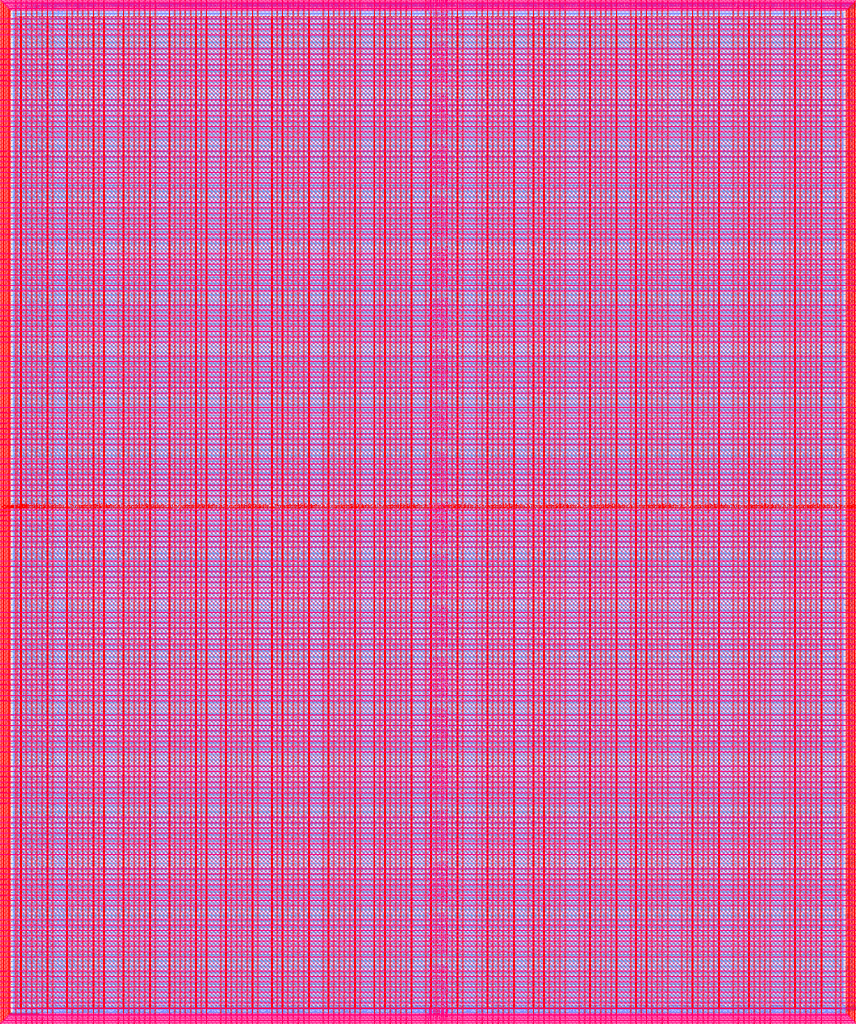
<source format=lef>
VERSION 5.7 ;
  NOWIREEXTENSIONATPIN ON ;
  DIVIDERCHAR "/" ;
  BUSBITCHARS "[]" ;
MACRO user_analog_project_wrapper
  CLASS BLOCK ;
  FOREIGN user_analog_project_wrapper ;
  ORIGIN 0.000 0.000 ;
  SIZE 2920.000 BY 3520.000 ;
  PIN gpio_analog[0]
    PORT
      LAYER met2 ;
        RECT 437.870 -4.800 438.430 2.400 ;
    END
  END gpio_analog[0]
  PIN gpio_analog[10]
    PORT
      LAYER met2 ;
        RECT 782.410 -4.800 782.970 2.400 ;
    END
  END gpio_analog[10]
  PIN gpio_analog[11]
    PORT
      LAYER met3 ;
        RECT 2917.600 281.940 2924.800 283.140 ;
    END
  END gpio_analog[11]
  PIN gpio_analog[12]
    PORT
      LAYER met2 ;
        RECT 502.270 3517.600 502.830 3524.800 ;
    END
  END gpio_analog[12]
  PIN gpio_analog[13]
    PORT
      LAYER met3 ;
        RECT -4.800 1631.740 2.400 1632.940 ;
    END
  END gpio_analog[13]
  PIN gpio_analog[14]
    PORT
      LAYER met2 ;
        RECT 1725.870 3517.600 1726.430 3524.800 ;
    END
  END gpio_analog[14]
  PIN gpio_analog[15]
    PORT
      LAYER met3 ;
        RECT 2917.600 1111.540 2924.800 1112.740 ;
    END
  END gpio_analog[15]
  PIN gpio_analog[16]
    PORT
      LAYER met3 ;
        RECT -4.800 3185.540 2.400 3186.740 ;
    END
  END gpio_analog[16]
  PIN gpio_analog[17]
    PORT
      LAYER met3 ;
        RECT -4.800 642.340 2.400 643.540 ;
    END
  END gpio_analog[17]
  PIN gpio_analog[1]
    PORT
      LAYER met3 ;
        RECT 2917.600 404.340 2924.800 405.540 ;
    END
  END gpio_analog[1]
  PIN gpio_analog[2]
    PORT
      LAYER met2 ;
        RECT 1297.610 -4.800 1298.170 2.400 ;
    END
  END gpio_analog[2]
  PIN gpio_analog[3]
    PORT
      LAYER met3 ;
        RECT -4.800 2175.740 2.400 2176.940 ;
    END
  END gpio_analog[3]
  PIN gpio_analog[4]
    PORT
      LAYER met3 ;
        RECT 2917.600 3369.140 2924.800 3370.340 ;
    END
  END gpio_analog[4]
  PIN gpio_analog[5]
    PORT
      LAYER met3 ;
        RECT -4.800 1026.540 2.400 1027.740 ;
    END
  END gpio_analog[5]
  PIN gpio_analog[6]
    PORT
      LAYER met3 ;
        RECT -4.800 1995.540 2.400 1996.740 ;
    END
  END gpio_analog[6]
  PIN gpio_analog[7]
    PORT
      LAYER met2 ;
        RECT 379.910 -4.800 380.470 2.400 ;
    END
  END gpio_analog[7]
  PIN gpio_analog[8]
    PORT
      LAYER met2 ;
        RECT 2730.510 -4.800 2731.070 2.400 ;
    END
  END gpio_analog[8]
  PIN gpio_analog[9]
    PORT
      LAYER met2 ;
        RECT 2060.750 -4.800 2061.310 2.400 ;
    END
  END gpio_analog[9]
  PIN gpio_noesd[0]
    PORT
      LAYER met2 ;
        RECT 1201.010 -4.800 1201.570 2.400 ;
    END
  END gpio_noesd[0]
  PIN gpio_noesd[10]
    PORT
      LAYER met3 ;
        RECT -4.800 2682.340 2.400 2683.540 ;
    END
  END gpio_noesd[10]
  PIN gpio_noesd[11]
    PORT
      LAYER met3 ;
        RECT -4.800 2236.940 2.400 2238.140 ;
    END
  END gpio_noesd[11]
  PIN gpio_noesd[12]
    PORT
      LAYER met2 ;
        RECT 866.130 3517.600 866.690 3524.800 ;
    END
  END gpio_noesd[12]
  PIN gpio_noesd[13]
    PORT
      LAYER met2 ;
        RECT 1954.490 3517.600 1955.050 3524.800 ;
    END
  END gpio_noesd[13]
  PIN gpio_noesd[14]
    PORT
      LAYER met3 ;
        RECT -4.800 1913.940 2.400 1915.140 ;
    END
  END gpio_noesd[14]
  PIN gpio_noesd[15]
    PORT
      LAYER met3 ;
        RECT -4.800 298.940 2.400 300.140 ;
    END
  END gpio_noesd[15]
  PIN gpio_noesd[16]
    PORT
      LAYER met3 ;
        RECT 2917.600 142.540 2924.800 143.740 ;
    END
  END gpio_noesd[16]
  PIN gpio_noesd[17]
    PORT
      LAYER met2 ;
        RECT 1056.110 3517.600 1056.670 3524.800 ;
    END
  END gpio_noesd[17]
  PIN gpio_noesd[1]
    PORT
      LAYER met2 ;
        RECT 608.530 -4.800 609.090 2.400 ;
    END
  END gpio_noesd[1]
  PIN gpio_noesd[2]
    PORT
      LAYER met2 ;
        RECT 1642.150 -4.800 1642.710 2.400 ;
    END
  END gpio_noesd[2]
  PIN gpio_noesd[3]
    PORT
      LAYER met3 ;
        RECT 2917.600 3209.340 2924.800 3210.540 ;
    END
  END gpio_noesd[3]
  PIN gpio_noesd[4]
    PORT
      LAYER met2 ;
        RECT 959.510 3517.600 960.070 3524.800 ;
    END
  END gpio_noesd[4]
  PIN gpio_noesd[5]
    PORT
      LAYER met3 ;
        RECT 2917.600 322.740 2924.800 323.940 ;
    END
  END gpio_noesd[5]
  PIN gpio_noesd[6]
    PORT
      LAYER met3 ;
        RECT 2917.600 3005.340 2924.800 3006.540 ;
    END
  END gpio_noesd[6]
  PIN gpio_noesd[7]
    PORT
      LAYER met3 ;
        RECT 2917.600 2461.340 2924.800 2462.540 ;
    END
  END gpio_noesd[7]
  PIN gpio_noesd[8]
    PORT
      LAYER met3 ;
        RECT -4.800 441.740 2.400 442.940 ;
    END
  END gpio_noesd[8]
  PIN gpio_noesd[9]
    PORT
      LAYER met3 ;
        RECT -4.800 662.740 2.400 663.940 ;
    END
  END gpio_noesd[9]
  PIN io_analog[0]
    PORT
      LAYER met3 ;
        RECT -4.800 1227.140 2.400 1228.340 ;
    END
  END io_analog[0]
  PIN io_analog[10]
    PORT
      LAYER met2 ;
        RECT 283.310 -4.800 283.870 2.400 ;
    END
  END io_analog[10]
  PIN io_analog[1]
    PORT
      LAYER met3 ;
        RECT 2917.600 302.340 2924.800 303.540 ;
    END
  END io_analog[1]
  PIN io_analog[2]
    PORT
      LAYER met3 ;
        RECT 2917.600 2763.940 2924.800 2765.140 ;
    END
  END io_analog[2]
  PIN io_analog[3]
    PORT
      LAYER met2 ;
        RECT 1143.050 -4.800 1143.610 2.400 ;
    END
  END io_analog[3]
  PIN io_analog[4]
    PORT
      LAYER met2 ;
        RECT 569.890 -4.800 570.450 2.400 ;
    END
  END io_analog[4]
  PIN io_analog[5]
    PORT
      LAYER met2 ;
        RECT 444.310 3517.600 444.870 3524.800 ;
    END
  END io_analog[5]
  PIN io_analog[6]
    PORT
      LAYER met2 ;
        RECT 2253.950 -4.800 2254.510 2.400 ;
    END
  END io_analog[6]
  PIN io_analog[7]
    PORT
      LAYER met3 ;
        RECT -4.800 1169.340 2.400 1170.540 ;
    END
  END io_analog[7]
  PIN io_analog[8]
    PORT
      LAYER met2 ;
        RECT 1049.670 -4.800 1050.230 2.400 ;
    END
  END io_analog[8]
  PIN io_analog[9]
    PORT
      LAYER met3 ;
        RECT -4.800 1672.540 2.400 1673.740 ;
    END
  END io_analog[9]
  PIN io_clamp_high[0]
    PORT
      LAYER met2 ;
        RECT 112.650 -4.800 113.210 2.400 ;
    END
  END io_clamp_high[0]
  PIN io_clamp_high[1]
    PORT
      LAYER met3 ;
        RECT 2917.600 2906.740 2924.800 2907.940 ;
    END
  END io_clamp_high[1]
  PIN io_clamp_high[2]
    PORT
      LAYER met3 ;
        RECT 2917.600 1815.340 2924.800 1816.540 ;
    END
  END io_clamp_high[2]
  PIN io_clamp_low[0]
    PORT
      LAYER met3 ;
        RECT -4.800 621.940 2.400 623.140 ;
    END
  END io_clamp_low[0]
  PIN io_clamp_low[1]
    PORT
      LAYER met2 ;
        RECT 1429.630 -4.800 1430.190 2.400 ;
    END
  END io_clamp_low[1]
  PIN io_clamp_low[2]
    PORT
      LAYER met3 ;
        RECT -4.800 3246.740 2.400 3247.940 ;
    END
  END io_clamp_low[2]
  PIN io_in[0]
    PORT
      LAYER met2 ;
        RECT 189.930 -4.800 190.490 2.400 ;
    END
  END io_in[0]
  PIN io_in[10]
    PORT
      LAYER met3 ;
        RECT 2917.600 2522.540 2924.800 2523.740 ;
    END
  END io_in[10]
  PIN io_in[11]
    PORT
      LAYER met2 ;
        RECT 2469.690 3517.600 2470.250 3524.800 ;
    END
  END io_in[11]
  PIN io_in[12]
    PORT
      LAYER met2 ;
        RECT 2012.450 3517.600 2013.010 3524.800 ;
    END
  END io_in[12]
  PIN io_in[13]
    PORT
      LAYER met2 ;
        RECT 495.830 -4.800 496.390 2.400 ;
    END
  END io_in[13]
  PIN io_in[14]
    PORT
      LAYER met2 ;
        RECT 2080.070 -4.800 2080.630 2.400 ;
    END
  END io_in[14]
  PIN io_in[15]
    PORT
      LAYER met3 ;
        RECT -4.800 380.540 2.400 381.740 ;
    END
  END io_in[15]
  PIN io_in[16]
    PORT
      LAYER met2 ;
        RECT 2595.270 -4.800 2595.830 2.400 ;
    END
  END io_in[16]
  PIN io_in[17]
    PORT
      LAYER met3 ;
        RECT 2917.600 1189.740 2924.800 1190.940 ;
    END
  END io_in[17]
  PIN io_in[18]
    PORT
      LAYER met3 ;
        RECT 2917.600 363.540 2924.800 364.740 ;
    END
  END io_in[18]
  PIN io_in[19]
    PORT
      LAYER met3 ;
        RECT -4.800 2821.740 2.400 2822.940 ;
    END
  END io_in[19]
  PIN io_in[1]
    PORT
      LAYER met2 ;
        RECT 2463.250 -4.800 2463.810 2.400 ;
    END
  END io_in[1]
  PIN io_in[20]
    PORT
      LAYER met2 ;
        RECT 2672.550 -4.800 2673.110 2.400 ;
    END
  END io_in[20]
  PIN io_in[21]
    PORT
      LAYER met2 ;
        RECT 1680.790 -4.800 1681.350 2.400 ;
    END
  END io_in[21]
  PIN io_in[22]
    PORT
      LAYER met3 ;
        RECT 2917.600 666.140 2924.800 667.340 ;
    END
  END io_in[22]
  PIN io_in[23]
    PORT
      LAYER met2 ;
        RECT 1323.370 3517.600 1323.930 3524.800 ;
    END
  END io_in[23]
  PIN io_in[24]
    PORT
      LAYER met3 ;
        RECT 2917.600 1998.940 2924.800 2000.140 ;
    END
  END io_in[24]
  PIN io_in[25]
    PORT
      LAYER met2 ;
        RECT 2901.170 -4.800 2901.730 2.400 ;
    END
  END io_in[25]
  PIN io_in[26]
    PORT
      LAYER met2 ;
        RECT 2678.990 3517.600 2679.550 3524.800 ;
    END
  END io_in[26]
  PIN io_in[2]
    PORT
      LAYER met3 ;
        RECT 2917.600 2260.740 2924.800 2261.940 ;
    END
  END io_in[2]
  PIN io_in[3]
    PORT
      LAYER met3 ;
        RECT -4.800 1570.540 2.400 1571.740 ;
    END
  END io_in[3]
  PIN io_in[4]
    PORT
      LAYER met2 ;
        RECT 2138.030 -4.800 2138.590 2.400 ;
    END
  END io_in[4]
  PIN io_in[5]
    PORT
      LAYER met2 ;
        RECT 653.610 3517.600 654.170 3524.800 ;
    END
  END io_in[5]
  PIN io_in[6]
    PORT
      LAYER met3 ;
        RECT 2917.600 2743.540 2924.800 2744.740 ;
    END
  END io_in[6]
  PIN io_in[7]
    PORT
      LAYER met3 ;
        RECT -4.800 281.940 2.400 283.140 ;
    END
  END io_in[7]
  PIN io_in[8]
    PORT
      LAYER met2 ;
        RECT 418.550 -4.800 419.110 2.400 ;
    END
  END io_in[8]
  PIN io_in[9]
    PORT
      LAYER met2 ;
        RECT 1152.710 3517.600 1153.270 3524.800 ;
    END
  END io_in[9]
  PIN io_in_3v3[0]
    PORT
      LAYER met2 ;
        RECT 821.050 -4.800 821.610 2.400 ;
    END
  END io_in_3v3[0]
  PIN io_in_3v3[10]
    PORT
      LAYER met2 ;
        RECT 228.570 -4.800 229.130 2.400 ;
    END
  END io_in_3v3[10]
  PIN io_in_3v3[11]
    PORT
      LAYER met2 ;
        RECT 1687.230 3517.600 1687.790 3524.800 ;
    END
  END io_in_3v3[11]
  PIN io_in_3v3[12]
    PORT
      LAYER met2 ;
        RECT 2659.670 3517.600 2660.230 3524.800 ;
    END
  END io_in_3v3[12]
  PIN io_in_3v3[13]
    PORT
      LAYER met2 ;
        RECT 54.690 -4.800 55.250 2.400 ;
    END
  END io_in_3v3[13]
  PIN io_in_3v3[14]
    PORT
      LAYER met3 ;
        RECT -4.800 3205.940 2.400 3207.140 ;
    END
  END io_in_3v3[14]
  PIN io_in_3v3[15]
    PORT
      LAYER met3 ;
        RECT 2917.600 1029.940 2924.800 1031.140 ;
    END
  END io_in_3v3[15]
  PIN io_in_3v3[16]
    PORT
      LAYER met3 ;
        RECT 2917.600 788.540 2924.800 789.740 ;
    END
  END io_in_3v3[16]
  PIN io_in_3v3[17]
    PORT
      LAYER met3 ;
        RECT -4.800 3287.540 2.400 3288.740 ;
    END
  END io_in_3v3[17]
  PIN io_in_3v3[18]
    PORT
      LAYER met3 ;
        RECT -4.800 1832.340 2.400 1833.540 ;
    END
  END io_in_3v3[18]
  PIN io_in_3v3[19]
    PORT
      LAYER met3 ;
        RECT -4.800 3165.140 2.400 3166.340 ;
    END
  END io_in_3v3[19]
  PIN io_in_3v3[1]
    PORT
      LAYER met3 ;
        RECT 2917.600 261.540 2924.800 262.740 ;
    END
  END io_in_3v3[1]
  PIN io_in_3v3[20]
    PORT
      LAYER met2 ;
        RECT 367.030 3517.600 367.590 3524.800 ;
    END
  END io_in_3v3[20]
  PIN io_in_3v3[21]
    PORT
      LAYER met3 ;
        RECT -4.800 2964.540 2.400 2965.740 ;
    END
  END io_in_3v3[21]
  PIN io_in_3v3[22]
    PORT
      LAYER met3 ;
        RECT -4.800 3488.140 2.400 3489.340 ;
    END
  END io_in_3v3[22]
  PIN io_in_3v3[23]
    PORT
      LAYER met3 ;
        RECT -4.800 3386.140 2.400 3387.340 ;
    END
  END io_in_3v3[23]
  PIN io_in_3v3[24]
    PORT
      LAYER met2 ;
        RECT 1468.270 -4.800 1468.830 2.400 ;
    END
  END io_in_3v3[24]
  PIN io_in_3v3[25]
    PORT
      LAYER met3 ;
        RECT 2917.600 1675.940 2924.800 1677.140 ;
    END
  END io_in_3v3[25]
  PIN io_in_3v3[26]
    PORT
      LAYER met3 ;
        RECT -4.800 1975.140 2.400 1976.340 ;
    END
  END io_in_3v3[26]
  PIN io_in_3v3[2]
    PORT
      LAYER met2 ;
        RECT 6.390 3517.600 6.950 3524.800 ;
    END
  END io_in_3v3[2]
  PIN io_in_3v3[3]
    PORT
      LAYER met3 ;
        RECT 2917.600 3267.140 2924.800 3268.340 ;
    END
  END io_in_3v3[3]
  PIN io_in_3v3[4]
    PORT
      LAYER met2 ;
        RECT 2833.550 3517.600 2834.110 3524.800 ;
    END
  END io_in_3v3[4]
  PIN io_in_3v3[5]
    PORT
      LAYER met2 ;
        RECT 1564.870 -4.800 1565.430 2.400 ;
    END
  END io_in_3v3[5]
  PIN io_in_3v3[6]
    PORT
      LAYER met2 ;
        RECT 2234.630 -4.800 2235.190 2.400 ;
    END
  END io_in_3v3[6]
  PIN io_in_3v3[7]
    PORT
      LAYER met2 ;
        RECT 991.710 -4.800 992.270 2.400 ;
    END
  END io_in_3v3[7]
  PIN io_in_3v3[8]
    PORT
      LAYER met2 ;
        RECT 1477.930 3517.600 1478.490 3524.800 ;
    END
  END io_in_3v3[8]
  PIN io_in_3v3[9]
    PORT
      LAYER met2 ;
        RECT 2769.150 -4.800 2769.710 2.400 ;
    END
  END io_in_3v3[9]
  PIN io_oeb[0]
    PORT
      LAYER met3 ;
        RECT -4.800 2379.740 2.400 2380.940 ;
    END
  END io_oeb[0]
  PIN io_oeb[10]
    PORT
      LAYER met2 ;
        RECT 2373.090 3517.600 2373.650 3524.800 ;
    END
  END io_oeb[10]
  PIN io_oeb[11]
    PORT
      LAYER met2 ;
        RECT 1094.750 3517.600 1095.310 3524.800 ;
    END
  END io_oeb[11]
  PIN io_oeb[12]
    PORT
      LAYER met2 ;
        RECT 1832.130 -4.800 1832.690 2.400 ;
    END
  END io_oeb[12]
  PIN io_oeb[13]
    PORT
      LAYER met2 ;
        RECT 2575.950 -4.800 2576.510 2.400 ;
    END
  END io_oeb[13]
  PIN io_oeb[14]
    PORT
      LAYER met3 ;
        RECT 2917.600 1754.140 2924.800 1755.340 ;
    END
  END io_oeb[14]
  PIN io_oeb[15]
    PORT
      LAYER met3 ;
        RECT -4.800 2437.540 2.400 2438.740 ;
    END
  END io_oeb[15]
  PIN io_oeb[16]
    PORT
      LAYER met3 ;
        RECT -4.800 2641.540 2.400 2642.740 ;
    END
  END io_oeb[16]
  PIN io_oeb[17]
    PORT
      LAYER met3 ;
        RECT 2917.600 2964.540 2924.800 2965.740 ;
    END
  END io_oeb[17]
  PIN io_oeb[18]
    PORT
      LAYER met2 ;
        RECT 647.170 -4.800 647.730 2.400 ;
    END
  END io_oeb[18]
  PIN io_oeb[19]
    PORT
      LAYER met3 ;
        RECT 2917.600 3246.740 2924.800 3247.940 ;
    END
  END io_oeb[19]
  PIN io_oeb[1]
    PORT
      LAYER met2 ;
        RECT 2508.330 3517.600 2508.890 3524.800 ;
    END
  END io_oeb[1]
  PIN io_oeb[20]
    PORT
      LAYER met2 ;
        RECT 2624.250 3517.600 2624.810 3524.800 ;
    END
  END io_oeb[20]
  PIN io_oeb[21]
    PORT
      LAYER met2 ;
        RECT 2392.410 3517.600 2392.970 3524.800 ;
    END
  END io_oeb[21]
  PIN io_oeb[22]
    PORT
      LAYER met2 ;
        RECT 302.630 -4.800 303.190 2.400 ;
    END
  END io_oeb[22]
  PIN io_oeb[23]
    PORT
      LAYER met3 ;
        RECT 2917.600 846.340 2924.800 847.540 ;
    END
  END io_oeb[23]
  PIN io_oeb[24]
    PORT
      LAYER met2 ;
        RECT 1745.190 3517.600 1745.750 3524.800 ;
    END
  END io_oeb[24]
  PIN io_oeb[25]
    PORT
      LAYER met3 ;
        RECT 2917.600 2420.540 2924.800 2421.740 ;
    END
  END io_oeb[25]
  PIN io_oeb[26]
    PORT
      LAYER met3 ;
        RECT 2917.600 1876.540 2924.800 1877.740 ;
    END
  END io_oeb[26]
  PIN io_oeb[2]
    PORT
      LAYER met3 ;
        RECT -4.800 3042.740 2.400 3043.940 ;
    END
  END io_oeb[2]
  PIN io_oeb[3]
    PORT
      LAYER met3 ;
        RECT -4.800 3124.340 2.400 3125.540 ;
    END
  END io_oeb[3]
  PIN io_oeb[4]
    PORT
      LAYER met3 ;
        RECT -4.800 2338.940 2.400 2340.140 ;
    END
  END io_oeb[4]
  PIN io_oeb[5]
    PORT
      LAYER met3 ;
        RECT 2917.600 2804.740 2924.800 2805.940 ;
    END
  END io_oeb[5]
  PIN io_oeb[6]
    PORT
      LAYER met2 ;
        RECT 196.370 3517.600 196.930 3524.800 ;
    END
  END io_oeb[6]
  PIN io_oeb[7]
    PORT
      LAYER met3 ;
        RECT -4.800 2600.740 2.400 2601.940 ;
    END
  END io_oeb[7]
  PIN io_oeb[8]
    PORT
      LAYER met2 ;
        RECT 1497.250 3517.600 1497.810 3524.800 ;
    END
  END io_oeb[8]
  PIN io_oeb[9]
    PORT
      LAYER met3 ;
        RECT 2917.600 1471.940 2924.800 1473.140 ;
    END
  END io_oeb[9]
  PIN io_out[0]
    PORT
      LAYER met2 ;
        RECT 2604.930 3517.600 2605.490 3524.800 ;
    END
  END io_out[0]
  PIN io_out[10]
    PORT
      LAYER met3 ;
        RECT -4.800 887.140 2.400 888.340 ;
    END
  END io_out[10]
  PIN io_out[11]
    PORT
      LAYER met3 ;
        RECT 2917.600 3328.340 2924.800 3329.540 ;
    END
  END io_out[11]
  PIN io_out[12]
    PORT
      LAYER met3 ;
        RECT -4.800 1492.340 2.400 1493.540 ;
    END
  END io_out[12]
  PIN io_out[13]
    PORT
      LAYER met3 ;
        RECT 2917.600 2077.140 2924.800 2078.340 ;
    END
  END io_out[13]
  PIN io_out[14]
    PORT
      LAYER met2 ;
        RECT 1342.690 3517.600 1343.250 3524.800 ;
    END
  END io_out[14]
  PIN io_out[15]
    PORT
      LAYER met3 ;
        RECT -4.800 1733.740 2.400 1734.940 ;
    END
  END io_out[15]
  PIN io_out[16]
    PORT
      LAYER met2 ;
        RECT 292.970 3517.600 293.530 3524.800 ;
    END
  END io_out[16]
  PIN io_out[17]
    PORT
      LAYER met2 ;
        RECT 978.830 3517.600 979.390 3524.800 ;
    END
  END io_out[17]
  PIN io_out[18]
    PORT
      LAYER met2 ;
        RECT 119.090 3517.600 119.650 3524.800 ;
    END
  END io_out[18]
  PIN io_out[19]
    PORT
      LAYER met3 ;
        RECT 2917.600 1332.540 2924.800 1333.740 ;
    END
  END io_out[19]
  PIN io_out[1]
    PORT
      LAYER met3 ;
        RECT 2917.600 2036.340 2924.800 2037.540 ;
    END
  END io_out[1]
  PIN io_out[20]
    PORT
      LAYER met2 ;
        RECT 350.930 3517.600 351.490 3524.800 ;
    END
  END io_out[20]
  PIN io_out[21]
    PORT
      LAYER met2 ;
        RECT 1355.570 -4.800 1356.130 2.400 ;
    END
  END io_out[21]
  PIN io_out[22]
    PORT
      LAYER met3 ;
        RECT -4.800 924.540 2.400 925.740 ;
    END
  END io_out[22]
  PIN io_out[23]
    PORT
      LAYER met3 ;
        RECT 2917.600 1774.540 2924.800 1775.740 ;
    END
  END io_out[23]
  PIN io_out[24]
    PORT
      LAYER met3 ;
        RECT -4.800 3426.940 2.400 3428.140 ;
    END
  END io_out[24]
  PIN io_out[25]
    PORT
      LAYER met3 ;
        RECT -4.800 1349.540 2.400 1350.740 ;
    END
  END io_out[25]
  PIN io_out[26]
    PORT
      LAYER met2 ;
        RECT 1107.630 -4.800 1108.190 2.400 ;
    END
  END io_out[26]
  PIN io_out[2]
    PORT
      LAYER met2 ;
        RECT 895.110 -4.800 895.670 2.400 ;
    END
  END io_out[2]
  PIN io_out[3]
    PORT
      LAYER met2 ;
        RECT 1381.330 3517.600 1381.890 3524.800 ;
    END
  END io_out[3]
  PIN io_out[4]
    PORT
      LAYER met2 ;
        RECT 2353.770 3517.600 2354.330 3524.800 ;
    END
  END io_out[4]
  PIN io_out[5]
    PORT
      LAYER met3 ;
        RECT -4.800 2417.140 2.400 2418.340 ;
    END
  END io_out[5]
  PIN io_out[6]
    PORT
      LAYER met3 ;
        RECT 2917.600 825.940 2924.800 827.140 ;
    END
  END io_out[6]
  PIN io_out[7]
    PORT
      LAYER met3 ;
        RECT -4.800 3267.140 2.400 3268.340 ;
    END
  END io_out[7]
  PIN io_out[8]
    PORT
      LAYER met3 ;
        RECT 2917.600 604.940 2924.800 606.140 ;
    END
  END io_out[8]
  PIN io_out[9]
    PORT
      LAYER met3 ;
        RECT 2917.600 1250.940 2924.800 1252.140 ;
    END
  END io_out[9]
  PIN la_data_in[0]
    PORT
      LAYER met2 ;
        RECT 788.850 3517.600 789.410 3524.800 ;
    END
  END la_data_in[0]
  PIN la_data_in[100]
    PORT
      LAYER met3 ;
        RECT 2917.600 3127.740 2924.800 3128.940 ;
    END
  END la_data_in[100]
  PIN la_data_in[101]
    PORT
      LAYER met3 ;
        RECT 2917.600 1070.740 2924.800 1071.940 ;
    END
  END la_data_in[101]
  PIN la_data_in[102]
    PORT
      LAYER met2 ;
        RECT 1935.170 3517.600 1935.730 3524.800 ;
    END
  END la_data_in[102]
  PIN la_data_in[103]
    PORT
      LAYER met3 ;
        RECT 2917.600 101.740 2924.800 102.940 ;
    END
  END la_data_in[103]
  PIN la_data_in[104]
    PORT
      LAYER met3 ;
        RECT -4.800 1852.740 2.400 1853.940 ;
    END
  END la_data_in[104]
  PIN la_data_in[105]
    PORT
      LAYER met2 ;
        RECT 1114.070 3517.600 1114.630 3524.800 ;
    END
  END la_data_in[105]
  PIN la_data_in[106]
    PORT
      LAYER met2 ;
        RECT 672.930 3517.600 673.490 3524.800 ;
    END
  END la_data_in[106]
  PIN la_data_in[107]
    PORT
      LAYER met3 ;
        RECT -4.800 2077.140 2.400 2078.340 ;
    END
  END la_data_in[107]
  PIN la_data_in[108]
    PORT
      LAYER met3 ;
        RECT 2917.600 2923.740 2924.800 2924.940 ;
    END
  END la_data_in[108]
  PIN la_data_in[109]
    PORT
      LAYER met3 ;
        RECT -4.800 805.540 2.400 806.740 ;
    END
  END la_data_in[109]
  PIN la_data_in[10]
    PORT
      LAYER met3 ;
        RECT 2917.600 1896.940 2924.800 1898.140 ;
    END
  END la_data_in[10]
  PIN la_data_in[110]
    PORT
      LAYER met3 ;
        RECT -4.800 1431.140 2.400 1432.340 ;
    END
  END la_data_in[110]
  PIN la_data_in[111]
    PORT
      LAYER met3 ;
        RECT 2917.600 1352.940 2924.800 1354.140 ;
    END
  END la_data_in[111]
  PIN la_data_in[112]
    PORT
      LAYER met3 ;
        RECT -4.800 1873.140 2.400 1874.340 ;
    END
  END la_data_in[112]
  PIN la_data_in[113]
    PORT
      LAYER met3 ;
        RECT -4.800 3365.740 2.400 3366.940 ;
    END
  END la_data_in[113]
  PIN la_data_in[114]
    PORT
      LAYER met3 ;
        RECT -4.800 2580.340 2.400 2581.540 ;
    END
  END la_data_in[114]
  PIN la_data_in[115]
    PORT
      LAYER met2 ;
        RECT 1629.270 3517.600 1629.830 3524.800 ;
    END
  END la_data_in[115]
  PIN la_data_in[116]
    PORT
      LAYER met2 ;
        RECT 2633.910 -4.800 2634.470 2.400 ;
    END
  END la_data_in[116]
  PIN la_data_in[117]
    PORT
      LAYER met3 ;
        RECT -4.800 1692.940 2.400 1694.140 ;
    END
  END la_data_in[117]
  PIN la_data_in[118]
    PORT
      LAYER met3 ;
        RECT 2917.600 2604.140 2924.800 2605.340 ;
    END
  END la_data_in[118]
  PIN la_data_in[119]
    PORT
      LAYER met3 ;
        RECT 2917.600 1050.340 2924.800 1051.540 ;
    END
  END la_data_in[119]
  PIN la_data_in[11]
    PORT
      LAYER met2 ;
        RECT 482.950 3517.600 483.510 3524.800 ;
    END
  END la_data_in[11]
  PIN la_data_in[120]
    PORT
      LAYER met3 ;
        RECT -4.800 1529.740 2.400 1530.940 ;
    END
  END la_data_in[120]
  PIN la_data_in[121]
    PORT
      LAYER met2 ;
        RECT 801.730 -4.800 802.290 2.400 ;
    END
  END la_data_in[121]
  PIN la_data_in[122]
    PORT
      LAYER met2 ;
        RECT 685.810 -4.800 686.370 2.400 ;
    END
  END la_data_in[122]
  PIN la_data_in[123]
    PORT
      LAYER met3 ;
        RECT -4.800 2134.940 2.400 2136.140 ;
    END
  END la_data_in[123]
  PIN la_data_in[124]
    PORT
      LAYER met2 ;
        RECT 2067.190 3517.600 2067.750 3524.800 ;
    END
  END la_data_in[124]
  PIN la_data_in[125]
    PORT
      LAYER met2 ;
        RECT 2424.610 -4.800 2425.170 2.400 ;
    END
  END la_data_in[125]
  PIN la_data_in[126]
    PORT
      LAYER met3 ;
        RECT -4.800 2097.540 2.400 2098.740 ;
    END
  END la_data_in[126]
  PIN la_data_in[127]
    PORT
      LAYER met2 ;
        RECT 2794.910 3517.600 2795.470 3524.800 ;
    END
  END la_data_in[127]
  PIN la_data_in[12]
    PORT
      LAYER met3 ;
        RECT 2917.600 927.940 2924.800 929.140 ;
    END
  END la_data_in[12]
  PIN la_data_in[13]
    PORT
      LAYER met3 ;
        RECT 2917.600 1696.340 2924.800 1697.540 ;
    END
  END la_data_in[13]
  PIN la_data_in[14]
    PORT
      LAYER met3 ;
        RECT -4.800 2699.340 2.400 2700.540 ;
    END
  END la_data_in[14]
  PIN la_data_in[15]
    PORT
      LAYER met3 ;
        RECT -4.800 2740.140 2.400 2741.340 ;
    END
  END la_data_in[15]
  PIN la_data_in[16]
    PORT
      LAYER met3 ;
        RECT -4.800 339.740 2.400 340.940 ;
    END
  END la_data_in[16]
  PIN la_data_in[17]
    PORT
      LAYER met3 ;
        RECT -4.800 785.140 2.400 786.340 ;
    END
  END la_data_in[17]
  PIN la_data_in[18]
    PORT
      LAYER met3 ;
        RECT -4.800 2257.340 2.400 2258.540 ;
    END
  END la_data_in[18]
  PIN la_data_in[19]
    PORT
      LAYER met2 ;
        RECT 2241.070 3517.600 2241.630 3524.800 ;
    END
  END la_data_in[19]
  PIN la_data_in[1]
    PORT
      LAYER met2 ;
        RECT 1506.910 -4.800 1507.470 2.400 ;
    END
  END la_data_in[1]
  PIN la_data_in[20]
    PORT
      LAYER met3 ;
        RECT -4.800 1550.140 2.400 1551.340 ;
    END
  END la_data_in[20]
  PIN la_data_in[21]
    PORT
      LAYER met2 ;
        RECT 138.410 3517.600 138.970 3524.800 ;
    END
  END la_data_in[21]
  PIN la_data_in[22]
    PORT
      LAYER met2 ;
        RECT 904.770 3517.600 905.330 3524.800 ;
    END
  END la_data_in[22]
  PIN la_data_in[23]
    PORT
      LAYER met3 ;
        RECT -4.800 2196.140 2.400 2197.340 ;
    END
  END la_data_in[23]
  PIN la_data_in[24]
    PORT
      LAYER met3 ;
        RECT 2917.600 2117.940 2924.800 2119.140 ;
    END
  END la_data_in[24]
  PIN la_data_in[25]
    PORT
      LAYER met2 ;
        RECT 2163.790 3517.600 2164.350 3524.800 ;
    END
  END la_data_in[25]
  PIN la_data_in[26]
    PORT
      LAYER met2 ;
        RECT 2521.210 -4.800 2521.770 2.400 ;
    END
  END la_data_in[26]
  PIN la_data_in[27]
    PORT
      LAYER met2 ;
        RECT 1448.950 -4.800 1449.510 2.400 ;
    END
  END la_data_in[27]
  PIN la_data_in[28]
    PORT
      LAYER met3 ;
        RECT -4.800 2318.540 2.400 2319.740 ;
    END
  END la_data_in[28]
  PIN la_data_in[29]
    PORT
      LAYER met3 ;
        RECT -4.800 1713.340 2.400 1714.540 ;
    END
  END la_data_in[29]
  PIN la_data_in[2]
    PORT
      LAYER met2 ;
        RECT 2195.990 -4.800 2196.550 2.400 ;
    END
  END la_data_in[2]
  PIN la_data_in[30]
    PORT
      LAYER met3 ;
        RECT -4.800 2457.940 2.400 2459.140 ;
    END
  END la_data_in[30]
  PIN la_data_in[31]
    PORT
      LAYER met3 ;
        RECT 2917.600 3025.740 2924.800 3026.940 ;
    END
  END la_data_in[31]
  PIN la_data_in[32]
    PORT
      LAYER met2 ;
        RECT 1513.350 3517.600 1513.910 3524.800 ;
    END
  END la_data_in[32]
  PIN la_data_in[33]
    PORT
      LAYER met3 ;
        RECT 2917.600 2944.140 2924.800 2945.340 ;
    END
  END la_data_in[33]
  PIN la_data_in[34]
    PORT
      LAYER met3 ;
        RECT -4.800 37.140 2.400 38.340 ;
    END
  END la_data_in[34]
  PIN la_data_in[35]
    PORT
      LAYER met3 ;
        RECT -4.800 3324.940 2.400 3326.140 ;
    END
  END la_data_in[35]
  PIN la_data_in[36]
    PORT
      LAYER met2 ;
        RECT 2756.270 3517.600 2756.830 3524.800 ;
    END
  END la_data_in[36]
  PIN la_data_in[37]
    PORT
      LAYER met2 ;
        RECT 2717.630 3517.600 2718.190 3524.800 ;
    END
  END la_data_in[37]
  PIN la_data_in[38]
    PORT
      LAYER met2 ;
        RECT 1648.590 3517.600 1649.150 3524.800 ;
    END
  END la_data_in[38]
  PIN la_data_in[39]
    PORT
      LAYER met2 ;
        RECT 743.770 -4.800 744.330 2.400 ;
    END
  END la_data_in[39]
  PIN la_data_in[3]
    PORT
      LAYER met3 ;
        RECT 2917.600 1978.540 2924.800 1979.740 ;
    END
  END la_data_in[3]
  PIN la_data_in[40]
    PORT
      LAYER met2 ;
        RECT 692.250 3517.600 692.810 3524.800 ;
    END
  END la_data_in[40]
  PIN la_data_in[41]
    PORT
      LAYER met3 ;
        RECT -4.800 3103.940 2.400 3105.140 ;
    END
  END la_data_in[41]
  PIN la_data_in[42]
    PORT
      LAYER met3 ;
        RECT -4.800 723.940 2.400 725.140 ;
    END
  END la_data_in[42]
  PIN la_data_in[43]
    PORT
      LAYER met3 ;
        RECT 2917.600 1594.340 2924.800 1595.540 ;
    END
  END la_data_in[43]
  PIN la_data_in[44]
    PORT
      LAYER met3 ;
        RECT -4.800 2298.140 2.400 2299.340 ;
    END
  END la_data_in[44]
  PIN la_data_in[45]
    PORT
      LAYER met2 ;
        RECT 405.670 3517.600 406.230 3524.800 ;
    END
  END la_data_in[45]
  PIN la_data_in[46]
    PORT
      LAYER met2 ;
        RECT 618.190 3517.600 618.750 3524.800 ;
    END
  END la_data_in[46]
  PIN la_data_in[47]
    PORT
      LAYER met3 ;
        RECT -4.800 2903.340 2.400 2904.540 ;
    END
  END la_data_in[47]
  PIN la_data_in[48]
    PORT
      LAYER met3 ;
        RECT 2917.600 2097.540 2924.800 2098.740 ;
    END
  END la_data_in[48]
  PIN la_data_in[49]
    PORT
      LAYER met3 ;
        RECT 2917.600 162.940 2924.800 164.140 ;
    END
  END la_data_in[49]
  PIN la_data_in[4]
    PORT
      LAYER met2 ;
        RECT 2157.350 -4.800 2157.910 2.400 ;
    END
  END la_data_in[4]
  PIN la_data_in[50]
    PORT
      LAYER met2 ;
        RECT 2443.930 -4.800 2444.490 2.400 ;
    END
  END la_data_in[50]
  PIN la_data_in[51]
    PORT
      LAYER met3 ;
        RECT 2917.600 2502.140 2924.800 2503.340 ;
    END
  END la_data_in[51]
  PIN la_data_in[52]
    PORT
      LAYER met3 ;
        RECT -4.800 2760.540 2.400 2761.740 ;
    END
  END la_data_in[52]
  PIN la_data_in[53]
    PORT
      LAYER met2 ;
        RECT 1278.290 -4.800 1278.850 2.400 ;
    END
  END la_data_in[53]
  PIN la_data_in[54]
    PORT
      LAYER met2 ;
        RECT 16.050 -4.800 16.610 2.400 ;
    END
  END la_data_in[54]
  PIN la_data_in[55]
    PORT
      LAYER met3 ;
        RECT 2917.600 1614.740 2924.800 1615.940 ;
    END
  END la_data_in[55]
  PIN la_data_in[56]
    PORT
      LAYER met3 ;
        RECT -4.800 2539.540 2.400 2540.740 ;
    END
  END la_data_in[56]
  PIN la_data_in[57]
    PORT
      LAYER met3 ;
        RECT 2917.600 2056.740 2924.800 2057.940 ;
    END
  END la_data_in[57]
  PIN la_data_in[58]
    PORT
      LAYER met2 ;
        RECT 1973.810 3517.600 1974.370 3524.800 ;
    END
  END la_data_in[58]
  PIN la_data_in[59]
    PORT
      LAYER met3 ;
        RECT -4.800 523.340 2.400 524.540 ;
    END
  END la_data_in[59]
  PIN la_data_in[5]
    PORT
      LAYER met3 ;
        RECT -4.800 3063.140 2.400 3064.340 ;
    END
  END la_data_in[5]
  PIN la_data_in[60]
    PORT
      LAYER met2 ;
        RECT 2711.190 -4.800 2711.750 2.400 ;
    END
  END la_data_in[60]
  PIN la_data_in[61]
    PORT
      LAYER met2 ;
        RECT 2843.210 -4.800 2843.770 2.400 ;
    END
  END la_data_in[61]
  PIN la_data_in[62]
    PORT
      LAYER met3 ;
        RECT 2917.600 241.140 2924.800 242.340 ;
    END
  END la_data_in[62]
  PIN la_data_in[63]
    PORT
      LAYER met3 ;
        RECT -4.800 944.940 2.400 946.140 ;
    END
  END la_data_in[63]
  PIN la_data_in[64]
    PORT
      LAYER met3 ;
        RECT 2917.600 866.740 2924.800 867.940 ;
    END
  END la_data_in[64]
  PIN la_data_in[65]
    PORT
      LAYER met3 ;
        RECT 2917.600 2886.340 2924.800 2887.540 ;
    END
  END la_data_in[65]
  PIN la_data_in[66]
    PORT
      LAYER met3 ;
        RECT 2917.600 1655.540 2924.800 1656.740 ;
    END
  END la_data_in[66]
  PIN la_data_in[67]
    PORT
      LAYER met2 ;
        RECT 399.230 -4.800 399.790 2.400 ;
    END
  END la_data_in[67]
  PIN la_data_in[68]
    PORT
      LAYER met3 ;
        RECT 2917.600 2825.140 2924.800 2826.340 ;
    END
  END la_data_in[68]
  PIN la_data_in[69]
    PORT
      LAYER met3 ;
        RECT 2917.600 3389.540 2924.800 3390.740 ;
    END
  END la_data_in[69]
  PIN la_data_in[6]
    PORT
      LAYER met3 ;
        RECT 2917.600 1492.340 2924.800 1493.540 ;
    END
  END la_data_in[6]
  PIN la_data_in[70]
    PORT
      LAYER met3 ;
        RECT -4.800 2498.740 2.400 2499.940 ;
    END
  END la_data_in[70]
  PIN la_data_in[71]
    PORT
      LAYER met3 ;
        RECT -4.800 825.940 2.400 827.140 ;
    END
  END la_data_in[71]
  PIN la_data_in[72]
    PORT
      LAYER met2 ;
        RECT 312.290 3517.600 312.850 3524.800 ;
    END
  END la_data_in[72]
  PIN la_data_in[73]
    PORT
      LAYER met3 ;
        RECT -4.800 502.940 2.400 504.140 ;
    END
  END la_data_in[73]
  PIN la_data_in[74]
    PORT
      LAYER met3 ;
        RECT 2917.600 1635.140 2924.800 1636.340 ;
    END
  END la_data_in[74]
  PIN la_data_in[75]
    PORT
      LAYER met2 ;
        RECT 637.510 3517.600 638.070 3524.800 ;
    END
  END la_data_in[75]
  PIN la_data_in[76]
    PORT
      LAYER met3 ;
        RECT 2917.600 747.740 2924.800 748.940 ;
    END
  END la_data_in[76]
  PIN la_data_in[77]
    PORT
      LAYER met2 ;
        RECT 827.490 3517.600 828.050 3524.800 ;
    END
  END la_data_in[77]
  PIN la_data_in[78]
    PORT
      LAYER met2 ;
        RECT 1191.350 3517.600 1191.910 3524.800 ;
    END
  END la_data_in[78]
  PIN la_data_in[79]
    PORT
      LAYER met3 ;
        RECT 2917.600 2682.340 2924.800 2683.540 ;
    END
  END la_data_in[79]
  PIN la_data_in[7]
    PORT
      LAYER met2 ;
        RECT 1716.210 -4.800 1716.770 2.400 ;
    END
  END la_data_in[7]
  PIN la_data_in[80]
    PORT
      LAYER met3 ;
        RECT -4.800 1652.140 2.400 1653.340 ;
    END
  END la_data_in[80]
  PIN la_data_in[81]
    PORT
      LAYER met2 ;
        RECT 2527.650 3517.600 2528.210 3524.800 ;
    END
  END la_data_in[81]
  PIN la_data_in[82]
    PORT
      LAYER met2 ;
        RECT 750.210 3517.600 750.770 3524.800 ;
    END
  END la_data_in[82]
  PIN la_data_in[83]
    PORT
      LAYER met3 ;
        RECT 2917.600 3307.940 2924.800 3309.140 ;
    END
  END la_data_in[83]
  PIN la_data_in[84]
    PORT
      LAYER met3 ;
        RECT -4.800 3406.540 2.400 3407.740 ;
    END
  END la_data_in[84]
  PIN la_data_in[85]
    PORT
      LAYER met3 ;
        RECT 2917.600 1835.740 2924.800 1836.940 ;
    END
  END la_data_in[85]
  PIN la_data_in[86]
    PORT
      LAYER met3 ;
        RECT 2917.600 2240.340 2924.800 2241.540 ;
    END
  END la_data_in[86]
  PIN la_data_in[87]
    PORT
      LAYER met2 ;
        RECT 476.510 -4.800 477.070 2.400 ;
    END
  END la_data_in[87]
  PIN la_data_in[88]
    PORT
      LAYER met3 ;
        RECT 2917.600 2440.940 2924.800 2442.140 ;
    END
  END la_data_in[88]
  PIN la_data_in[89]
    PORT
      LAYER met2 ;
        RECT 1258.970 -4.800 1259.530 2.400 ;
    END
  END la_data_in[89]
  PIN la_data_in[8]
    PORT
      LAYER met2 ;
        RECT 1374.890 -4.800 1375.450 2.400 ;
    END
  END la_data_in[8]
  PIN la_data_in[90]
    PORT
      LAYER met3 ;
        RECT -4.800 3022.340 2.400 3023.540 ;
    END
  END la_data_in[90]
  PIN la_data_in[91]
    PORT
      LAYER met3 ;
        RECT -4.800 2661.940 2.400 2663.140 ;
    END
  END la_data_in[91]
  PIN la_data_in[92]
    PORT
      LAYER met3 ;
        RECT 2917.600 60.940 2924.800 62.140 ;
    END
  END la_data_in[92]
  PIN la_data_in[93]
    PORT
      LAYER met3 ;
        RECT -4.800 985.740 2.400 986.940 ;
    END
  END la_data_in[93]
  PIN la_data_in[94]
    PORT
      LAYER met3 ;
        RECT 2917.600 1573.940 2924.800 1575.140 ;
    END
  END la_data_in[94]
  PIN la_data_in[95]
    PORT
      LAYER met3 ;
        RECT -4.800 482.540 2.400 483.740 ;
    END
  END la_data_in[95]
  PIN la_data_in[96]
    PORT
      LAYER met3 ;
        RECT -4.800 2559.940 2.400 2561.140 ;
    END
  END la_data_in[96]
  PIN la_data_in[97]
    PORT
      LAYER met3 ;
        RECT -4.800 2842.140 2.400 2843.340 ;
    END
  END la_data_in[97]
  PIN la_data_in[98]
    PORT
      LAYER met2 ;
        RECT 1413.530 -4.800 1414.090 2.400 ;
    END
  END la_data_in[98]
  PIN la_data_in[99]
    PORT
      LAYER met3 ;
        RECT 2917.600 2865.940 2924.800 2867.140 ;
    END
  END la_data_in[99]
  PIN la_data_in[9]
    PORT
      LAYER met2 ;
        RECT 598.870 3517.600 599.430 3524.800 ;
    END
  END la_data_in[9]
  PIN la_data_out[0]
    PORT
      LAYER met3 ;
        RECT -4.800 2519.140 2.400 2520.340 ;
    END
  END la_data_out[0]
  PIN la_data_out[100]
    PORT
      LAYER met2 ;
        RECT 1265.410 3517.600 1265.970 3524.800 ;
    END
  END la_data_out[100]
  PIN la_data_out[101]
    PORT
      LAYER met2 ;
        RECT 1162.370 -4.800 1162.930 2.400 ;
    END
  END la_data_out[101]
  PIN la_data_out[102]
    PORT
      LAYER met2 ;
        RECT 846.810 3517.600 847.370 3524.800 ;
    END
  END la_data_out[102]
  PIN la_data_out[103]
    PORT
      LAYER met3 ;
        RECT 2917.600 1271.340 2924.800 1272.540 ;
    END
  END la_data_out[103]
  PIN la_data_out[104]
    PORT
      LAYER met2 ;
        RECT 808.170 3517.600 808.730 3524.800 ;
    END
  END la_data_out[104]
  PIN la_data_out[105]
    PORT
      LAYER met3 ;
        RECT 2917.600 948.340 2924.800 949.540 ;
    END
  END la_data_out[105]
  PIN la_data_out[106]
    PORT
      LAYER met2 ;
        RECT 763.090 -4.800 763.650 2.400 ;
    END
  END la_data_out[106]
  PIN la_data_out[107]
    PORT
      LAYER met3 ;
        RECT 2917.600 1937.740 2924.800 1938.940 ;
    END
  END la_data_out[107]
  PIN la_data_out[108]
    PORT
      LAYER met3 ;
        RECT 2917.600 2563.340 2924.800 2564.540 ;
    END
  END la_data_out[108]
  PIN la_data_out[109]
    PORT
      LAYER met2 ;
        RECT 2546.970 3517.600 2547.530 3524.800 ;
    END
  END la_data_out[109]
  PIN la_data_out[10]
    PORT
      LAYER met3 ;
        RECT -4.800 1934.340 2.400 1935.540 ;
    END
  END la_data_out[10]
  PIN la_data_out[110]
    PORT
      LAYER met3 ;
        RECT -4.800 1067.340 2.400 1068.540 ;
    END
  END la_data_out[110]
  PIN la_data_out[111]
    PORT
      LAYER met3 ;
        RECT -4.800 1410.740 2.400 1411.940 ;
    END
  END la_data_out[111]
  PIN la_data_out[112]
    PORT
      LAYER met3 ;
        RECT -4.800 3508.540 2.400 3509.740 ;
    END
  END la_data_out[112]
  PIN la_data_out[113]
    PORT
      LAYER met2 ;
        RECT 1011.030 -4.800 1011.590 2.400 ;
    END
  END la_data_out[113]
  PIN la_data_out[114]
    PORT
      LAYER met2 ;
        RECT 2852.870 3517.600 2853.430 3524.800 ;
    END
  END la_data_out[114]
  PIN la_data_out[115]
    PORT
      LAYER met2 ;
        RECT 1877.210 3517.600 1877.770 3524.800 ;
    END
  END la_data_out[115]
  PIN la_data_out[116]
    PORT
      LAYER met2 ;
        RECT 2041.430 -4.800 2041.990 2.400 ;
    END
  END la_data_out[116]
  PIN la_data_out[117]
    PORT
      LAYER met3 ;
        RECT 2917.600 3226.340 2924.800 3227.540 ;
    END
  END la_data_out[117]
  PIN la_data_out[118]
    PORT
      LAYER met3 ;
        RECT 2917.600 1958.140 2924.800 1959.340 ;
    END
  END la_data_out[118]
  PIN la_data_out[119]
    PORT
      LAYER met3 ;
        RECT 2917.600 122.140 2924.800 123.340 ;
    END
  END la_data_out[119]
  PIN la_data_out[11]
    PORT
      LAYER met2 ;
        RECT 2260.390 3517.600 2260.950 3524.800 ;
    END
  END la_data_out[11]
  PIN la_data_out[120]
    PORT
      LAYER met2 ;
        RECT 93.330 -4.800 93.890 2.400 ;
    END
  END la_data_out[120]
  PIN la_data_out[121]
    PORT
      LAYER met2 ;
        RECT 924.090 3517.600 924.650 3524.800 ;
    END
  END la_data_out[121]
  PIN la_data_out[122]
    PORT
      LAYER met2 ;
        RECT 1896.530 3517.600 1897.090 3524.800 ;
    END
  END la_data_out[122]
  PIN la_data_out[123]
    PORT
      LAYER met3 ;
        RECT -4.800 1148.940 2.400 1150.140 ;
    END
  END la_data_out[123]
  PIN la_data_out[124]
    PORT
      LAYER met3 ;
        RECT 2917.600 686.540 2924.800 687.740 ;
    END
  END la_data_out[124]
  PIN la_data_out[125]
    PORT
      LAYER met3 ;
        RECT 2917.600 2400.140 2924.800 2401.340 ;
    END
  END la_data_out[125]
  PIN la_data_out[126]
    PORT
      LAYER met3 ;
        RECT -4.800 159.540 2.400 160.740 ;
    END
  END la_data_out[126]
  PIN la_data_out[127]
    PORT
      LAYER met3 ;
        RECT -4.800 1774.540 2.400 1775.740 ;
    END
  END la_data_out[127]
  PIN la_data_out[12]
    PORT
      LAYER met2 ;
        RECT 1126.950 -4.800 1127.510 2.400 ;
    END
  END la_data_out[12]
  PIN la_data_out[13]
    PORT
      LAYER met3 ;
        RECT 2917.600 203.740 2924.800 204.940 ;
    END
  END la_data_out[13]
  PIN la_data_out[14]
    PORT
      LAYER met3 ;
        RECT -4.800 1811.940 2.400 1813.140 ;
    END
  END la_data_out[14]
  PIN la_data_out[15]
    PORT
      LAYER met3 ;
        RECT -4.800 2277.740 2.400 2278.940 ;
    END
  END la_data_out[15]
  PIN la_data_out[16]
    PORT
      LAYER met2 ;
        RECT 1706.550 3517.600 1707.110 3524.800 ;
    END
  END la_data_out[16]
  PIN la_data_out[17]
    PORT
      LAYER met3 ;
        RECT 2917.600 2158.740 2924.800 2159.940 ;
    END
  END la_data_out[17]
  PIN la_data_out[18]
    PORT
      LAYER met2 ;
        RECT 553.790 -4.800 554.350 2.400 ;
    END
  END la_data_out[18]
  PIN la_data_out[19]
    PORT
      LAYER met2 ;
        RECT 940.190 3517.600 940.750 3524.800 ;
    END
  END la_data_out[19]
  PIN la_data_out[1]
    PORT
      LAYER met3 ;
        RECT 2917.600 465.540 2924.800 466.740 ;
    END
  END la_data_out[1]
  PIN la_data_out[20]
    PORT
      LAYER met3 ;
        RECT -4.800 139.140 2.400 140.340 ;
    END
  END la_data_out[20]
  PIN la_data_out[21]
    PORT
      LAYER met3 ;
        RECT 2917.600 1128.540 2924.800 1129.740 ;
    END
  END la_data_out[21]
  PIN la_data_out[22]
    PORT
      LAYER met3 ;
        RECT 2917.600 3491.540 2924.800 3492.740 ;
    END
  END la_data_out[22]
  PIN la_data_out[23]
    PORT
      LAYER met3 ;
        RECT 2917.600 1148.940 2924.800 1150.140 ;
    END
  END la_data_out[23]
  PIN la_data_out[24]
    PORT
      LAYER met3 ;
        RECT -4.800 3447.340 2.400 3448.540 ;
    END
  END la_data_out[24]
  PIN la_data_out[25]
    PORT
      LAYER met2 ;
        RECT 2347.330 -4.800 2347.890 2.400 ;
    END
  END la_data_out[25]
  PIN la_data_out[26]
    PORT
      LAYER met3 ;
        RECT 2917.600 2338.940 2924.800 2340.140 ;
    END
  END la_data_out[26]
  PIN la_data_out[27]
    PORT
      LAYER met3 ;
        RECT -4.800 462.140 2.400 463.340 ;
    END
  END la_data_out[27]
  PIN la_data_out[28]
    PORT
      LAYER met2 ;
        RECT 1545.550 -4.800 1546.110 2.400 ;
    END
  END la_data_out[28]
  PIN la_data_out[29]
    PORT
      LAYER met2 ;
        RECT 1526.230 -4.800 1526.790 2.400 ;
    END
  END la_data_out[29]
  PIN la_data_out[2]
    PORT
      LAYER met2 ;
        RECT 2385.970 -4.800 2386.530 2.400 ;
    END
  END la_data_out[2]
  PIN la_data_out[30]
    PORT
      LAYER met2 ;
        RECT 1362.010 3517.600 1362.570 3524.800 ;
    END
  END la_data_out[30]
  PIN la_data_out[31]
    PORT
      LAYER met3 ;
        RECT -4.800 1189.740 2.400 1190.940 ;
    END
  END la_data_out[31]
  PIN la_data_out[32]
    PORT
      LAYER met3 ;
        RECT -4.800 1087.740 2.400 1088.940 ;
    END
  END la_data_out[32]
  PIN la_data_out[33]
    PORT
      LAYER met3 ;
        RECT 2917.600 1009.540 2924.800 1010.740 ;
    END
  END la_data_out[33]
  PIN la_data_out[34]
    PORT
      LAYER met2 ;
        RECT 1584.190 -4.800 1584.750 2.400 ;
    END
  END la_data_out[34]
  PIN la_data_out[35]
    PORT
      LAYER met3 ;
        RECT -4.800 1611.340 2.400 1612.540 ;
    END
  END la_data_out[35]
  PIN la_data_out[36]
    PORT
      LAYER met2 ;
        RECT 2640.350 3517.600 2640.910 3524.800 ;
    END
  END la_data_out[36]
  PIN la_data_out[37]
    PORT
      LAYER met3 ;
        RECT 2917.600 40.540 2924.800 41.740 ;
    END
  END la_data_out[37]
  PIN la_data_out[38]
    PORT
      LAYER met3 ;
        RECT 2917.600 343.140 2924.800 344.340 ;
    END
  END la_data_out[38]
  PIN la_data_out[39]
    PORT
      LAYER met3 ;
        RECT 2917.600 645.740 2924.800 646.940 ;
    END
  END la_data_out[39]
  PIN la_data_out[3]
    PORT
      LAYER met3 ;
        RECT -4.800 400.940 2.400 402.140 ;
    END
  END la_data_out[3]
  PIN la_data_out[40]
    PORT
      LAYER met3 ;
        RECT 2917.600 1733.740 2924.800 1734.940 ;
    END
  END la_data_out[40]
  PIN la_data_out[41]
    PORT
      LAYER met2 ;
        RECT 1857.890 3517.600 1858.450 3524.800 ;
    END
  END la_data_out[41]
  PIN la_data_out[42]
    PORT
      LAYER met2 ;
        RECT 1226.770 3517.600 1227.330 3524.800 ;
    END
  END la_data_out[42]
  PIN la_data_out[43]
    PORT
      LAYER met3 ;
        RECT -4.800 3467.740 2.400 3468.940 ;
    END
  END la_data_out[43]
  PIN la_data_out[44]
    PORT
      LAYER met2 ;
        RECT 2328.010 -4.800 2328.570 2.400 ;
    END
  END la_data_out[44]
  PIN la_data_out[45]
    PORT
      LAYER met2 ;
        RECT 1890.090 -4.800 1890.650 2.400 ;
    END
  END la_data_out[45]
  PIN la_data_out[46]
    PORT
      LAYER met2 ;
        RECT 424.990 3517.600 425.550 3524.800 ;
    END
  END la_data_out[46]
  PIN la_data_out[47]
    PORT
      LAYER met3 ;
        RECT -4.800 3144.740 2.400 3145.940 ;
    END
  END la_data_out[47]
  PIN la_data_out[48]
    PORT
      LAYER met2 ;
        RECT 2807.790 -4.800 2808.350 2.400 ;
    END
  END la_data_out[48]
  PIN la_data_out[49]
    PORT
      LAYER met2 ;
        RECT 730.890 3517.600 731.450 3524.800 ;
    END
  END la_data_out[49]
  PIN la_data_out[4]
    PORT
      LAYER met2 ;
        RECT 2431.050 3517.600 2431.610 3524.800 ;
    END
  END la_data_out[4]
  PIN la_data_out[50]
    PORT
      LAYER met3 ;
        RECT -4.800 2155.340 2.400 2156.540 ;
    END
  END la_data_out[50]
  PIN la_data_out[51]
    PORT
      LAYER met2 ;
        RECT 1851.450 -4.800 1852.010 2.400 ;
    END
  END la_data_out[51]
  PIN la_data_out[52]
    PORT
      LAYER met3 ;
        RECT -4.800 421.340 2.400 422.540 ;
    END
  END la_data_out[52]
  PIN la_data_out[53]
    PORT
      LAYER met2 ;
        RECT 2202.430 3517.600 2202.990 3524.800 ;
    END
  END la_data_out[53]
  PIN la_data_out[54]
    PORT
      LAYER met2 ;
        RECT 1986.690 -4.800 1987.250 2.400 ;
    END
  END la_data_out[54]
  PIN la_data_out[55]
    PORT
      LAYER met3 ;
        RECT -4.800 1006.140 2.400 1007.340 ;
    END
  END la_data_out[55]
  PIN la_data_out[56]
    PORT
      LAYER met2 ;
        RECT 1400.650 3517.600 1401.210 3524.800 ;
    END
  END la_data_out[56]
  PIN la_data_out[57]
    PORT
      LAYER met2 ;
        RECT 235.010 3517.600 235.570 3524.800 ;
    END
  END la_data_out[57]
  PIN la_data_out[58]
    PORT
      LAYER met3 ;
        RECT 2917.600 625.340 2924.800 626.540 ;
    END
  END la_data_out[58]
  PIN la_data_out[59]
    PORT
      LAYER met3 ;
        RECT 2917.600 2138.340 2924.800 2139.540 ;
    END
  END la_data_out[59]
  PIN la_data_out[5]
    PORT
      LAYER met2 ;
        RECT 1774.170 -4.800 1774.730 2.400 ;
    END
  END la_data_out[5]
  PIN la_data_out[60]
    PORT
      LAYER met3 ;
        RECT -4.800 3226.340 2.400 3227.540 ;
    END
  END la_data_out[60]
  PIN la_data_out[61]
    PORT
      LAYER met3 ;
        RECT -4.800 2056.740 2.400 2057.940 ;
    END
  END la_data_out[61]
  PIN la_data_out[62]
    PORT
      LAYER met2 ;
        RECT 1812.810 -4.800 1813.370 2.400 ;
    END
  END la_data_out[62]
  PIN la_data_out[63]
    PORT
      LAYER met2 ;
        RECT 2183.110 3517.600 2183.670 3524.800 ;
    END
  END la_data_out[63]
  PIN la_data_out[64]
    PORT
      LAYER met3 ;
        RECT -4.800 1369.940 2.400 1371.140 ;
    END
  END la_data_out[64]
  PIN la_data_out[65]
    PORT
      LAYER met2 ;
        RECT 2614.590 -4.800 2615.150 2.400 ;
    END
  END la_data_out[65]
  PIN la_data_out[66]
    PORT
      LAYER met3 ;
        RECT 2917.600 -0.260 2924.800 0.940 ;
    END
  END la_data_out[66]
  PIN la_data_out[67]
    PORT
      LAYER met3 ;
        RECT -4.800 744.340 2.400 745.540 ;
    END
  END la_data_out[67]
  PIN la_data_out[68]
    PORT
      LAYER met3 ;
        RECT -4.800 319.340 2.400 320.540 ;
    END
  END la_data_out[68]
  PIN la_data_out[69]
    PORT
      LAYER met3 ;
        RECT 2917.600 907.540 2924.800 908.740 ;
    END
  END la_data_out[69]
  PIN la_data_out[6]
    PORT
      LAYER met2 ;
        RECT 1603.510 -4.800 1604.070 2.400 ;
    END
  END la_data_out[6]
  PIN la_data_out[70]
    PORT
      LAYER met2 ;
        RECT 2366.650 -4.800 2367.210 2.400 ;
    END
  END la_data_out[70]
  PIN la_data_out[71]
    PORT
      LAYER met3 ;
        RECT -4.800 241.140 2.400 242.340 ;
    END
  END la_data_out[71]
  PIN la_data_out[72]
    PORT
      LAYER met2 ;
        RECT 2221.750 3517.600 2222.310 3524.800 ;
    END
  END la_data_out[72]
  PIN la_data_out[73]
    PORT
      LAYER met2 ;
        RECT 1793.490 -4.800 1794.050 2.400 ;
    END
  END la_data_out[73]
  PIN la_data_out[74]
    PORT
      LAYER met2 ;
        RECT 25.710 3517.600 26.270 3524.800 ;
    END
  END la_data_out[74]
  PIN la_data_out[75]
    PORT
      LAYER met2 ;
        RECT 2002.790 -4.800 2003.350 2.400 ;
    END
  END la_data_out[75]
  PIN la_data_out[76]
    PORT
      LAYER met3 ;
        RECT -4.800 3345.340 2.400 3346.540 ;
    END
  END la_data_out[76]
  PIN la_data_out[77]
    PORT
      LAYER met3 ;
        RECT 2917.600 2379.740 2924.800 2380.940 ;
    END
  END la_data_out[77]
  PIN la_data_out[78]
    PORT
      LAYER met2 ;
        RECT 1661.470 -4.800 1662.030 2.400 ;
    END
  END la_data_out[78]
  PIN la_data_out[79]
    PORT
      LAYER met3 ;
        RECT 2917.600 768.140 2924.800 769.340 ;
    END
  END la_data_out[79]
  PIN la_data_out[7]
    PORT
      LAYER met3 ;
        RECT 2917.600 220.740 2924.800 221.940 ;
    END
  END la_data_out[7]
  PIN la_data_out[80]
    PORT
      LAYER met3 ;
        RECT 2917.600 1169.340 2924.800 1170.540 ;
    END
  END la_data_out[80]
  PIN la_data_out[81]
    PORT
      LAYER met3 ;
        RECT -4.800 2862.540 2.400 2863.740 ;
    END
  END la_data_out[81]
  PIN la_data_out[82]
    PORT
      LAYER met2 ;
        RECT 1239.650 -4.800 1240.210 2.400 ;
    END
  END la_data_out[82]
  PIN la_data_out[83]
    PORT
      LAYER met3 ;
        RECT -4.800 2801.340 2.400 2802.540 ;
    END
  END la_data_out[83]
  PIN la_data_out[84]
    PORT
      LAYER met2 ;
        RECT 2308.690 -4.800 2309.250 2.400 ;
    END
  END la_data_out[84]
  PIN la_data_out[85]
    PORT
      LAYER met2 ;
        RECT 2585.610 3517.600 2586.170 3524.800 ;
    END
  END la_data_out[85]
  PIN la_data_out[86]
    PORT
      LAYER met2 ;
        RECT 579.550 3517.600 580.110 3524.800 ;
    END
  END la_data_out[86]
  PIN la_data_out[87]
    PORT
      LAYER met2 ;
        RECT 2891.510 3517.600 2892.070 3524.800 ;
    END
  END la_data_out[87]
  PIN la_data_out[88]
    PORT
      LAYER met3 ;
        RECT -4.800 564.140 2.400 565.340 ;
    END
  END la_data_out[88]
  PIN la_data_out[89]
    PORT
      LAYER met3 ;
        RECT 2917.600 383.940 2924.800 385.140 ;
    END
  END la_data_out[89]
  PIN la_data_out[8]
    PORT
      LAYER met3 ;
        RECT 2917.600 2199.540 2924.800 2200.740 ;
    END
  END la_data_out[8]
  PIN la_data_out[90]
    PORT
      LAYER met2 ;
        RECT 1133.390 3517.600 1133.950 3524.800 ;
    END
  END la_data_out[90]
  PIN la_data_out[91]
    PORT
      LAYER met2 ;
        RECT 2118.710 -4.800 2119.270 2.400 ;
    END
  END la_data_out[91]
  PIN la_data_out[92]
    PORT
      LAYER met2 ;
        RECT 856.470 -4.800 857.030 2.400 ;
    END
  END la_data_out[92]
  PIN la_data_out[93]
    PORT
      LAYER met2 ;
        RECT 2086.510 3517.600 2087.070 3524.800 ;
    END
  END la_data_out[93]
  PIN la_data_out[94]
    PORT
      LAYER met2 ;
        RECT 2482.570 -4.800 2483.130 2.400 ;
    END
  END la_data_out[94]
  PIN la_data_out[95]
    PORT
      LAYER met3 ;
        RECT -4.800 1390.340 2.400 1391.540 ;
    END
  END la_data_out[95]
  PIN la_data_out[96]
    PORT
      LAYER met2 ;
        RECT 45.030 3517.600 45.590 3524.800 ;
    END
  END la_data_out[96]
  PIN la_data_out[97]
    PORT
      LAYER met2 ;
        RECT 953.070 -4.800 953.630 2.400 ;
    END
  END la_data_out[97]
  PIN la_data_out[98]
    PORT
      LAYER met2 ;
        RECT 2775.590 3517.600 2776.150 3524.800 ;
    END
  END la_data_out[98]
  PIN la_data_out[99]
    PORT
      LAYER met2 ;
        RECT 2556.630 -4.800 2557.190 2.400 ;
    END
  END la_data_out[99]
  PIN la_data_out[9]
    PORT
      LAYER met3 ;
        RECT 2917.600 1431.140 2924.800 1432.340 ;
    END
  END la_data_out[9]
  PIN la_oenb[0]
    PORT
      LAYER met2 ;
        RECT 2125.150 3517.600 2125.710 3524.800 ;
    END
  END la_oenb[0]
  PIN la_oenb[100]
    PORT
      LAYER met3 ;
        RECT -4.800 1046.940 2.400 1048.140 ;
    END
  END la_oenb[100]
  PIN la_oenb[101]
    PORT
      LAYER met3 ;
        RECT -4.800 2400.140 2.400 2401.340 ;
    END
  END la_oenb[101]
  PIN la_oenb[102]
    PORT
      LAYER met2 ;
        RECT 1487.590 -4.800 1488.150 2.400 ;
    END
  END la_oenb[102]
  PIN la_oenb[103]
    PORT
      LAYER met2 ;
        RECT 1754.850 -4.800 1755.410 2.400 ;
    END
  END la_oenb[103]
  PIN la_oenb[104]
    PORT
      LAYER met2 ;
        RECT 215.690 3517.600 216.250 3524.800 ;
    END
  END la_oenb[104]
  PIN la_oenb[105]
    PORT
      LAYER met3 ;
        RECT 2917.600 808.940 2924.800 810.140 ;
    END
  END la_oenb[105]
  PIN la_oenb[106]
    PORT
      LAYER met2 ;
        RECT 2105.830 3517.600 2106.390 3524.800 ;
    END
  END la_oenb[106]
  PIN la_oenb[107]
    PORT
      LAYER met2 ;
        RECT 840.370 -4.800 840.930 2.400 ;
    END
  END la_oenb[107]
  PIN la_oenb[108]
    PORT
      LAYER met3 ;
        RECT 2917.600 2359.340 2924.800 2360.540 ;
    END
  END la_oenb[108]
  PIN la_oenb[109]
    PORT
      LAYER met2 ;
        RECT 885.450 3517.600 886.010 3524.800 ;
    END
  END la_oenb[109]
  PIN la_oenb[10]
    PORT
      LAYER met2 ;
        RECT 2566.290 3517.600 2566.850 3524.800 ;
    END
  END la_oenb[10]
  PIN la_oenb[110]
    PORT
      LAYER met2 ;
        RECT 711.570 3517.600 712.130 3524.800 ;
    END
  END la_oenb[110]
  PIN la_oenb[111]
    PORT
      LAYER met2 ;
        RECT 177.050 3517.600 177.610 3524.800 ;
    END
  END la_oenb[111]
  PIN la_oenb[112]
    PORT
      LAYER met3 ;
        RECT -4.800 601.540 2.400 602.740 ;
    END
  END la_oenb[112]
  PIN la_oenb[113]
    PORT
      LAYER met2 ;
        RECT 1316.930 -4.800 1317.490 2.400 ;
    END
  END la_oenb[113]
  PIN la_oenb[114]
    PORT
      LAYER met3 ;
        RECT 2917.600 2984.940 2924.800 2986.140 ;
    END
  END la_oenb[114]
  PIN la_oenb[115]
    PORT
      LAYER met2 ;
        RECT 2405.290 -4.800 2405.850 2.400 ;
    END
  END la_oenb[115]
  PIN la_oenb[116]
    PORT
      LAYER met3 ;
        RECT 2917.600 2179.140 2924.800 2180.340 ;
    END
  END la_oenb[116]
  PIN la_oenb[117]
    PORT
      LAYER met2 ;
        RECT 627.850 -4.800 628.410 2.400 ;
    END
  END la_oenb[117]
  PIN la_oenb[118]
    PORT
      LAYER met2 ;
        RECT 1304.050 3517.600 1304.610 3524.800 ;
    END
  END la_oenb[118]
  PIN la_oenb[119]
    PORT
      LAYER met3 ;
        RECT -4.800 220.740 2.400 221.940 ;
    END
  END la_oenb[119]
  PIN la_oenb[11]
    PORT
      LAYER met2 ;
        RECT 1700.110 -4.800 1700.670 2.400 ;
    END
  END la_oenb[11]
  PIN la_oenb[120]
    PORT
      LAYER met2 ;
        RECT 2814.230 3517.600 2814.790 3524.800 ;
    END
  END la_oenb[120]
  PIN la_oenb[121]
    PORT
      LAYER met3 ;
        RECT -4.800 1893.540 2.400 1894.740 ;
    END
  END la_oenb[121]
  PIN la_oenb[122]
    PORT
      LAYER met3 ;
        RECT 2917.600 564.140 2924.800 565.340 ;
    END
  END la_oenb[122]
  PIN la_oenb[123]
    PORT
      LAYER met2 ;
        RECT 64.350 3517.600 64.910 3524.800 ;
    END
  END la_oenb[123]
  PIN la_oenb[124]
    PORT
      LAYER met2 ;
        RECT 254.330 3517.600 254.890 3524.800 ;
    END
  END la_oenb[124]
  PIN la_oenb[125]
    PORT
      LAYER met2 ;
        RECT 1181.690 -4.800 1182.250 2.400 ;
    END
  END la_oenb[125]
  PIN la_oenb[126]
    PORT
      LAYER met2 ;
        RECT 1439.290 3517.600 1439.850 3524.800 ;
    END
  END la_oenb[126]
  PIN la_oenb[127]
    PORT
      LAYER met3 ;
        RECT 2917.600 3188.940 2924.800 3190.140 ;
    END
  END la_oenb[127]
  PIN la_oenb[12]
    PORT
      LAYER met3 ;
        RECT 2917.600 1512.740 2924.800 1513.940 ;
    END
  END la_oenb[12]
  PIN la_oenb[13]
    PORT
      LAYER met3 ;
        RECT -4.800 1590.940 2.400 1592.140 ;
    END
  END la_oenb[13]
  PIN la_oenb[14]
    PORT
      LAYER met3 ;
        RECT -4.800 965.340 2.400 966.540 ;
    END
  END la_oenb[14]
  PIN la_oenb[15]
    PORT
      LAYER met3 ;
        RECT 2917.600 1230.540 2924.800 1231.740 ;
    END
  END la_oenb[15]
  PIN la_oenb[16]
    PORT
      LAYER met3 ;
        RECT -4.800 200.340 2.400 201.540 ;
    END
  END la_oenb[16]
  PIN la_oenb[17]
    PORT
      LAYER met2 ;
        RECT 1419.970 3517.600 1420.530 3524.800 ;
    END
  END la_oenb[17]
  PIN la_oenb[18]
    PORT
      LAYER met3 ;
        RECT -4.800 764.740 2.400 765.940 ;
    END
  END la_oenb[18]
  PIN la_oenb[19]
    PORT
      LAYER met3 ;
        RECT -4.800 360.140 2.400 361.340 ;
    END
  END la_oenb[19]
  PIN la_oenb[1]
    PORT
      LAYER met2 ;
        RECT 933.750 -4.800 934.310 2.400 ;
    END
  END la_oenb[1]
  PIN la_oenb[20]
    PORT
      LAYER met3 ;
        RECT 2917.600 968.740 2924.800 969.940 ;
    END
  END la_oenb[20]
  PIN la_oenb[21]
    PORT
      LAYER met2 ;
        RECT 209.250 -4.800 209.810 2.400 ;
    END
  END la_oenb[21]
  PIN la_oenb[22]
    PORT
      LAYER met2 ;
        RECT 972.390 -4.800 972.950 2.400 ;
    END
  END la_oenb[22]
  PIN la_oenb[23]
    PORT
      LAYER met3 ;
        RECT 2917.600 887.140 2924.800 888.340 ;
    END
  END la_oenb[23]
  PIN la_oenb[24]
    PORT
      LAYER met2 ;
        RECT 2910.830 3517.600 2911.390 3524.800 ;
    END
  END la_oenb[24]
  PIN la_oenb[25]
    PORT
      LAYER met3 ;
        RECT 2917.600 1794.940 2924.800 1796.140 ;
    END
  END la_oenb[25]
  PIN la_oenb[26]
    PORT
      LAYER met2 ;
        RECT 341.270 -4.800 341.830 2.400 ;
    END
  END la_oenb[26]
  PIN la_oenb[27]
    PORT
      LAYER met3 ;
        RECT 2917.600 1533.140 2924.800 1534.340 ;
    END
  END la_oenb[27]
  PIN la_oenb[28]
    PORT
      LAYER met3 ;
        RECT -4.800 77.940 2.400 79.140 ;
    END
  END la_oenb[28]
  PIN la_oenb[29]
    PORT
      LAYER met2 ;
        RECT 2299.030 3517.600 2299.590 3524.800 ;
    END
  END la_oenb[29]
  PIN la_oenb[2]
    PORT
      LAYER met2 ;
        RECT 2099.390 -4.800 2099.950 2.400 ;
    END
  END la_oenb[2]
  PIN la_oenb[30]
    PORT
      LAYER met3 ;
        RECT 2917.600 2219.940 2924.800 2221.140 ;
    END
  END la_oenb[30]
  PIN la_oenb[31]
    PORT
      LAYER met2 ;
        RECT 2698.310 3517.600 2698.870 3524.800 ;
    END
  END la_oenb[31]
  PIN la_oenb[32]
    PORT
      LAYER met3 ;
        RECT -4.800 118.740 2.400 119.940 ;
    END
  END la_oenb[32]
  PIN la_oenb[33]
    PORT
      LAYER met2 ;
        RECT 1532.670 3517.600 1533.230 3524.800 ;
    END
  END la_oenb[33]
  PIN la_oenb[34]
    PORT
      LAYER met2 ;
        RECT 2736.950 3517.600 2737.510 3524.800 ;
    END
  END la_oenb[34]
  PIN la_oenb[35]
    PORT
      LAYER met2 ;
        RECT 386.350 3517.600 386.910 3524.800 ;
    END
  END la_oenb[35]
  PIN la_oenb[36]
    PORT
      LAYER met3 ;
        RECT -4.800 1509.340 2.400 1510.540 ;
    END
  END la_oenb[36]
  PIN la_oenb[37]
    PORT
      LAYER met3 ;
        RECT 2917.600 584.540 2924.800 585.740 ;
    END
  END la_oenb[37]
  PIN la_oenb[38]
    PORT
      LAYER met3 ;
        RECT -4.800 1451.540 2.400 1452.740 ;
    END
  END la_oenb[38]
  PIN la_oenb[39]
    PORT
      LAYER met3 ;
        RECT 2917.600 2318.540 2924.800 2319.740 ;
    END
  END la_oenb[39]
  PIN la_oenb[3]
    PORT
      LAYER met2 ;
        RECT 1075.430 3517.600 1075.990 3524.800 ;
    END
  END la_oenb[3]
  PIN la_oenb[40]
    PORT
      LAYER met2 ;
        RECT 2501.890 -4.800 2502.450 2.400 ;
    END
  END la_oenb[40]
  PIN la_oenb[41]
    PORT
      LAYER met3 ;
        RECT 2917.600 3086.940 2924.800 3088.140 ;
    END
  END la_oenb[41]
  PIN la_oenb[42]
    PORT
      LAYER met3 ;
        RECT 2917.600 2661.940 2924.800 2663.140 ;
    END
  END la_oenb[42]
  PIN la_oenb[43]
    PORT
      LAYER met2 ;
        RECT 2450.370 3517.600 2450.930 3524.800 ;
    END
  END la_oenb[43]
  PIN la_oenb[44]
    PORT
      LAYER met3 ;
        RECT 2917.600 3409.940 2924.800 3411.140 ;
    END
  END la_oenb[44]
  PIN la_oenb[45]
    PORT
      LAYER met3 ;
        RECT 2917.600 81.340 2924.800 82.540 ;
    END
  END la_oenb[45]
  PIN la_oenb[46]
    PORT
      LAYER met3 ;
        RECT -4.800 57.540 2.400 58.740 ;
    END
  END la_oenb[46]
  PIN la_oenb[47]
    PORT
      LAYER met2 ;
        RECT 2881.850 -4.800 2882.410 2.400 ;
    END
  END la_oenb[47]
  PIN la_oenb[48]
    PORT
      LAYER met3 ;
        RECT 2917.600 543.740 2924.800 544.940 ;
    END
  END la_oenb[48]
  PIN la_oenb[49]
    PORT
      LAYER met2 ;
        RECT 589.210 -4.800 589.770 2.400 ;
    END
  END la_oenb[49]
  PIN la_oenb[4]
    PORT
      LAYER met2 ;
        RECT 875.790 -4.800 876.350 2.400 ;
    END
  END la_oenb[4]
  PIN la_oenb[50]
    PORT
      LAYER met3 ;
        RECT 2917.600 183.340 2924.800 184.540 ;
    END
  END la_oenb[50]
  PIN la_oenb[51]
    PORT
      LAYER met3 ;
        RECT 2917.600 1373.340 2924.800 1374.540 ;
    END
  END la_oenb[51]
  PIN la_oenb[52]
    PORT
      LAYER met3 ;
        RECT 2917.600 3107.340 2924.800 3108.540 ;
    END
  END la_oenb[52]
  PIN la_oenb[53]
    PORT
      LAYER met2 ;
        RECT 1172.030 3517.600 1172.590 3524.800 ;
    END
  END la_oenb[53]
  PIN la_oenb[54]
    PORT
      LAYER met2 ;
        RECT 1017.470 3517.600 1018.030 3524.800 ;
    END
  END la_oenb[54]
  PIN la_oenb[55]
    PORT
      LAYER met2 ;
        RECT 521.590 3517.600 522.150 3524.800 ;
    END
  END la_oenb[55]
  PIN la_oenb[56]
    PORT
      LAYER met2 ;
        RECT 1088.310 -4.800 1088.870 2.400 ;
    END
  END la_oenb[56]
  PIN la_oenb[57]
    PORT
      LAYER met3 ;
        RECT 2917.600 3450.740 2924.800 3451.940 ;
    END
  END la_oenb[57]
  PIN la_oenb[58]
    PORT
      LAYER met3 ;
        RECT -4.800 904.140 2.400 905.340 ;
    END
  END la_oenb[58]
  PIN la_oenb[59]
    PORT
      LAYER met2 ;
        RECT 331.610 3517.600 332.170 3524.800 ;
    END
  END la_oenb[59]
  PIN la_oenb[5]
    PORT
      LAYER met3 ;
        RECT -4.800 261.540 2.400 262.740 ;
    END
  END la_oenb[5]
  PIN la_oenb[60]
    PORT
      LAYER met3 ;
        RECT 2917.600 3046.140 2924.800 3047.340 ;
    END
  END la_oenb[60]
  PIN la_oenb[61]
    PORT
      LAYER met2 ;
        RECT 1780.610 3517.600 1781.170 3524.800 ;
    END
  END la_oenb[61]
  PIN la_oenb[62]
    PORT
      LAYER met2 ;
        RECT 1571.310 3517.600 1571.870 3524.800 ;
    END
  END la_oenb[62]
  PIN la_oenb[63]
    PORT
      LAYER met2 ;
        RECT 2144.470 3517.600 2145.030 3524.800 ;
    END
  END la_oenb[63]
  PIN la_oenb[64]
    PORT
      LAYER met2 ;
        RECT 2318.350 3517.600 2318.910 3524.800 ;
    END
  END la_oenb[64]
  PIN la_oenb[65]
    PORT
      LAYER met2 ;
        RECT 2337.670 3517.600 2338.230 3524.800 ;
    END
  END la_oenb[65]
  PIN la_oenb[66]
    PORT
      LAYER met3 ;
        RECT -4.800 1206.740 2.400 1207.940 ;
    END
  END la_oenb[66]
  PIN la_oenb[67]
    PORT
      LAYER met2 ;
        RECT 1246.090 3517.600 1246.650 3524.800 ;
    END
  END la_oenb[67]
  PIN la_oenb[68]
    PORT
      LAYER met3 ;
        RECT -4.800 1128.540 2.400 1129.740 ;
    END
  END la_oenb[68]
  PIN la_oenb[69]
    PORT
      LAYER met2 ;
        RECT 35.370 -4.800 35.930 2.400 ;
    END
  END la_oenb[69]
  PIN la_oenb[6]
    PORT
      LAYER met2 ;
        RECT 2862.530 -4.800 2863.090 2.400 ;
    END
  END la_oenb[6]
  PIN la_oenb[70]
    PORT
      LAYER met3 ;
        RECT -4.800 1267.940 2.400 1269.140 ;
    END
  END la_oenb[70]
  PIN la_oenb[71]
    PORT
      LAYER met3 ;
        RECT 2917.600 989.140 2924.800 990.340 ;
    END
  END la_oenb[71]
  PIN la_oenb[72]
    PORT
      LAYER met3 ;
        RECT -4.800 2216.540 2.400 2217.740 ;
    END
  END la_oenb[72]
  PIN la_oenb[73]
    PORT
      LAYER met3 ;
        RECT 2917.600 1312.140 2924.800 1313.340 ;
    END
  END la_oenb[73]
  PIN la_oenb[74]
    PORT
      LAYER met3 ;
        RECT -4.800 2923.740 2.400 2924.940 ;
    END
  END la_oenb[74]
  PIN la_oenb[75]
    PORT
      LAYER met2 ;
        RECT 151.290 -4.800 151.850 2.400 ;
    END
  END la_oenb[75]
  PIN la_oenb[76]
    PORT
      LAYER met3 ;
        RECT -4.800 1308.740 2.400 1309.940 ;
    END
  END la_oenb[76]
  PIN la_oenb[77]
    PORT
      LAYER met3 ;
        RECT -4.800 866.740 2.400 867.940 ;
    END
  END la_oenb[77]
  PIN la_oenb[78]
    PORT
      LAYER met2 ;
        RECT 1210.670 3517.600 1211.230 3524.800 ;
    END
  END la_oenb[78]
  PIN la_oenb[79]
    PORT
      LAYER met3 ;
        RECT 2917.600 20.140 2924.800 21.340 ;
    END
  END la_oenb[79]
  PIN la_oenb[7]
    PORT
      LAYER met2 ;
        RECT 1394.210 -4.800 1394.770 2.400 ;
    END
  END la_oenb[7]
  PIN la_oenb[80]
    PORT
      LAYER met3 ;
        RECT -4.800 2478.340 2.400 2479.540 ;
    END
  END la_oenb[80]
  PIN la_oenb[81]
    PORT
      LAYER met3 ;
        RECT 2917.600 2641.540 2924.800 2642.740 ;
    END
  END la_oenb[81]
  PIN la_oenb[82]
    PORT
      LAYER met3 ;
        RECT 2917.600 3348.740 2924.800 3349.940 ;
    END
  END la_oenb[82]
  PIN la_oenb[83]
    PORT
      LAYER met2 ;
        RECT 2827.110 -4.800 2827.670 2.400 ;
    END
  END la_oenb[83]
  PIN la_oenb[84]
    PORT
      LAYER met3 ;
        RECT -4.800 2944.140 2.400 2945.340 ;
    END
  END la_oenb[84]
  PIN la_oenb[85]
    PORT
      LAYER met3 ;
        RECT 2917.600 706.940 2924.800 708.140 ;
    END
  END la_oenb[85]
  PIN la_oenb[86]
    PORT
      LAYER met3 ;
        RECT 2917.600 3168.540 2924.800 3169.740 ;
    END
  END la_oenb[86]
  PIN la_oenb[87]
    PORT
      LAYER met2 ;
        RECT 769.530 3517.600 770.090 3524.800 ;
    END
  END la_oenb[87]
  PIN la_oenb[88]
    PORT
      LAYER met3 ;
        RECT 2917.600 2702.740 2924.800 2703.940 ;
    END
  END la_oenb[88]
  PIN la_oenb[89]
    PORT
      LAYER met2 ;
        RECT 2749.830 -4.800 2750.390 2.400 ;
    END
  END la_oenb[89]
  PIN la_oenb[8]
    PORT
      LAYER met2 ;
        RECT 1551.990 3517.600 1552.550 3524.800 ;
    END
  END la_oenb[8]
  PIN la_oenb[90]
    PORT
      LAYER met3 ;
        RECT 2917.600 1091.140 2924.800 1092.340 ;
    END
  END la_oenb[90]
  PIN la_oenb[91]
    PORT
      LAYER met2 ;
        RECT 540.910 3517.600 541.470 3524.800 ;
    END
  END la_oenb[91]
  PIN la_oenb[92]
    PORT
      LAYER met3 ;
        RECT 2917.600 424.740 2924.800 425.940 ;
    END
  END la_oenb[92]
  PIN la_oenb[93]
    PORT
      LAYER met3 ;
        RECT -4.800 2114.540 2.400 2115.740 ;
    END
  END la_oenb[93]
  PIN la_oenb[94]
    PORT
      LAYER met2 ;
        RECT 457.190 -4.800 457.750 2.400 ;
    END
  END la_oenb[94]
  PIN la_oenb[95]
    PORT
      LAYER met3 ;
        RECT 2917.600 2583.740 2924.800 2584.940 ;
    END
  END la_oenb[95]
  PIN la_oenb[96]
    PORT
      LAYER met2 ;
        RECT 2022.110 -4.800 2022.670 2.400 ;
    END
  END la_oenb[96]
  PIN la_oenb[97]
    PORT
      LAYER met3 ;
        RECT -4.800 1108.140 2.400 1109.340 ;
    END
  END la_oenb[97]
  PIN la_oenb[98]
    PORT
      LAYER met2 ;
        RECT 914.430 -4.800 914.990 2.400 ;
    END
  END la_oenb[98]
  PIN la_oenb[99]
    PORT
      LAYER met3 ;
        RECT -4.800 1471.940 2.400 1473.140 ;
    END
  END la_oenb[99]
  PIN la_oenb[9]
    PORT
      LAYER met3 ;
        RECT -4.800 3083.540 2.400 3084.740 ;
    END
  END la_oenb[9]
  PIN user_clock2
    PORT
      LAYER met2 ;
        RECT 1590.630 3517.600 1591.190 3524.800 ;
    END
  END user_clock2
  PIN user_irq[0]
    PORT
      LAYER met3 ;
        RECT 2917.600 3511.940 2924.800 3513.140 ;
    END
  END user_irq[0]
  PIN user_irq[1]
    PORT
      LAYER met3 ;
        RECT -4.800 2984.940 2.400 2986.140 ;
    END
  END user_irq[1]
  PIN user_irq[2]
    PORT
      LAYER met3 ;
        RECT -4.800 3304.540 2.400 3305.740 ;
    END
  END user_irq[2]
  PIN vccd1
    PORT
      LAYER met5 ;
        RECT -43.630 3434.330 2963.250 3437.430 ;
    END
    PORT
      LAYER met5 ;
        RECT -43.630 3254.330 2963.250 3257.430 ;
    END
    PORT
      LAYER met5 ;
        RECT -43.630 3074.330 2963.250 3077.430 ;
    END
    PORT
      LAYER met5 ;
        RECT -43.630 2894.330 2963.250 2897.430 ;
    END
    PORT
      LAYER met5 ;
        RECT -43.630 2714.330 2963.250 2717.430 ;
    END
    PORT
      LAYER met5 ;
        RECT -43.630 2534.330 2963.250 2537.430 ;
    END
    PORT
      LAYER met5 ;
        RECT -43.630 2354.330 2963.250 2357.430 ;
    END
    PORT
      LAYER met5 ;
        RECT -43.630 2174.330 2963.250 2177.430 ;
    END
    PORT
      LAYER met5 ;
        RECT -43.630 1994.330 2963.250 1997.430 ;
    END
    PORT
      LAYER met5 ;
        RECT -43.630 1814.330 2963.250 1817.430 ;
    END
    PORT
      LAYER met5 ;
        RECT -43.630 1634.330 2963.250 1637.430 ;
    END
    PORT
      LAYER met5 ;
        RECT -43.630 1454.330 2963.250 1457.430 ;
    END
    PORT
      LAYER met5 ;
        RECT -43.630 1274.330 2963.250 1277.430 ;
    END
    PORT
      LAYER met5 ;
        RECT -43.630 1094.330 2963.250 1097.430 ;
    END
    PORT
      LAYER met5 ;
        RECT -43.630 914.330 2963.250 917.430 ;
    END
    PORT
      LAYER met5 ;
        RECT -43.630 734.330 2963.250 737.430 ;
    END
    PORT
      LAYER met5 ;
        RECT -43.630 554.330 2963.250 557.430 ;
    END
    PORT
      LAYER met5 ;
        RECT -43.630 374.330 2963.250 377.430 ;
    END
    PORT
      LAYER met5 ;
        RECT -43.630 194.330 2963.250 197.430 ;
    END
    PORT
      LAYER met5 ;
        RECT -43.630 14.330 2963.250 17.430 ;
    END
    PORT
      LAYER met4 ;
        RECT 2888.970 -38.270 2892.070 3557.950 ;
    END
    PORT
      LAYER met4 ;
        RECT 2708.970 -38.270 2712.070 3557.950 ;
    END
    PORT
      LAYER met4 ;
        RECT 2528.970 -38.270 2532.070 3557.950 ;
    END
    PORT
      LAYER met4 ;
        RECT 2348.970 -38.270 2352.070 3557.950 ;
    END
    PORT
      LAYER met4 ;
        RECT 2168.970 -38.270 2172.070 3557.950 ;
    END
    PORT
      LAYER met4 ;
        RECT 1988.970 -38.270 1992.070 3557.950 ;
    END
    PORT
      LAYER met4 ;
        RECT 1808.970 -38.270 1812.070 3557.950 ;
    END
    PORT
      LAYER met4 ;
        RECT 1628.970 -38.270 1632.070 3557.950 ;
    END
    PORT
      LAYER met4 ;
        RECT 1448.970 -38.270 1452.070 3557.950 ;
    END
    PORT
      LAYER met4 ;
        RECT 1268.970 -38.270 1272.070 3557.950 ;
    END
    PORT
      LAYER met4 ;
        RECT 1088.970 -38.270 1092.070 3557.950 ;
    END
    PORT
      LAYER met4 ;
        RECT 908.970 -38.270 912.070 3557.950 ;
    END
    PORT
      LAYER met4 ;
        RECT 728.970 -38.270 732.070 3557.950 ;
    END
    PORT
      LAYER met4 ;
        RECT 548.970 -38.270 552.070 3557.950 ;
    END
    PORT
      LAYER met4 ;
        RECT 368.970 -38.270 372.070 3557.950 ;
    END
    PORT
      LAYER met4 ;
        RECT 188.970 -38.270 192.070 3557.950 ;
    END
    PORT
      LAYER met4 ;
        RECT 8.970 -38.270 12.070 3557.950 ;
    END
    PORT
      LAYER met4 ;
        RECT 2926.550 -4.670 2929.650 3524.350 ;
    END
    PORT
      LAYER met5 ;
        RECT -10.030 3521.250 2929.650 3524.350 ;
    END
    PORT
      LAYER met5 ;
        RECT -10.030 -4.670 2929.650 -1.570 ;
    END
    PORT
      LAYER met4 ;
        RECT -10.030 -4.670 -6.930 3524.350 ;
    END
  END vccd1
  PIN vccd2
    PORT
      LAYER met5 ;
        RECT -43.630 3471.530 2963.250 3474.630 ;
    END
    PORT
      LAYER met5 ;
        RECT -43.630 3291.530 2963.250 3294.630 ;
    END
    PORT
      LAYER met5 ;
        RECT -43.630 3111.530 2963.250 3114.630 ;
    END
    PORT
      LAYER met5 ;
        RECT -43.630 2931.530 2963.250 2934.630 ;
    END
    PORT
      LAYER met5 ;
        RECT -43.630 2751.530 2963.250 2754.630 ;
    END
    PORT
      LAYER met5 ;
        RECT -43.630 2571.530 2963.250 2574.630 ;
    END
    PORT
      LAYER met5 ;
        RECT -43.630 2391.530 2963.250 2394.630 ;
    END
    PORT
      LAYER met5 ;
        RECT -43.630 2211.530 2963.250 2214.630 ;
    END
    PORT
      LAYER met5 ;
        RECT -43.630 2031.530 2963.250 2034.630 ;
    END
    PORT
      LAYER met5 ;
        RECT -43.630 1851.530 2963.250 1854.630 ;
    END
    PORT
      LAYER met5 ;
        RECT -43.630 1671.530 2963.250 1674.630 ;
    END
    PORT
      LAYER met5 ;
        RECT -43.630 1491.530 2963.250 1494.630 ;
    END
    PORT
      LAYER met5 ;
        RECT -43.630 1311.530 2963.250 1314.630 ;
    END
    PORT
      LAYER met5 ;
        RECT -43.630 1131.530 2963.250 1134.630 ;
    END
    PORT
      LAYER met5 ;
        RECT -43.630 951.530 2963.250 954.630 ;
    END
    PORT
      LAYER met5 ;
        RECT -43.630 771.530 2963.250 774.630 ;
    END
    PORT
      LAYER met5 ;
        RECT -43.630 591.530 2963.250 594.630 ;
    END
    PORT
      LAYER met5 ;
        RECT -43.630 411.530 2963.250 414.630 ;
    END
    PORT
      LAYER met5 ;
        RECT -43.630 231.530 2963.250 234.630 ;
    END
    PORT
      LAYER met5 ;
        RECT -43.630 51.530 2963.250 54.630 ;
    END
    PORT
      LAYER met4 ;
        RECT 2746.170 -38.270 2749.270 3557.950 ;
    END
    PORT
      LAYER met4 ;
        RECT 2566.170 -38.270 2569.270 3557.950 ;
    END
    PORT
      LAYER met4 ;
        RECT 2386.170 -38.270 2389.270 3557.950 ;
    END
    PORT
      LAYER met4 ;
        RECT 2206.170 -38.270 2209.270 3557.950 ;
    END
    PORT
      LAYER met4 ;
        RECT 2026.170 -38.270 2029.270 3557.950 ;
    END
    PORT
      LAYER met4 ;
        RECT 1846.170 -38.270 1849.270 3557.950 ;
    END
    PORT
      LAYER met4 ;
        RECT 1666.170 -38.270 1669.270 3557.950 ;
    END
    PORT
      LAYER met4 ;
        RECT 1486.170 -38.270 1489.270 3557.950 ;
    END
    PORT
      LAYER met4 ;
        RECT 1306.170 -38.270 1309.270 3557.950 ;
    END
    PORT
      LAYER met4 ;
        RECT 1126.170 -38.270 1129.270 3557.950 ;
    END
    PORT
      LAYER met4 ;
        RECT 946.170 -38.270 949.270 3557.950 ;
    END
    PORT
      LAYER met4 ;
        RECT 766.170 -38.270 769.270 3557.950 ;
    END
    PORT
      LAYER met4 ;
        RECT 586.170 -38.270 589.270 3557.950 ;
    END
    PORT
      LAYER met4 ;
        RECT 406.170 -38.270 409.270 3557.950 ;
    END
    PORT
      LAYER met4 ;
        RECT 226.170 -38.270 229.270 3557.950 ;
    END
    PORT
      LAYER met4 ;
        RECT 46.170 -38.270 49.270 3557.950 ;
    END
    PORT
      LAYER met4 ;
        RECT 2936.150 -14.270 2939.250 3533.950 ;
    END
    PORT
      LAYER met5 ;
        RECT -19.630 3530.850 2939.250 3533.950 ;
    END
    PORT
      LAYER met5 ;
        RECT -19.630 -14.270 2939.250 -11.170 ;
    END
    PORT
      LAYER met4 ;
        RECT -19.630 -14.270 -16.530 3533.950 ;
    END
  END vccd2
  PIN vdda1
    PORT
      LAYER met5 ;
        RECT -43.630 3328.730 2963.250 3331.830 ;
    END
    PORT
      LAYER met5 ;
        RECT -43.630 3148.730 2963.250 3151.830 ;
    END
    PORT
      LAYER met5 ;
        RECT -43.630 2968.730 2963.250 2971.830 ;
    END
    PORT
      LAYER met5 ;
        RECT -43.630 2788.730 2963.250 2791.830 ;
    END
    PORT
      LAYER met5 ;
        RECT -43.630 2608.730 2963.250 2611.830 ;
    END
    PORT
      LAYER met5 ;
        RECT -43.630 2428.730 2963.250 2431.830 ;
    END
    PORT
      LAYER met5 ;
        RECT -43.630 2248.730 2963.250 2251.830 ;
    END
    PORT
      LAYER met5 ;
        RECT -43.630 2068.730 2963.250 2071.830 ;
    END
    PORT
      LAYER met5 ;
        RECT -43.630 1888.730 2963.250 1891.830 ;
    END
    PORT
      LAYER met5 ;
        RECT -43.630 1708.730 2963.250 1711.830 ;
    END
    PORT
      LAYER met5 ;
        RECT -43.630 1528.730 2963.250 1531.830 ;
    END
    PORT
      LAYER met5 ;
        RECT -43.630 1348.730 2963.250 1351.830 ;
    END
    PORT
      LAYER met5 ;
        RECT -43.630 1168.730 2963.250 1171.830 ;
    END
    PORT
      LAYER met5 ;
        RECT -43.630 988.730 2963.250 991.830 ;
    END
    PORT
      LAYER met5 ;
        RECT -43.630 808.730 2963.250 811.830 ;
    END
    PORT
      LAYER met5 ;
        RECT -43.630 628.730 2963.250 631.830 ;
    END
    PORT
      LAYER met5 ;
        RECT -43.630 448.730 2963.250 451.830 ;
    END
    PORT
      LAYER met5 ;
        RECT -43.630 268.730 2963.250 271.830 ;
    END
    PORT
      LAYER met5 ;
        RECT -43.630 88.730 2963.250 91.830 ;
    END
    PORT
      LAYER met4 ;
        RECT 2783.370 -38.270 2786.470 3557.950 ;
    END
    PORT
      LAYER met4 ;
        RECT 2603.370 -38.270 2606.470 3557.950 ;
    END
    PORT
      LAYER met4 ;
        RECT 2423.370 -38.270 2426.470 3557.950 ;
    END
    PORT
      LAYER met4 ;
        RECT 2243.370 -38.270 2246.470 3557.950 ;
    END
    PORT
      LAYER met4 ;
        RECT 2063.370 -38.270 2066.470 3557.950 ;
    END
    PORT
      LAYER met4 ;
        RECT 1883.370 -38.270 1886.470 3557.950 ;
    END
    PORT
      LAYER met4 ;
        RECT 1703.370 -38.270 1706.470 3557.950 ;
    END
    PORT
      LAYER met4 ;
        RECT 1523.370 -38.270 1526.470 3557.950 ;
    END
    PORT
      LAYER met4 ;
        RECT 1343.370 -38.270 1346.470 3557.950 ;
    END
    PORT
      LAYER met4 ;
        RECT 1163.370 -38.270 1166.470 3557.950 ;
    END
    PORT
      LAYER met4 ;
        RECT 983.370 -38.270 986.470 3557.950 ;
    END
    PORT
      LAYER met4 ;
        RECT 803.370 -38.270 806.470 3557.950 ;
    END
    PORT
      LAYER met4 ;
        RECT 623.370 -38.270 626.470 3557.950 ;
    END
    PORT
      LAYER met4 ;
        RECT 443.370 -38.270 446.470 3557.950 ;
    END
    PORT
      LAYER met4 ;
        RECT 263.370 -38.270 266.470 3557.950 ;
    END
    PORT
      LAYER met4 ;
        RECT 83.370 -38.270 86.470 3557.950 ;
    END
    PORT
      LAYER met4 ;
        RECT 2945.750 -23.870 2948.850 3543.550 ;
    END
    PORT
      LAYER met5 ;
        RECT -29.230 3540.450 2948.850 3543.550 ;
    END
    PORT
      LAYER met5 ;
        RECT -29.230 -23.870 2948.850 -20.770 ;
    END
    PORT
      LAYER met4 ;
        RECT -29.230 -23.870 -26.130 3543.550 ;
    END
  END vdda1
  PIN vdda2
    PORT
      LAYER met5 ;
        RECT -43.630 3365.930 2963.250 3369.030 ;
    END
    PORT
      LAYER met5 ;
        RECT -43.630 3185.930 2963.250 3189.030 ;
    END
    PORT
      LAYER met5 ;
        RECT -43.630 3005.930 2963.250 3009.030 ;
    END
    PORT
      LAYER met5 ;
        RECT -43.630 2825.930 2963.250 2829.030 ;
    END
    PORT
      LAYER met5 ;
        RECT -43.630 2645.930 2963.250 2649.030 ;
    END
    PORT
      LAYER met5 ;
        RECT -43.630 2465.930 2963.250 2469.030 ;
    END
    PORT
      LAYER met5 ;
        RECT -43.630 2285.930 2963.250 2289.030 ;
    END
    PORT
      LAYER met5 ;
        RECT -43.630 2105.930 2963.250 2109.030 ;
    END
    PORT
      LAYER met5 ;
        RECT -43.630 1925.930 2963.250 1929.030 ;
    END
    PORT
      LAYER met5 ;
        RECT -43.630 1745.930 2963.250 1749.030 ;
    END
    PORT
      LAYER met5 ;
        RECT -43.630 1565.930 2963.250 1569.030 ;
    END
    PORT
      LAYER met5 ;
        RECT -43.630 1385.930 2963.250 1389.030 ;
    END
    PORT
      LAYER met5 ;
        RECT -43.630 1205.930 2963.250 1209.030 ;
    END
    PORT
      LAYER met5 ;
        RECT -43.630 1025.930 2963.250 1029.030 ;
    END
    PORT
      LAYER met5 ;
        RECT -43.630 845.930 2963.250 849.030 ;
    END
    PORT
      LAYER met5 ;
        RECT -43.630 665.930 2963.250 669.030 ;
    END
    PORT
      LAYER met5 ;
        RECT -43.630 485.930 2963.250 489.030 ;
    END
    PORT
      LAYER met5 ;
        RECT -43.630 305.930 2963.250 309.030 ;
    END
    PORT
      LAYER met5 ;
        RECT -43.630 125.930 2963.250 129.030 ;
    END
    PORT
      LAYER met4 ;
        RECT 2820.570 -38.270 2823.670 3557.950 ;
    END
    PORT
      LAYER met4 ;
        RECT 2640.570 -38.270 2643.670 3557.950 ;
    END
    PORT
      LAYER met4 ;
        RECT 2460.570 -38.270 2463.670 3557.950 ;
    END
    PORT
      LAYER met4 ;
        RECT 2280.570 -38.270 2283.670 3557.950 ;
    END
    PORT
      LAYER met4 ;
        RECT 2100.570 -38.270 2103.670 3557.950 ;
    END
    PORT
      LAYER met4 ;
        RECT 1920.570 -38.270 1923.670 3557.950 ;
    END
    PORT
      LAYER met4 ;
        RECT 1740.570 -38.270 1743.670 3557.950 ;
    END
    PORT
      LAYER met4 ;
        RECT 1560.570 -38.270 1563.670 3557.950 ;
    END
    PORT
      LAYER met4 ;
        RECT 1380.570 -38.270 1383.670 3557.950 ;
    END
    PORT
      LAYER met4 ;
        RECT 1200.570 -38.270 1203.670 3557.950 ;
    END
    PORT
      LAYER met4 ;
        RECT 1020.570 -38.270 1023.670 3557.950 ;
    END
    PORT
      LAYER met4 ;
        RECT 840.570 -38.270 843.670 3557.950 ;
    END
    PORT
      LAYER met4 ;
        RECT 660.570 -38.270 663.670 3557.950 ;
    END
    PORT
      LAYER met4 ;
        RECT 480.570 -38.270 483.670 3557.950 ;
    END
    PORT
      LAYER met4 ;
        RECT 300.570 -38.270 303.670 3557.950 ;
    END
    PORT
      LAYER met4 ;
        RECT 120.570 -38.270 123.670 3557.950 ;
    END
    PORT
      LAYER met4 ;
        RECT 2955.350 -33.470 2958.450 3553.150 ;
    END
    PORT
      LAYER met5 ;
        RECT -38.830 3550.050 2958.450 3553.150 ;
    END
    PORT
      LAYER met5 ;
        RECT -38.830 -33.470 2958.450 -30.370 ;
    END
    PORT
      LAYER met4 ;
        RECT -38.830 -33.470 -35.730 3553.150 ;
    END
  END vdda2
  PIN vssa1
    PORT
      LAYER met5 ;
        RECT -43.630 3347.330 2963.250 3350.430 ;
    END
    PORT
      LAYER met5 ;
        RECT -43.630 3167.330 2963.250 3170.430 ;
    END
    PORT
      LAYER met5 ;
        RECT -43.630 2987.330 2963.250 2990.430 ;
    END
    PORT
      LAYER met5 ;
        RECT -43.630 2807.330 2963.250 2810.430 ;
    END
    PORT
      LAYER met5 ;
        RECT -43.630 2627.330 2963.250 2630.430 ;
    END
    PORT
      LAYER met5 ;
        RECT -43.630 2447.330 2963.250 2450.430 ;
    END
    PORT
      LAYER met5 ;
        RECT -43.630 2267.330 2963.250 2270.430 ;
    END
    PORT
      LAYER met5 ;
        RECT -43.630 2087.330 2963.250 2090.430 ;
    END
    PORT
      LAYER met5 ;
        RECT -43.630 1907.330 2963.250 1910.430 ;
    END
    PORT
      LAYER met5 ;
        RECT -43.630 1727.330 2963.250 1730.430 ;
    END
    PORT
      LAYER met5 ;
        RECT -43.630 1547.330 2963.250 1550.430 ;
    END
    PORT
      LAYER met5 ;
        RECT -43.630 1367.330 2963.250 1370.430 ;
    END
    PORT
      LAYER met5 ;
        RECT -43.630 1187.330 2963.250 1190.430 ;
    END
    PORT
      LAYER met5 ;
        RECT -43.630 1007.330 2963.250 1010.430 ;
    END
    PORT
      LAYER met5 ;
        RECT -43.630 827.330 2963.250 830.430 ;
    END
    PORT
      LAYER met5 ;
        RECT -43.630 647.330 2963.250 650.430 ;
    END
    PORT
      LAYER met5 ;
        RECT -43.630 467.330 2963.250 470.430 ;
    END
    PORT
      LAYER met5 ;
        RECT -43.630 287.330 2963.250 290.430 ;
    END
    PORT
      LAYER met5 ;
        RECT -43.630 107.330 2963.250 110.430 ;
    END
    PORT
      LAYER met4 ;
        RECT 2801.970 -38.270 2805.070 3557.950 ;
    END
    PORT
      LAYER met4 ;
        RECT 2621.970 -38.270 2625.070 3557.950 ;
    END
    PORT
      LAYER met4 ;
        RECT 2441.970 -38.270 2445.070 3557.950 ;
    END
    PORT
      LAYER met4 ;
        RECT 2261.970 -38.270 2265.070 3557.950 ;
    END
    PORT
      LAYER met4 ;
        RECT 2081.970 -38.270 2085.070 3557.950 ;
    END
    PORT
      LAYER met4 ;
        RECT 1901.970 -38.270 1905.070 3557.950 ;
    END
    PORT
      LAYER met4 ;
        RECT 1721.970 -38.270 1725.070 3557.950 ;
    END
    PORT
      LAYER met4 ;
        RECT 1541.970 -38.270 1545.070 3557.950 ;
    END
    PORT
      LAYER met4 ;
        RECT 1361.970 -38.270 1365.070 3557.950 ;
    END
    PORT
      LAYER met4 ;
        RECT 1181.970 -38.270 1185.070 3557.950 ;
    END
    PORT
      LAYER met4 ;
        RECT 1001.970 -38.270 1005.070 3557.950 ;
    END
    PORT
      LAYER met4 ;
        RECT 821.970 -38.270 825.070 3557.950 ;
    END
    PORT
      LAYER met4 ;
        RECT 641.970 -38.270 645.070 3557.950 ;
    END
    PORT
      LAYER met4 ;
        RECT 461.970 -38.270 465.070 3557.950 ;
    END
    PORT
      LAYER met4 ;
        RECT 281.970 -38.270 285.070 3557.950 ;
    END
    PORT
      LAYER met4 ;
        RECT 101.970 -38.270 105.070 3557.950 ;
    END
    PORT
      LAYER met4 ;
        RECT 2950.550 -28.670 2953.650 3548.350 ;
    END
    PORT
      LAYER met5 ;
        RECT -34.030 3545.250 2953.650 3548.350 ;
    END
    PORT
      LAYER met5 ;
        RECT -34.030 -28.670 2953.650 -25.570 ;
    END
    PORT
      LAYER met4 ;
        RECT -34.030 -28.670 -30.930 3548.350 ;
    END
  END vssa1
  PIN vssa2
    PORT
      LAYER met5 ;
        RECT -43.630 3384.530 2963.250 3387.630 ;
    END
    PORT
      LAYER met5 ;
        RECT -43.630 3204.530 2963.250 3207.630 ;
    END
    PORT
      LAYER met5 ;
        RECT -43.630 3024.530 2963.250 3027.630 ;
    END
    PORT
      LAYER met5 ;
        RECT -43.630 2844.530 2963.250 2847.630 ;
    END
    PORT
      LAYER met5 ;
        RECT -43.630 2664.530 2963.250 2667.630 ;
    END
    PORT
      LAYER met5 ;
        RECT -43.630 2484.530 2963.250 2487.630 ;
    END
    PORT
      LAYER met5 ;
        RECT -43.630 2304.530 2963.250 2307.630 ;
    END
    PORT
      LAYER met5 ;
        RECT -43.630 2124.530 2963.250 2127.630 ;
    END
    PORT
      LAYER met5 ;
        RECT -43.630 1944.530 2963.250 1947.630 ;
    END
    PORT
      LAYER met5 ;
        RECT -43.630 1764.530 2963.250 1767.630 ;
    END
    PORT
      LAYER met5 ;
        RECT -43.630 1584.530 2963.250 1587.630 ;
    END
    PORT
      LAYER met5 ;
        RECT -43.630 1404.530 2963.250 1407.630 ;
    END
    PORT
      LAYER met5 ;
        RECT -43.630 1224.530 2963.250 1227.630 ;
    END
    PORT
      LAYER met5 ;
        RECT -43.630 1044.530 2963.250 1047.630 ;
    END
    PORT
      LAYER met5 ;
        RECT -43.630 864.530 2963.250 867.630 ;
    END
    PORT
      LAYER met5 ;
        RECT -43.630 684.530 2963.250 687.630 ;
    END
    PORT
      LAYER met5 ;
        RECT -43.630 504.530 2963.250 507.630 ;
    END
    PORT
      LAYER met5 ;
        RECT -43.630 324.530 2963.250 327.630 ;
    END
    PORT
      LAYER met5 ;
        RECT -43.630 144.530 2963.250 147.630 ;
    END
    PORT
      LAYER met4 ;
        RECT 2839.170 -38.270 2842.270 3557.950 ;
    END
    PORT
      LAYER met4 ;
        RECT 2659.170 -38.270 2662.270 3557.950 ;
    END
    PORT
      LAYER met4 ;
        RECT 2479.170 -38.270 2482.270 3557.950 ;
    END
    PORT
      LAYER met4 ;
        RECT 2299.170 -38.270 2302.270 3557.950 ;
    END
    PORT
      LAYER met4 ;
        RECT 2119.170 -38.270 2122.270 3557.950 ;
    END
    PORT
      LAYER met4 ;
        RECT 1939.170 -38.270 1942.270 3557.950 ;
    END
    PORT
      LAYER met4 ;
        RECT 1759.170 -38.270 1762.270 3557.950 ;
    END
    PORT
      LAYER met4 ;
        RECT 1579.170 -38.270 1582.270 3557.950 ;
    END
    PORT
      LAYER met4 ;
        RECT 1399.170 -38.270 1402.270 3557.950 ;
    END
    PORT
      LAYER met4 ;
        RECT 1219.170 -38.270 1222.270 3557.950 ;
    END
    PORT
      LAYER met4 ;
        RECT 1039.170 -38.270 1042.270 3557.950 ;
    END
    PORT
      LAYER met4 ;
        RECT 859.170 -38.270 862.270 3557.950 ;
    END
    PORT
      LAYER met4 ;
        RECT 679.170 -38.270 682.270 3557.950 ;
    END
    PORT
      LAYER met4 ;
        RECT 499.170 -38.270 502.270 3557.950 ;
    END
    PORT
      LAYER met4 ;
        RECT 319.170 -38.270 322.270 3557.950 ;
    END
    PORT
      LAYER met4 ;
        RECT 139.170 -38.270 142.270 3557.950 ;
    END
    PORT
      LAYER met4 ;
        RECT 2960.150 -38.270 2963.250 3557.950 ;
    END
    PORT
      LAYER met5 ;
        RECT -43.630 3554.850 2963.250 3557.950 ;
    END
    PORT
      LAYER met5 ;
        RECT -43.630 -38.270 2963.250 -35.170 ;
    END
    PORT
      LAYER met4 ;
        RECT -43.630 -38.270 -40.530 3557.950 ;
    END
  END vssa2
  PIN vssd1
    PORT
      LAYER met5 ;
        RECT -43.630 3452.930 2963.250 3456.030 ;
    END
    PORT
      LAYER met5 ;
        RECT -43.630 3272.930 2963.250 3276.030 ;
    END
    PORT
      LAYER met5 ;
        RECT -43.630 3092.930 2963.250 3096.030 ;
    END
    PORT
      LAYER met5 ;
        RECT -43.630 2912.930 2963.250 2916.030 ;
    END
    PORT
      LAYER met5 ;
        RECT -43.630 2732.930 2963.250 2736.030 ;
    END
    PORT
      LAYER met5 ;
        RECT -43.630 2552.930 2963.250 2556.030 ;
    END
    PORT
      LAYER met5 ;
        RECT -43.630 2372.930 2963.250 2376.030 ;
    END
    PORT
      LAYER met5 ;
        RECT -43.630 2192.930 2963.250 2196.030 ;
    END
    PORT
      LAYER met5 ;
        RECT -43.630 2012.930 2963.250 2016.030 ;
    END
    PORT
      LAYER met5 ;
        RECT -43.630 1832.930 2963.250 1836.030 ;
    END
    PORT
      LAYER met5 ;
        RECT -43.630 1652.930 2963.250 1656.030 ;
    END
    PORT
      LAYER met5 ;
        RECT -43.630 1472.930 2963.250 1476.030 ;
    END
    PORT
      LAYER met5 ;
        RECT -43.630 1292.930 2963.250 1296.030 ;
    END
    PORT
      LAYER met5 ;
        RECT -43.630 1112.930 2963.250 1116.030 ;
    END
    PORT
      LAYER met5 ;
        RECT -43.630 932.930 2963.250 936.030 ;
    END
    PORT
      LAYER met5 ;
        RECT -43.630 752.930 2963.250 756.030 ;
    END
    PORT
      LAYER met5 ;
        RECT -43.630 572.930 2963.250 576.030 ;
    END
    PORT
      LAYER met5 ;
        RECT -43.630 392.930 2963.250 396.030 ;
    END
    PORT
      LAYER met5 ;
        RECT -43.630 212.930 2963.250 216.030 ;
    END
    PORT
      LAYER met5 ;
        RECT -43.630 32.930 2963.250 36.030 ;
    END
    PORT
      LAYER met4 ;
        RECT 2907.570 -38.270 2910.670 3557.950 ;
    END
    PORT
      LAYER met4 ;
        RECT 2727.570 -38.270 2730.670 3557.950 ;
    END
    PORT
      LAYER met4 ;
        RECT 2547.570 -38.270 2550.670 3557.950 ;
    END
    PORT
      LAYER met4 ;
        RECT 2367.570 -38.270 2370.670 3557.950 ;
    END
    PORT
      LAYER met4 ;
        RECT 2187.570 -38.270 2190.670 3557.950 ;
    END
    PORT
      LAYER met4 ;
        RECT 2007.570 -38.270 2010.670 3557.950 ;
    END
    PORT
      LAYER met4 ;
        RECT 1827.570 -38.270 1830.670 3557.950 ;
    END
    PORT
      LAYER met4 ;
        RECT 1647.570 -38.270 1650.670 3557.950 ;
    END
    PORT
      LAYER met4 ;
        RECT 1467.570 -38.270 1470.670 3557.950 ;
    END
    PORT
      LAYER met4 ;
        RECT 1287.570 -38.270 1290.670 3557.950 ;
    END
    PORT
      LAYER met4 ;
        RECT 1107.570 -38.270 1110.670 3557.950 ;
    END
    PORT
      LAYER met4 ;
        RECT 927.570 -38.270 930.670 3557.950 ;
    END
    PORT
      LAYER met4 ;
        RECT 747.570 -38.270 750.670 3557.950 ;
    END
    PORT
      LAYER met4 ;
        RECT 567.570 -38.270 570.670 3557.950 ;
    END
    PORT
      LAYER met4 ;
        RECT 387.570 -38.270 390.670 3557.950 ;
    END
    PORT
      LAYER met4 ;
        RECT 207.570 -38.270 210.670 3557.950 ;
    END
    PORT
      LAYER met4 ;
        RECT 27.570 -38.270 30.670 3557.950 ;
    END
    PORT
      LAYER met4 ;
        RECT 2931.350 -9.470 2934.450 3529.150 ;
    END
    PORT
      LAYER met5 ;
        RECT -14.830 3526.050 2934.450 3529.150 ;
    END
    PORT
      LAYER met5 ;
        RECT -14.830 -9.470 2934.450 -6.370 ;
    END
    PORT
      LAYER met4 ;
        RECT -14.830 -9.470 -11.730 3529.150 ;
    END
  END vssd1
  PIN vssd2
    PORT
      LAYER met5 ;
        RECT -43.630 3490.130 2963.250 3493.230 ;
    END
    PORT
      LAYER met5 ;
        RECT -43.630 3310.130 2963.250 3313.230 ;
    END
    PORT
      LAYER met5 ;
        RECT -43.630 3130.130 2963.250 3133.230 ;
    END
    PORT
      LAYER met5 ;
        RECT -43.630 2950.130 2963.250 2953.230 ;
    END
    PORT
      LAYER met5 ;
        RECT -43.630 2770.130 2963.250 2773.230 ;
    END
    PORT
      LAYER met5 ;
        RECT -43.630 2590.130 2963.250 2593.230 ;
    END
    PORT
      LAYER met5 ;
        RECT -43.630 2410.130 2963.250 2413.230 ;
    END
    PORT
      LAYER met5 ;
        RECT -43.630 2230.130 2963.250 2233.230 ;
    END
    PORT
      LAYER met5 ;
        RECT -43.630 2050.130 2963.250 2053.230 ;
    END
    PORT
      LAYER met5 ;
        RECT -43.630 1870.130 2963.250 1873.230 ;
    END
    PORT
      LAYER met5 ;
        RECT -43.630 1690.130 2963.250 1693.230 ;
    END
    PORT
      LAYER met5 ;
        RECT -43.630 1510.130 2963.250 1513.230 ;
    END
    PORT
      LAYER met5 ;
        RECT -43.630 1330.130 2963.250 1333.230 ;
    END
    PORT
      LAYER met5 ;
        RECT -43.630 1150.130 2963.250 1153.230 ;
    END
    PORT
      LAYER met5 ;
        RECT -43.630 970.130 2963.250 973.230 ;
    END
    PORT
      LAYER met5 ;
        RECT -43.630 790.130 2963.250 793.230 ;
    END
    PORT
      LAYER met5 ;
        RECT -43.630 610.130 2963.250 613.230 ;
    END
    PORT
      LAYER met5 ;
        RECT -43.630 430.130 2963.250 433.230 ;
    END
    PORT
      LAYER met5 ;
        RECT -43.630 250.130 2963.250 253.230 ;
    END
    PORT
      LAYER met5 ;
        RECT -43.630 70.130 2963.250 73.230 ;
    END
    PORT
      LAYER met4 ;
        RECT 2764.770 -38.270 2767.870 3557.950 ;
    END
    PORT
      LAYER met4 ;
        RECT 2584.770 -38.270 2587.870 3557.950 ;
    END
    PORT
      LAYER met4 ;
        RECT 2404.770 -38.270 2407.870 3557.950 ;
    END
    PORT
      LAYER met4 ;
        RECT 2224.770 -38.270 2227.870 3557.950 ;
    END
    PORT
      LAYER met4 ;
        RECT 2044.770 -38.270 2047.870 3557.950 ;
    END
    PORT
      LAYER met4 ;
        RECT 1864.770 -38.270 1867.870 3557.950 ;
    END
    PORT
      LAYER met4 ;
        RECT 1684.770 -38.270 1687.870 3557.950 ;
    END
    PORT
      LAYER met4 ;
        RECT 1504.770 -38.270 1507.870 3557.950 ;
    END
    PORT
      LAYER met4 ;
        RECT 1324.770 -38.270 1327.870 3557.950 ;
    END
    PORT
      LAYER met4 ;
        RECT 1144.770 -38.270 1147.870 3557.950 ;
    END
    PORT
      LAYER met4 ;
        RECT 964.770 -38.270 967.870 3557.950 ;
    END
    PORT
      LAYER met4 ;
        RECT 784.770 -38.270 787.870 3557.950 ;
    END
    PORT
      LAYER met4 ;
        RECT 604.770 -38.270 607.870 3557.950 ;
    END
    PORT
      LAYER met4 ;
        RECT 424.770 -38.270 427.870 3557.950 ;
    END
    PORT
      LAYER met4 ;
        RECT 244.770 -38.270 247.870 3557.950 ;
    END
    PORT
      LAYER met4 ;
        RECT 64.770 -38.270 67.870 3557.950 ;
    END
    PORT
      LAYER met4 ;
        RECT 2940.950 -19.070 2944.050 3538.750 ;
    END
    PORT
      LAYER met5 ;
        RECT -24.430 3535.650 2944.050 3538.750 ;
    END
    PORT
      LAYER met5 ;
        RECT -24.430 -19.070 2944.050 -15.970 ;
    END
    PORT
      LAYER met4 ;
        RECT -24.430 -19.070 -21.330 3538.750 ;
    END
  END vssd2
  PIN wb_clk_i
    PORT
      LAYER met3 ;
        RECT 2917.600 1291.740 2924.800 1292.940 ;
    END
  END wb_clk_i
  PIN wb_rst_i
    PORT
      LAYER met3 ;
        RECT -4.800 1754.140 2.400 1755.340 ;
    END
  END wb_rst_i
  PIN wbs_ack_o
    PORT
      LAYER met3 ;
        RECT 2917.600 1917.340 2924.800 1918.540 ;
    END
  END wbs_ack_o
  PIN wbs_adr_i[0]
    PORT
      LAYER met2 ;
        RECT 998.150 3517.600 998.710 3524.800 ;
    END
  END wbs_adr_i[0]
  PIN wbs_adr_i[10]
    PORT
      LAYER met2 ;
        RECT 273.650 3517.600 274.210 3524.800 ;
    END
  END wbs_adr_i[10]
  PIN wbs_adr_i[11]
    PORT
      LAYER met3 ;
        RECT -4.800 2359.340 2.400 2360.540 ;
    END
  END wbs_adr_i[11]
  PIN wbs_adr_i[12]
    PORT
      LAYER met2 ;
        RECT 321.950 -4.800 322.510 2.400 ;
    END
  END wbs_adr_i[12]
  PIN wbs_adr_i[13]
    PORT
      LAYER met2 ;
        RECT 1948.050 -4.800 1948.610 2.400 ;
    END
  END wbs_adr_i[13]
  PIN wbs_adr_i[14]
    PORT
      LAYER met3 ;
        RECT 2917.600 3287.540 2924.800 3288.740 ;
    END
  END wbs_adr_i[14]
  PIN wbs_adr_i[15]
    PORT
      LAYER met3 ;
        RECT 2917.600 3066.540 2924.800 3067.740 ;
    END
  END wbs_adr_i[15]
  PIN wbs_adr_i[16]
    PORT
      LAYER met2 ;
        RECT 2215.310 -4.800 2215.870 2.400 ;
    END
  END wbs_adr_i[16]
  PIN wbs_adr_i[17]
    PORT
      LAYER met3 ;
        RECT 2917.600 2784.340 2924.800 2785.540 ;
    END
  END wbs_adr_i[17]
  PIN wbs_adr_i[18]
    PORT
      LAYER met3 ;
        RECT 2917.600 1716.740 2924.800 1717.940 ;
    END
  END wbs_adr_i[18]
  PIN wbs_adr_i[19]
    PORT
      LAYER met3 ;
        RECT 2917.600 445.140 2924.800 446.340 ;
    END
  END wbs_adr_i[19]
  PIN wbs_adr_i[1]
    PORT
      LAYER met2 ;
        RECT 1036.790 3517.600 1037.350 3524.800 ;
    END
  END wbs_adr_i[1]
  PIN wbs_adr_i[20]
    PORT
      LAYER met2 ;
        RECT 2031.770 3517.600 2032.330 3524.800 ;
    END
  END wbs_adr_i[20]
  PIN wbs_adr_i[21]
    PORT
      LAYER met2 ;
        RECT 1967.370 -4.800 1967.930 2.400 ;
    END
  END wbs_adr_i[21]
  PIN wbs_adr_i[22]
    PORT
      LAYER met2 ;
        RECT 2788.470 -4.800 2789.030 2.400 ;
    END
  END wbs_adr_i[22]
  PIN wbs_adr_i[23]
    PORT
      LAYER met3 ;
        RECT 2917.600 1393.740 2924.800 1394.940 ;
    END
  END wbs_adr_i[23]
  PIN wbs_adr_i[24]
    PORT
      LAYER met3 ;
        RECT -4.800 2780.940 2.400 2782.140 ;
    END
  END wbs_adr_i[24]
  PIN wbs_adr_i[25]
    PORT
      LAYER met2 ;
        RECT 1870.770 -4.800 1871.330 2.400 ;
    END
  END wbs_adr_i[25]
  PIN wbs_adr_i[26]
    PORT
      LAYER met2 ;
        RECT 360.590 -4.800 361.150 2.400 ;
    END
  END wbs_adr_i[26]
  PIN wbs_adr_i[27]
    PORT
      LAYER met3 ;
        RECT -4.800 98.340 2.400 99.540 ;
    END
  END wbs_adr_i[27]
  PIN wbs_adr_i[28]
    PORT
      LAYER met3 ;
        RECT 2917.600 2621.140 2924.800 2622.340 ;
    END
  END wbs_adr_i[28]
  PIN wbs_adr_i[29]
    PORT
      LAYER met2 ;
        RECT 2489.010 3517.600 2489.570 3524.800 ;
    END
  END wbs_adr_i[29]
  PIN wbs_adr_i[2]
    PORT
      LAYER met2 ;
        RECT 1336.250 -4.800 1336.810 2.400 ;
    END
  END wbs_adr_i[2]
  PIN wbs_adr_i[30]
    PORT
      LAYER met2 ;
        RECT 1667.910 3517.600 1668.470 3524.800 ;
    END
  END wbs_adr_i[30]
  PIN wbs_adr_i[31]
    PORT
      LAYER met3 ;
        RECT 2917.600 2019.340 2924.800 2020.540 ;
    END
  END wbs_adr_i[31]
  PIN wbs_adr_i[3]
    PORT
      LAYER met2 ;
        RECT 2653.230 -4.800 2653.790 2.400 ;
    END
  END wbs_adr_i[3]
  PIN wbs_adr_i[4]
    PORT
      LAYER met2 ;
        RECT 1609.950 3517.600 1610.510 3524.800 ;
    END
  END wbs_adr_i[4]
  PIN wbs_adr_i[5]
    PORT
      LAYER met3 ;
        RECT -4.800 543.740 2.400 544.940 ;
    END
  END wbs_adr_i[5]
  PIN wbs_adr_i[6]
    PORT
      LAYER met2 ;
        RECT 1068.990 -4.800 1069.550 2.400 ;
    END
  END wbs_adr_i[6]
  PIN wbs_adr_i[7]
    PORT
      LAYER met2 ;
        RECT 170.610 -4.800 171.170 2.400 ;
    END
  END wbs_adr_i[7]
  PIN wbs_adr_i[8]
    PORT
      LAYER met3 ;
        RECT 2917.600 485.940 2924.800 487.140 ;
    END
  END wbs_adr_i[8]
  PIN wbs_adr_i[9]
    PORT
      LAYER met3 ;
        RECT 2917.600 1451.540 2924.800 1452.740 ;
    END
  END wbs_adr_i[9]
  PIN wbs_cyc_i
    PORT
      LAYER met2 ;
        RECT 157.730 3517.600 158.290 3524.800 ;
    END
  END wbs_cyc_i
  PIN wbs_dat_i[0]
    PORT
      LAYER met2 ;
        RECT 2872.190 3517.600 2872.750 3524.800 ;
    END
  END wbs_dat_i[0]
  PIN wbs_dat_i[10]
    PORT
      LAYER met3 ;
        RECT -4.800 1794.940 2.400 1796.140 ;
    END
  END wbs_dat_i[10]
  PIN wbs_dat_i[11]
    PORT
      LAYER met3 ;
        RECT -4.800 2036.340 2.400 2037.540 ;
    END
  END wbs_dat_i[11]
  PIN wbs_dat_i[12]
    PORT
      LAYER met3 ;
        RECT -4.800 1954.740 2.400 1955.940 ;
    END
  END wbs_dat_i[12]
  PIN wbs_dat_i[13]
    PORT
      LAYER met2 ;
        RECT 131.970 -4.800 132.530 2.400 ;
    END
  END wbs_dat_i[13]
  PIN wbs_dat_i[14]
    PORT
      LAYER met2 ;
        RECT 724.450 -4.800 725.010 2.400 ;
    END
  END wbs_dat_i[14]
  PIN wbs_dat_i[15]
    PORT
      LAYER met3 ;
        RECT 2917.600 2281.140 2924.800 2282.340 ;
    END
  END wbs_dat_i[15]
  PIN wbs_dat_i[16]
    PORT
      LAYER met2 ;
        RECT 1928.730 -4.800 1929.290 2.400 ;
    END
  END wbs_dat_i[16]
  PIN wbs_dat_i[17]
    PORT
      LAYER met2 ;
        RECT 1458.610 3517.600 1459.170 3524.800 ;
    END
  END wbs_dat_i[17]
  PIN wbs_dat_i[18]
    PORT
      LAYER met2 ;
        RECT 2279.710 3517.600 2280.270 3524.800 ;
    END
  END wbs_dat_i[18]
  PIN wbs_dat_i[19]
    PORT
      LAYER met3 ;
        RECT -4.800 2882.940 2.400 2884.140 ;
    END
  END wbs_dat_i[19]
  PIN wbs_dat_i[1]
    PORT
      LAYER met2 ;
        RECT 515.150 -4.800 515.710 2.400 ;
    END
  END wbs_dat_i[1]
  PIN wbs_dat_i[20]
    PORT
      LAYER met3 ;
        RECT 2917.600 2542.940 2924.800 2544.140 ;
    END
  END wbs_dat_i[20]
  PIN wbs_dat_i[21]
    PORT
      LAYER met2 ;
        RECT 2411.730 3517.600 2412.290 3524.800 ;
    END
  END wbs_dat_i[21]
  PIN wbs_dat_i[22]
    PORT
      LAYER met3 ;
        RECT -4.800 1329.140 2.400 1330.340 ;
    END
  END wbs_dat_i[22]
  PIN wbs_dat_i[23]
    PORT
      LAYER met3 ;
        RECT 2917.600 3148.140 2924.800 3149.340 ;
    END
  END wbs_dat_i[23]
  PIN wbs_dat_i[24]
    PORT
      LAYER met3 ;
        RECT 2917.600 1553.540 2924.800 1554.740 ;
    END
  END wbs_dat_i[24]
  PIN wbs_dat_i[25]
    PORT
      LAYER met2 ;
        RECT 2289.370 -4.800 2289.930 2.400 ;
    END
  END wbs_dat_i[25]
  PIN wbs_dat_i[26]
    PORT
      LAYER met2 ;
        RECT 2051.090 3517.600 2051.650 3524.800 ;
    END
  END wbs_dat_i[26]
  PIN wbs_dat_i[27]
    PORT
      LAYER met2 ;
        RECT 99.770 3517.600 100.330 3524.800 ;
    END
  END wbs_dat_i[27]
  PIN wbs_dat_i[28]
    PORT
      LAYER met2 ;
        RECT 1030.350 -4.800 1030.910 2.400 ;
    END
  END wbs_dat_i[28]
  PIN wbs_dat_i[29]
    PORT
      LAYER met3 ;
        RECT 2917.600 2481.740 2924.800 2482.940 ;
    END
  END wbs_dat_i[29]
  PIN wbs_dat_i[2]
    PORT
      LAYER met2 ;
        RECT 2691.870 -4.800 2692.430 2.400 ;
    END
  END wbs_dat_i[2]
  PIN wbs_dat_i[30]
    PORT
      LAYER met3 ;
        RECT 2917.600 1414.140 2924.800 1415.340 ;
    END
  END wbs_dat_i[30]
  PIN wbs_dat_i[31]
    PORT
      LAYER met3 ;
        RECT -4.800 1247.540 2.400 1248.740 ;
    END
  END wbs_dat_i[31]
  PIN wbs_dat_i[3]
    PORT
      LAYER met3 ;
        RECT 2917.600 506.340 2924.800 507.540 ;
    END
  END wbs_dat_i[3]
  PIN wbs_dat_i[4]
    PORT
      LAYER met2 ;
        RECT 534.470 -4.800 535.030 2.400 ;
    END
  END wbs_dat_i[4]
  PIN wbs_dat_i[5]
    PORT
      LAYER met2 ;
        RECT 1622.830 -4.800 1623.390 2.400 ;
    END
  END wbs_dat_i[5]
  PIN wbs_dat_i[6]
    PORT
      LAYER met3 ;
        RECT -4.800 16.740 2.400 17.940 ;
    END
  END wbs_dat_i[6]
  PIN wbs_dat_i[7]
    PORT
      LAYER met2 ;
        RECT 1993.130 3517.600 1993.690 3524.800 ;
    END
  END wbs_dat_i[7]
  PIN wbs_dat_i[8]
    PORT
      LAYER met3 ;
        RECT 2917.600 3430.340 2924.800 3431.540 ;
    END
  END wbs_dat_i[8]
  PIN wbs_dat_i[9]
    PORT
      LAYER met3 ;
        RECT 2917.600 523.340 2924.800 524.540 ;
    END
  END wbs_dat_i[9]
  PIN wbs_dat_o[0]
    PORT
      LAYER met2 ;
        RECT 267.210 -4.800 267.770 2.400 ;
    END
  END wbs_dat_o[0]
  PIN wbs_dat_o[10]
    PORT
      LAYER met3 ;
        RECT 2917.600 2301.540 2924.800 2302.740 ;
    END
  END wbs_dat_o[10]
  PIN wbs_dat_o[11]
    PORT
      LAYER met2 ;
        RECT 74.010 -4.800 74.570 2.400 ;
    END
  END wbs_dat_o[11]
  PIN wbs_dat_o[12]
    PORT
      LAYER met3 ;
        RECT 2917.600 3471.140 2924.800 3472.340 ;
    END
  END wbs_dat_o[12]
  PIN wbs_dat_o[13]
    PORT
      LAYER met2 ;
        RECT 1915.850 3517.600 1916.410 3524.800 ;
    END
  END wbs_dat_o[13]
  PIN wbs_dat_o[14]
    PORT
      LAYER met3 ;
        RECT 2917.600 727.340 2924.800 728.540 ;
    END
  END wbs_dat_o[14]
  PIN wbs_dat_o[15]
    PORT
      LAYER met2 ;
        RECT 1819.250 3517.600 1819.810 3524.800 ;
    END
  END wbs_dat_o[15]
  PIN wbs_dat_o[16]
    PORT
      LAYER met3 ;
        RECT -4.800 584.540 2.400 585.740 ;
    END
  END wbs_dat_o[16]
  PIN wbs_dat_o[17]
    PORT
      LAYER met3 ;
        RECT -4.800 683.140 2.400 684.340 ;
    END
  END wbs_dat_o[17]
  PIN wbs_dat_o[18]
    PORT
      LAYER met2 ;
        RECT 2176.670 -4.800 2177.230 2.400 ;
    END
  END wbs_dat_o[18]
  PIN wbs_dat_o[19]
    PORT
      LAYER met2 ;
        RECT -0.050 -4.800 0.510 2.400 ;
    END
  END wbs_dat_o[19]
  PIN wbs_dat_o[1]
    PORT
      LAYER met2 ;
        RECT 2540.530 -4.800 2541.090 2.400 ;
    END
  END wbs_dat_o[1]
  PIN wbs_dat_o[20]
    PORT
      LAYER met3 ;
        RECT -4.800 1288.340 2.400 1289.540 ;
    END
  END wbs_dat_o[20]
  PIN wbs_dat_o[21]
    PORT
      LAYER met3 ;
        RECT -4.800 2621.140 2.400 2622.340 ;
    END
  END wbs_dat_o[21]
  PIN wbs_dat_o[22]
    PORT
      LAYER met2 ;
        RECT 463.630 3517.600 464.190 3524.800 ;
    END
  END wbs_dat_o[22]
  PIN wbs_dat_o[23]
    PORT
      LAYER met3 ;
        RECT -4.800 846.340 2.400 847.540 ;
    END
  END wbs_dat_o[23]
  PIN wbs_dat_o[24]
    PORT
      LAYER met2 ;
        RECT 666.490 -4.800 667.050 2.400 ;
    END
  END wbs_dat_o[24]
  PIN wbs_dat_o[25]
    PORT
      LAYER met2 ;
        RECT 247.890 -4.800 248.450 2.400 ;
    END
  END wbs_dat_o[25]
  PIN wbs_dat_o[26]
    PORT
      LAYER met2 ;
        RECT 1284.730 3517.600 1285.290 3524.800 ;
    END
  END wbs_dat_o[26]
  PIN wbs_dat_o[27]
    PORT
      LAYER met2 ;
        RECT 560.230 3517.600 560.790 3524.800 ;
    END
  END wbs_dat_o[27]
  PIN wbs_dat_o[28]
    PORT
      LAYER met2 ;
        RECT 1735.530 -4.800 1736.090 2.400 ;
    END
  END wbs_dat_o[28]
  PIN wbs_dat_o[29]
    PORT
      LAYER met2 ;
        RECT 1838.570 3517.600 1839.130 3524.800 ;
    END
  END wbs_dat_o[29]
  PIN wbs_dat_o[2]
    PORT
      LAYER met3 ;
        RECT 2917.600 1210.140 2924.800 1211.340 ;
    END
  END wbs_dat_o[2]
  PIN wbs_dat_o[30]
    PORT
      LAYER met3 ;
        RECT -4.800 2015.940 2.400 2017.140 ;
    END
  END wbs_dat_o[30]
  PIN wbs_dat_o[31]
    PORT
      LAYER met3 ;
        RECT 2917.600 2845.540 2924.800 2846.740 ;
    END
  END wbs_dat_o[31]
  PIN wbs_dat_o[3]
    PORT
      LAYER met2 ;
        RECT 705.130 -4.800 705.690 2.400 ;
    END
  END wbs_dat_o[3]
  PIN wbs_dat_o[4]
    PORT
      LAYER met2 ;
        RECT 1220.330 -4.800 1220.890 2.400 ;
    END
  END wbs_dat_o[4]
  PIN wbs_dat_o[5]
    PORT
      LAYER met3 ;
        RECT -4.800 179.940 2.400 181.140 ;
    END
  END wbs_dat_o[5]
  PIN wbs_dat_o[6]
    PORT
      LAYER met3 ;
        RECT 2917.600 2723.140 2924.800 2724.340 ;
    END
  END wbs_dat_o[6]
  PIN wbs_dat_o[7]
    PORT
      LAYER met2 ;
        RECT 1909.410 -4.800 1909.970 2.400 ;
    END
  END wbs_dat_o[7]
  PIN wbs_dat_o[8]
    PORT
      LAYER met2 ;
        RECT 1799.930 3517.600 1800.490 3524.800 ;
    END
  END wbs_dat_o[8]
  PIN wbs_dat_o[9]
    PORT
      LAYER met2 ;
        RECT 1764.510 3517.600 1765.070 3524.800 ;
    END
  END wbs_dat_o[9]
  PIN wbs_sel_i[0]
    PORT
      LAYER met3 ;
        RECT -4.800 3001.940 2.400 3003.140 ;
    END
  END wbs_sel_i[0]
  PIN wbs_sel_i[1]
    PORT
      LAYER met2 ;
        RECT 80.450 3517.600 81.010 3524.800 ;
    END
  END wbs_sel_i[1]
  PIN wbs_sel_i[2]
    PORT
      LAYER met2 ;
        RECT 2273.270 -4.800 2273.830 2.400 ;
    END
  END wbs_sel_i[2]
  PIN wbs_sel_i[3]
    PORT
      LAYER met3 ;
        RECT -4.800 703.540 2.400 704.740 ;
    END
  END wbs_sel_i[3]
  PIN wbs_stb_i
    PORT
      LAYER met3 ;
        RECT -4.800 2719.740 2.400 2720.940 ;
    END
  END wbs_stb_i
  PIN wbs_we_i
    PORT
      LAYER met3 ;
        RECT 2917.600 1856.140 2924.800 1857.340 ;
    END
  END wbs_we_i
  OBS
      LAYER li1 ;
        RECT 5.520 10.795 2914.100 3508.885 ;
      LAYER met1 ;
        RECT 2.830 6.840 2914.950 3511.480 ;
      LAYER met2 ;
        RECT 0.090 3517.320 6.110 3518.050 ;
        RECT 7.230 3517.320 25.430 3518.050 ;
        RECT 26.550 3517.320 44.750 3518.050 ;
        RECT 45.870 3517.320 64.070 3518.050 ;
        RECT 65.190 3517.320 80.170 3518.050 ;
        RECT 81.290 3517.320 99.490 3518.050 ;
        RECT 100.610 3517.320 118.810 3518.050 ;
        RECT 119.930 3517.320 138.130 3518.050 ;
        RECT 139.250 3517.320 157.450 3518.050 ;
        RECT 158.570 3517.320 176.770 3518.050 ;
        RECT 177.890 3517.320 196.090 3518.050 ;
        RECT 197.210 3517.320 215.410 3518.050 ;
        RECT 216.530 3517.320 234.730 3518.050 ;
        RECT 235.850 3517.320 254.050 3518.050 ;
        RECT 255.170 3517.320 273.370 3518.050 ;
        RECT 274.490 3517.320 292.690 3518.050 ;
        RECT 293.810 3517.320 312.010 3518.050 ;
        RECT 313.130 3517.320 331.330 3518.050 ;
        RECT 332.450 3517.320 350.650 3518.050 ;
        RECT 351.770 3517.320 366.750 3518.050 ;
        RECT 367.870 3517.320 386.070 3518.050 ;
        RECT 387.190 3517.320 405.390 3518.050 ;
        RECT 406.510 3517.320 424.710 3518.050 ;
        RECT 425.830 3517.320 444.030 3518.050 ;
        RECT 445.150 3517.320 463.350 3518.050 ;
        RECT 464.470 3517.320 482.670 3518.050 ;
        RECT 483.790 3517.320 501.990 3518.050 ;
        RECT 503.110 3517.320 521.310 3518.050 ;
        RECT 522.430 3517.320 540.630 3518.050 ;
        RECT 541.750 3517.320 559.950 3518.050 ;
        RECT 561.070 3517.320 579.270 3518.050 ;
        RECT 580.390 3517.320 598.590 3518.050 ;
        RECT 599.710 3517.320 617.910 3518.050 ;
        RECT 619.030 3517.320 637.230 3518.050 ;
        RECT 638.350 3517.320 653.330 3518.050 ;
        RECT 654.450 3517.320 672.650 3518.050 ;
        RECT 673.770 3517.320 691.970 3518.050 ;
        RECT 693.090 3517.320 711.290 3518.050 ;
        RECT 712.410 3517.320 730.610 3518.050 ;
        RECT 731.730 3517.320 749.930 3518.050 ;
        RECT 751.050 3517.320 769.250 3518.050 ;
        RECT 770.370 3517.320 788.570 3518.050 ;
        RECT 789.690 3517.320 807.890 3518.050 ;
        RECT 809.010 3517.320 827.210 3518.050 ;
        RECT 828.330 3517.320 846.530 3518.050 ;
        RECT 847.650 3517.320 865.850 3518.050 ;
        RECT 866.970 3517.320 885.170 3518.050 ;
        RECT 886.290 3517.320 904.490 3518.050 ;
        RECT 905.610 3517.320 923.810 3518.050 ;
        RECT 924.930 3517.320 939.910 3518.050 ;
        RECT 941.030 3517.320 959.230 3518.050 ;
        RECT 960.350 3517.320 978.550 3518.050 ;
        RECT 979.670 3517.320 997.870 3518.050 ;
        RECT 998.990 3517.320 1017.190 3518.050 ;
        RECT 1018.310 3517.320 1036.510 3518.050 ;
        RECT 1037.630 3517.320 1055.830 3518.050 ;
        RECT 1056.950 3517.320 1075.150 3518.050 ;
        RECT 1076.270 3517.320 1094.470 3518.050 ;
        RECT 1095.590 3517.320 1113.790 3518.050 ;
        RECT 1114.910 3517.320 1133.110 3518.050 ;
        RECT 1134.230 3517.320 1152.430 3518.050 ;
        RECT 1153.550 3517.320 1171.750 3518.050 ;
        RECT 1172.870 3517.320 1191.070 3518.050 ;
        RECT 1192.190 3517.320 1210.390 3518.050 ;
        RECT 1211.510 3517.320 1226.490 3518.050 ;
        RECT 1227.610 3517.320 1245.810 3518.050 ;
        RECT 1246.930 3517.320 1265.130 3518.050 ;
        RECT 1266.250 3517.320 1284.450 3518.050 ;
        RECT 1285.570 3517.320 1303.770 3518.050 ;
        RECT 1304.890 3517.320 1323.090 3518.050 ;
        RECT 1324.210 3517.320 1342.410 3518.050 ;
        RECT 1343.530 3517.320 1361.730 3518.050 ;
        RECT 1362.850 3517.320 1381.050 3518.050 ;
        RECT 1382.170 3517.320 1400.370 3518.050 ;
        RECT 1401.490 3517.320 1419.690 3518.050 ;
        RECT 1420.810 3517.320 1439.010 3518.050 ;
        RECT 1440.130 3517.320 1458.330 3518.050 ;
        RECT 1459.450 3517.320 1477.650 3518.050 ;
        RECT 1478.770 3517.320 1496.970 3518.050 ;
        RECT 1498.090 3517.320 1513.070 3518.050 ;
        RECT 1514.190 3517.320 1532.390 3518.050 ;
        RECT 1533.510 3517.320 1551.710 3518.050 ;
        RECT 1552.830 3517.320 1571.030 3518.050 ;
        RECT 1572.150 3517.320 1590.350 3518.050 ;
        RECT 1591.470 3517.320 1609.670 3518.050 ;
        RECT 1610.790 3517.320 1628.990 3518.050 ;
        RECT 1630.110 3517.320 1648.310 3518.050 ;
        RECT 1649.430 3517.320 1667.630 3518.050 ;
        RECT 1668.750 3517.320 1686.950 3518.050 ;
        RECT 1688.070 3517.320 1706.270 3518.050 ;
        RECT 1707.390 3517.320 1725.590 3518.050 ;
        RECT 1726.710 3517.320 1744.910 3518.050 ;
        RECT 1746.030 3517.320 1764.230 3518.050 ;
        RECT 1765.350 3517.320 1780.330 3518.050 ;
        RECT 1781.450 3517.320 1799.650 3518.050 ;
        RECT 1800.770 3517.320 1818.970 3518.050 ;
        RECT 1820.090 3517.320 1838.290 3518.050 ;
        RECT 1839.410 3517.320 1857.610 3518.050 ;
        RECT 1858.730 3517.320 1876.930 3518.050 ;
        RECT 1878.050 3517.320 1896.250 3518.050 ;
        RECT 1897.370 3517.320 1915.570 3518.050 ;
        RECT 1916.690 3517.320 1934.890 3518.050 ;
        RECT 1936.010 3517.320 1954.210 3518.050 ;
        RECT 1955.330 3517.320 1973.530 3518.050 ;
        RECT 1974.650 3517.320 1992.850 3518.050 ;
        RECT 1993.970 3517.320 2012.170 3518.050 ;
        RECT 2013.290 3517.320 2031.490 3518.050 ;
        RECT 2032.610 3517.320 2050.810 3518.050 ;
        RECT 2051.930 3517.320 2066.910 3518.050 ;
        RECT 2068.030 3517.320 2086.230 3518.050 ;
        RECT 2087.350 3517.320 2105.550 3518.050 ;
        RECT 2106.670 3517.320 2124.870 3518.050 ;
        RECT 2125.990 3517.320 2144.190 3518.050 ;
        RECT 2145.310 3517.320 2163.510 3518.050 ;
        RECT 2164.630 3517.320 2182.830 3518.050 ;
        RECT 2183.950 3517.320 2202.150 3518.050 ;
        RECT 2203.270 3517.320 2221.470 3518.050 ;
        RECT 2222.590 3517.320 2240.790 3518.050 ;
        RECT 2241.910 3517.320 2260.110 3518.050 ;
        RECT 2261.230 3517.320 2279.430 3518.050 ;
        RECT 2280.550 3517.320 2298.750 3518.050 ;
        RECT 2299.870 3517.320 2318.070 3518.050 ;
        RECT 2319.190 3517.320 2337.390 3518.050 ;
        RECT 2338.510 3517.320 2353.490 3518.050 ;
        RECT 2354.610 3517.320 2372.810 3518.050 ;
        RECT 2373.930 3517.320 2392.130 3518.050 ;
        RECT 2393.250 3517.320 2411.450 3518.050 ;
        RECT 2412.570 3517.320 2430.770 3518.050 ;
        RECT 2431.890 3517.320 2450.090 3518.050 ;
        RECT 2451.210 3517.320 2469.410 3518.050 ;
        RECT 2470.530 3517.320 2488.730 3518.050 ;
        RECT 2489.850 3517.320 2508.050 3518.050 ;
        RECT 2509.170 3517.320 2527.370 3518.050 ;
        RECT 2528.490 3517.320 2546.690 3518.050 ;
        RECT 2547.810 3517.320 2566.010 3518.050 ;
        RECT 2567.130 3517.320 2585.330 3518.050 ;
        RECT 2586.450 3517.320 2604.650 3518.050 ;
        RECT 2605.770 3517.320 2623.970 3518.050 ;
        RECT 2625.090 3517.320 2640.070 3518.050 ;
        RECT 2641.190 3517.320 2659.390 3518.050 ;
        RECT 2660.510 3517.320 2678.710 3518.050 ;
        RECT 2679.830 3517.320 2698.030 3518.050 ;
        RECT 2699.150 3517.320 2717.350 3518.050 ;
        RECT 2718.470 3517.320 2736.670 3518.050 ;
        RECT 2737.790 3517.320 2755.990 3518.050 ;
        RECT 2757.110 3517.320 2775.310 3518.050 ;
        RECT 2776.430 3517.320 2794.630 3518.050 ;
        RECT 2795.750 3517.320 2813.950 3518.050 ;
        RECT 2815.070 3517.320 2833.270 3518.050 ;
        RECT 2834.390 3517.320 2852.590 3518.050 ;
        RECT 2853.710 3517.320 2871.910 3518.050 ;
        RECT 2873.030 3517.320 2891.230 3518.050 ;
        RECT 2892.350 3517.320 2910.550 3518.050 ;
        RECT 2911.670 3517.320 2914.920 3518.050 ;
        RECT 0.090 2.680 2914.920 3517.320 ;
        RECT 0.790 0.155 15.770 2.680 ;
        RECT 16.890 0.155 35.090 2.680 ;
        RECT 36.210 0.155 54.410 2.680 ;
        RECT 55.530 0.155 73.730 2.680 ;
        RECT 74.850 0.155 93.050 2.680 ;
        RECT 94.170 0.155 112.370 2.680 ;
        RECT 113.490 0.155 131.690 2.680 ;
        RECT 132.810 0.155 151.010 2.680 ;
        RECT 152.130 0.155 170.330 2.680 ;
        RECT 171.450 0.155 189.650 2.680 ;
        RECT 190.770 0.155 208.970 2.680 ;
        RECT 210.090 0.155 228.290 2.680 ;
        RECT 229.410 0.155 247.610 2.680 ;
        RECT 248.730 0.155 266.930 2.680 ;
        RECT 268.050 0.155 283.030 2.680 ;
        RECT 284.150 0.155 302.350 2.680 ;
        RECT 303.470 0.155 321.670 2.680 ;
        RECT 322.790 0.155 340.990 2.680 ;
        RECT 342.110 0.155 360.310 2.680 ;
        RECT 361.430 0.155 379.630 2.680 ;
        RECT 380.750 0.155 398.950 2.680 ;
        RECT 400.070 0.155 418.270 2.680 ;
        RECT 419.390 0.155 437.590 2.680 ;
        RECT 438.710 0.155 456.910 2.680 ;
        RECT 458.030 0.155 476.230 2.680 ;
        RECT 477.350 0.155 495.550 2.680 ;
        RECT 496.670 0.155 514.870 2.680 ;
        RECT 515.990 0.155 534.190 2.680 ;
        RECT 535.310 0.155 553.510 2.680 ;
        RECT 554.630 0.155 569.610 2.680 ;
        RECT 570.730 0.155 588.930 2.680 ;
        RECT 590.050 0.155 608.250 2.680 ;
        RECT 609.370 0.155 627.570 2.680 ;
        RECT 628.690 0.155 646.890 2.680 ;
        RECT 648.010 0.155 666.210 2.680 ;
        RECT 667.330 0.155 685.530 2.680 ;
        RECT 686.650 0.155 704.850 2.680 ;
        RECT 705.970 0.155 724.170 2.680 ;
        RECT 725.290 0.155 743.490 2.680 ;
        RECT 744.610 0.155 762.810 2.680 ;
        RECT 763.930 0.155 782.130 2.680 ;
        RECT 783.250 0.155 801.450 2.680 ;
        RECT 802.570 0.155 820.770 2.680 ;
        RECT 821.890 0.155 840.090 2.680 ;
        RECT 841.210 0.155 856.190 2.680 ;
        RECT 857.310 0.155 875.510 2.680 ;
        RECT 876.630 0.155 894.830 2.680 ;
        RECT 895.950 0.155 914.150 2.680 ;
        RECT 915.270 0.155 933.470 2.680 ;
        RECT 934.590 0.155 952.790 2.680 ;
        RECT 953.910 0.155 972.110 2.680 ;
        RECT 973.230 0.155 991.430 2.680 ;
        RECT 992.550 0.155 1010.750 2.680 ;
        RECT 1011.870 0.155 1030.070 2.680 ;
        RECT 1031.190 0.155 1049.390 2.680 ;
        RECT 1050.510 0.155 1068.710 2.680 ;
        RECT 1069.830 0.155 1088.030 2.680 ;
        RECT 1089.150 0.155 1107.350 2.680 ;
        RECT 1108.470 0.155 1126.670 2.680 ;
        RECT 1127.790 0.155 1142.770 2.680 ;
        RECT 1143.890 0.155 1162.090 2.680 ;
        RECT 1163.210 0.155 1181.410 2.680 ;
        RECT 1182.530 0.155 1200.730 2.680 ;
        RECT 1201.850 0.155 1220.050 2.680 ;
        RECT 1221.170 0.155 1239.370 2.680 ;
        RECT 1240.490 0.155 1258.690 2.680 ;
        RECT 1259.810 0.155 1278.010 2.680 ;
        RECT 1279.130 0.155 1297.330 2.680 ;
        RECT 1298.450 0.155 1316.650 2.680 ;
        RECT 1317.770 0.155 1335.970 2.680 ;
        RECT 1337.090 0.155 1355.290 2.680 ;
        RECT 1356.410 0.155 1374.610 2.680 ;
        RECT 1375.730 0.155 1393.930 2.680 ;
        RECT 1395.050 0.155 1413.250 2.680 ;
        RECT 1414.370 0.155 1429.350 2.680 ;
        RECT 1430.470 0.155 1448.670 2.680 ;
        RECT 1449.790 0.155 1467.990 2.680 ;
        RECT 1469.110 0.155 1487.310 2.680 ;
        RECT 1488.430 0.155 1506.630 2.680 ;
        RECT 1507.750 0.155 1525.950 2.680 ;
        RECT 1527.070 0.155 1545.270 2.680 ;
        RECT 1546.390 0.155 1564.590 2.680 ;
        RECT 1565.710 0.155 1583.910 2.680 ;
        RECT 1585.030 0.155 1603.230 2.680 ;
        RECT 1604.350 0.155 1622.550 2.680 ;
        RECT 1623.670 0.155 1641.870 2.680 ;
        RECT 1642.990 0.155 1661.190 2.680 ;
        RECT 1662.310 0.155 1680.510 2.680 ;
        RECT 1681.630 0.155 1699.830 2.680 ;
        RECT 1700.950 0.155 1715.930 2.680 ;
        RECT 1717.050 0.155 1735.250 2.680 ;
        RECT 1736.370 0.155 1754.570 2.680 ;
        RECT 1755.690 0.155 1773.890 2.680 ;
        RECT 1775.010 0.155 1793.210 2.680 ;
        RECT 1794.330 0.155 1812.530 2.680 ;
        RECT 1813.650 0.155 1831.850 2.680 ;
        RECT 1832.970 0.155 1851.170 2.680 ;
        RECT 1852.290 0.155 1870.490 2.680 ;
        RECT 1871.610 0.155 1889.810 2.680 ;
        RECT 1890.930 0.155 1909.130 2.680 ;
        RECT 1910.250 0.155 1928.450 2.680 ;
        RECT 1929.570 0.155 1947.770 2.680 ;
        RECT 1948.890 0.155 1967.090 2.680 ;
        RECT 1968.210 0.155 1986.410 2.680 ;
        RECT 1987.530 0.155 2002.510 2.680 ;
        RECT 2003.630 0.155 2021.830 2.680 ;
        RECT 2022.950 0.155 2041.150 2.680 ;
        RECT 2042.270 0.155 2060.470 2.680 ;
        RECT 2061.590 0.155 2079.790 2.680 ;
        RECT 2080.910 0.155 2099.110 2.680 ;
        RECT 2100.230 0.155 2118.430 2.680 ;
        RECT 2119.550 0.155 2137.750 2.680 ;
        RECT 2138.870 0.155 2157.070 2.680 ;
        RECT 2158.190 0.155 2176.390 2.680 ;
        RECT 2177.510 0.155 2195.710 2.680 ;
        RECT 2196.830 0.155 2215.030 2.680 ;
        RECT 2216.150 0.155 2234.350 2.680 ;
        RECT 2235.470 0.155 2253.670 2.680 ;
        RECT 2254.790 0.155 2272.990 2.680 ;
        RECT 2274.110 0.155 2289.090 2.680 ;
        RECT 2290.210 0.155 2308.410 2.680 ;
        RECT 2309.530 0.155 2327.730 2.680 ;
        RECT 2328.850 0.155 2347.050 2.680 ;
        RECT 2348.170 0.155 2366.370 2.680 ;
        RECT 2367.490 0.155 2385.690 2.680 ;
        RECT 2386.810 0.155 2405.010 2.680 ;
        RECT 2406.130 0.155 2424.330 2.680 ;
        RECT 2425.450 0.155 2443.650 2.680 ;
        RECT 2444.770 0.155 2462.970 2.680 ;
        RECT 2464.090 0.155 2482.290 2.680 ;
        RECT 2483.410 0.155 2501.610 2.680 ;
        RECT 2502.730 0.155 2520.930 2.680 ;
        RECT 2522.050 0.155 2540.250 2.680 ;
        RECT 2541.370 0.155 2556.350 2.680 ;
        RECT 2557.470 0.155 2575.670 2.680 ;
        RECT 2576.790 0.155 2594.990 2.680 ;
        RECT 2596.110 0.155 2614.310 2.680 ;
        RECT 2615.430 0.155 2633.630 2.680 ;
        RECT 2634.750 0.155 2652.950 2.680 ;
        RECT 2654.070 0.155 2672.270 2.680 ;
        RECT 2673.390 0.155 2691.590 2.680 ;
        RECT 2692.710 0.155 2710.910 2.680 ;
        RECT 2712.030 0.155 2730.230 2.680 ;
        RECT 2731.350 0.155 2749.550 2.680 ;
        RECT 2750.670 0.155 2768.870 2.680 ;
        RECT 2769.990 0.155 2788.190 2.680 ;
        RECT 2789.310 0.155 2807.510 2.680 ;
        RECT 2808.630 0.155 2826.830 2.680 ;
        RECT 2827.950 0.155 2842.930 2.680 ;
        RECT 2844.050 0.155 2862.250 2.680 ;
        RECT 2863.370 0.155 2881.570 2.680 ;
        RECT 2882.690 0.155 2900.890 2.680 ;
        RECT 2902.010 0.155 2914.920 2.680 ;
      LAYER met3 ;
        RECT 0.065 3511.540 2917.200 3512.705 ;
        RECT 0.065 3510.140 2917.930 3511.540 ;
        RECT 2.800 3508.140 2917.930 3510.140 ;
        RECT 0.065 3493.140 2917.930 3508.140 ;
        RECT 0.065 3491.140 2917.200 3493.140 ;
        RECT 0.065 3489.740 2917.930 3491.140 ;
        RECT 2.800 3487.740 2917.930 3489.740 ;
        RECT 0.065 3472.740 2917.930 3487.740 ;
        RECT 0.065 3470.740 2917.200 3472.740 ;
        RECT 0.065 3469.340 2917.930 3470.740 ;
        RECT 2.800 3467.340 2917.930 3469.340 ;
        RECT 0.065 3452.340 2917.930 3467.340 ;
        RECT 0.065 3450.340 2917.200 3452.340 ;
        RECT 0.065 3448.940 2917.930 3450.340 ;
        RECT 2.800 3446.940 2917.930 3448.940 ;
        RECT 0.065 3431.940 2917.930 3446.940 ;
        RECT 0.065 3429.940 2917.200 3431.940 ;
        RECT 0.065 3428.540 2917.930 3429.940 ;
        RECT 2.800 3426.540 2917.930 3428.540 ;
        RECT 0.065 3411.540 2917.930 3426.540 ;
        RECT 0.065 3409.540 2917.200 3411.540 ;
        RECT 0.065 3408.140 2917.930 3409.540 ;
        RECT 2.800 3406.140 2917.930 3408.140 ;
        RECT 0.065 3391.140 2917.930 3406.140 ;
        RECT 0.065 3389.140 2917.200 3391.140 ;
        RECT 0.065 3387.740 2917.930 3389.140 ;
        RECT 2.800 3385.740 2917.930 3387.740 ;
        RECT 0.065 3370.740 2917.930 3385.740 ;
        RECT 0.065 3368.740 2917.200 3370.740 ;
        RECT 0.065 3367.340 2917.930 3368.740 ;
        RECT 2.800 3365.340 2917.930 3367.340 ;
        RECT 0.065 3350.340 2917.930 3365.340 ;
        RECT 0.065 3348.340 2917.200 3350.340 ;
        RECT 0.065 3346.940 2917.930 3348.340 ;
        RECT 2.800 3344.940 2917.930 3346.940 ;
        RECT 0.065 3329.940 2917.930 3344.940 ;
        RECT 0.065 3327.940 2917.200 3329.940 ;
        RECT 0.065 3326.540 2917.930 3327.940 ;
        RECT 2.800 3324.540 2917.930 3326.540 ;
        RECT 0.065 3309.540 2917.930 3324.540 ;
        RECT 0.065 3307.540 2917.200 3309.540 ;
        RECT 0.065 3306.140 2917.930 3307.540 ;
        RECT 2.800 3304.140 2917.930 3306.140 ;
        RECT 0.065 3289.140 2917.930 3304.140 ;
        RECT 2.800 3287.140 2917.200 3289.140 ;
        RECT 0.065 3268.740 2917.930 3287.140 ;
        RECT 2.800 3266.740 2917.200 3268.740 ;
        RECT 0.065 3248.340 2917.930 3266.740 ;
        RECT 2.800 3246.340 2917.200 3248.340 ;
        RECT 0.065 3227.940 2917.930 3246.340 ;
        RECT 2.800 3225.940 2917.200 3227.940 ;
        RECT 0.065 3210.940 2917.930 3225.940 ;
        RECT 0.065 3208.940 2917.200 3210.940 ;
        RECT 0.065 3207.540 2917.930 3208.940 ;
        RECT 2.800 3205.540 2917.930 3207.540 ;
        RECT 0.065 3190.540 2917.930 3205.540 ;
        RECT 0.065 3188.540 2917.200 3190.540 ;
        RECT 0.065 3187.140 2917.930 3188.540 ;
        RECT 2.800 3185.140 2917.930 3187.140 ;
        RECT 0.065 3170.140 2917.930 3185.140 ;
        RECT 0.065 3168.140 2917.200 3170.140 ;
        RECT 0.065 3166.740 2917.930 3168.140 ;
        RECT 2.800 3164.740 2917.930 3166.740 ;
        RECT 0.065 3149.740 2917.930 3164.740 ;
        RECT 0.065 3147.740 2917.200 3149.740 ;
        RECT 0.065 3146.340 2917.930 3147.740 ;
        RECT 2.800 3144.340 2917.930 3146.340 ;
        RECT 0.065 3129.340 2917.930 3144.340 ;
        RECT 0.065 3127.340 2917.200 3129.340 ;
        RECT 0.065 3125.940 2917.930 3127.340 ;
        RECT 2.800 3123.940 2917.930 3125.940 ;
        RECT 0.065 3108.940 2917.930 3123.940 ;
        RECT 0.065 3106.940 2917.200 3108.940 ;
        RECT 0.065 3105.540 2917.930 3106.940 ;
        RECT 2.800 3103.540 2917.930 3105.540 ;
        RECT 0.065 3088.540 2917.930 3103.540 ;
        RECT 0.065 3086.540 2917.200 3088.540 ;
        RECT 0.065 3085.140 2917.930 3086.540 ;
        RECT 2.800 3083.140 2917.930 3085.140 ;
        RECT 0.065 3068.140 2917.930 3083.140 ;
        RECT 0.065 3066.140 2917.200 3068.140 ;
        RECT 0.065 3064.740 2917.930 3066.140 ;
        RECT 2.800 3062.740 2917.930 3064.740 ;
        RECT 0.065 3047.740 2917.930 3062.740 ;
        RECT 0.065 3045.740 2917.200 3047.740 ;
        RECT 0.065 3044.340 2917.930 3045.740 ;
        RECT 2.800 3042.340 2917.930 3044.340 ;
        RECT 0.065 3027.340 2917.930 3042.340 ;
        RECT 0.065 3025.340 2917.200 3027.340 ;
        RECT 0.065 3023.940 2917.930 3025.340 ;
        RECT 2.800 3021.940 2917.930 3023.940 ;
        RECT 0.065 3006.940 2917.930 3021.940 ;
        RECT 0.065 3004.940 2917.200 3006.940 ;
        RECT 0.065 3003.540 2917.930 3004.940 ;
        RECT 2.800 3001.540 2917.930 3003.540 ;
        RECT 0.065 2986.540 2917.930 3001.540 ;
        RECT 2.800 2984.540 2917.200 2986.540 ;
        RECT 0.065 2966.140 2917.930 2984.540 ;
        RECT 2.800 2964.140 2917.200 2966.140 ;
        RECT 0.065 2945.740 2917.930 2964.140 ;
        RECT 2.800 2943.740 2917.200 2945.740 ;
        RECT 0.065 2925.340 2917.930 2943.740 ;
        RECT 2.800 2923.340 2917.200 2925.340 ;
        RECT 0.065 2908.340 2917.930 2923.340 ;
        RECT 0.065 2906.340 2917.200 2908.340 ;
        RECT 0.065 2904.940 2917.930 2906.340 ;
        RECT 2.800 2902.940 2917.930 2904.940 ;
        RECT 0.065 2887.940 2917.930 2902.940 ;
        RECT 0.065 2885.940 2917.200 2887.940 ;
        RECT 0.065 2884.540 2917.930 2885.940 ;
        RECT 2.800 2882.540 2917.930 2884.540 ;
        RECT 0.065 2867.540 2917.930 2882.540 ;
        RECT 0.065 2865.540 2917.200 2867.540 ;
        RECT 0.065 2864.140 2917.930 2865.540 ;
        RECT 2.800 2862.140 2917.930 2864.140 ;
        RECT 0.065 2847.140 2917.930 2862.140 ;
        RECT 0.065 2845.140 2917.200 2847.140 ;
        RECT 0.065 2843.740 2917.930 2845.140 ;
        RECT 2.800 2841.740 2917.930 2843.740 ;
        RECT 0.065 2826.740 2917.930 2841.740 ;
        RECT 0.065 2824.740 2917.200 2826.740 ;
        RECT 0.065 2823.340 2917.930 2824.740 ;
        RECT 2.800 2821.340 2917.930 2823.340 ;
        RECT 0.065 2806.340 2917.930 2821.340 ;
        RECT 0.065 2804.340 2917.200 2806.340 ;
        RECT 0.065 2802.940 2917.930 2804.340 ;
        RECT 2.800 2800.940 2917.930 2802.940 ;
        RECT 0.065 2785.940 2917.930 2800.940 ;
        RECT 0.065 2783.940 2917.200 2785.940 ;
        RECT 0.065 2782.540 2917.930 2783.940 ;
        RECT 2.800 2780.540 2917.930 2782.540 ;
        RECT 0.065 2765.540 2917.930 2780.540 ;
        RECT 0.065 2763.540 2917.200 2765.540 ;
        RECT 0.065 2762.140 2917.930 2763.540 ;
        RECT 2.800 2760.140 2917.930 2762.140 ;
        RECT 0.065 2745.140 2917.930 2760.140 ;
        RECT 0.065 2743.140 2917.200 2745.140 ;
        RECT 0.065 2741.740 2917.930 2743.140 ;
        RECT 2.800 2739.740 2917.930 2741.740 ;
        RECT 0.065 2724.740 2917.930 2739.740 ;
        RECT 0.065 2722.740 2917.200 2724.740 ;
        RECT 0.065 2721.340 2917.930 2722.740 ;
        RECT 2.800 2719.340 2917.930 2721.340 ;
        RECT 0.065 2704.340 2917.930 2719.340 ;
        RECT 0.065 2702.340 2917.200 2704.340 ;
        RECT 0.065 2700.940 2917.930 2702.340 ;
        RECT 2.800 2698.940 2917.930 2700.940 ;
        RECT 0.065 2683.940 2917.930 2698.940 ;
        RECT 2.800 2681.940 2917.200 2683.940 ;
        RECT 0.065 2663.540 2917.930 2681.940 ;
        RECT 2.800 2661.540 2917.200 2663.540 ;
        RECT 0.065 2643.140 2917.930 2661.540 ;
        RECT 2.800 2641.140 2917.200 2643.140 ;
        RECT 0.065 2622.740 2917.930 2641.140 ;
        RECT 2.800 2620.740 2917.200 2622.740 ;
        RECT 0.065 2605.740 2917.930 2620.740 ;
        RECT 0.065 2603.740 2917.200 2605.740 ;
        RECT 0.065 2602.340 2917.930 2603.740 ;
        RECT 2.800 2600.340 2917.930 2602.340 ;
        RECT 0.065 2585.340 2917.930 2600.340 ;
        RECT 0.065 2583.340 2917.200 2585.340 ;
        RECT 0.065 2581.940 2917.930 2583.340 ;
        RECT 2.800 2579.940 2917.930 2581.940 ;
        RECT 0.065 2564.940 2917.930 2579.940 ;
        RECT 0.065 2562.940 2917.200 2564.940 ;
        RECT 0.065 2561.540 2917.930 2562.940 ;
        RECT 2.800 2559.540 2917.930 2561.540 ;
        RECT 0.065 2544.540 2917.930 2559.540 ;
        RECT 0.065 2542.540 2917.200 2544.540 ;
        RECT 0.065 2541.140 2917.930 2542.540 ;
        RECT 2.800 2539.140 2917.930 2541.140 ;
        RECT 0.065 2524.140 2917.930 2539.140 ;
        RECT 0.065 2522.140 2917.200 2524.140 ;
        RECT 0.065 2520.740 2917.930 2522.140 ;
        RECT 2.800 2518.740 2917.930 2520.740 ;
        RECT 0.065 2503.740 2917.930 2518.740 ;
        RECT 0.065 2501.740 2917.200 2503.740 ;
        RECT 0.065 2500.340 2917.930 2501.740 ;
        RECT 2.800 2498.340 2917.930 2500.340 ;
        RECT 0.065 2483.340 2917.930 2498.340 ;
        RECT 0.065 2481.340 2917.200 2483.340 ;
        RECT 0.065 2479.940 2917.930 2481.340 ;
        RECT 2.800 2477.940 2917.930 2479.940 ;
        RECT 0.065 2462.940 2917.930 2477.940 ;
        RECT 0.065 2460.940 2917.200 2462.940 ;
        RECT 0.065 2459.540 2917.930 2460.940 ;
        RECT 2.800 2457.540 2917.930 2459.540 ;
        RECT 0.065 2442.540 2917.930 2457.540 ;
        RECT 0.065 2440.540 2917.200 2442.540 ;
        RECT 0.065 2439.140 2917.930 2440.540 ;
        RECT 2.800 2437.140 2917.930 2439.140 ;
        RECT 0.065 2422.140 2917.930 2437.140 ;
        RECT 0.065 2420.140 2917.200 2422.140 ;
        RECT 0.065 2418.740 2917.930 2420.140 ;
        RECT 2.800 2416.740 2917.930 2418.740 ;
        RECT 0.065 2401.740 2917.930 2416.740 ;
        RECT 2.800 2399.740 2917.200 2401.740 ;
        RECT 0.065 2381.340 2917.930 2399.740 ;
        RECT 2.800 2379.340 2917.200 2381.340 ;
        RECT 0.065 2360.940 2917.930 2379.340 ;
        RECT 2.800 2358.940 2917.200 2360.940 ;
        RECT 0.065 2340.540 2917.930 2358.940 ;
        RECT 2.800 2338.540 2917.200 2340.540 ;
        RECT 0.065 2320.140 2917.930 2338.540 ;
        RECT 2.800 2318.140 2917.200 2320.140 ;
        RECT 0.065 2303.140 2917.930 2318.140 ;
        RECT 0.065 2301.140 2917.200 2303.140 ;
        RECT 0.065 2299.740 2917.930 2301.140 ;
        RECT 2.800 2297.740 2917.930 2299.740 ;
        RECT 0.065 2282.740 2917.930 2297.740 ;
        RECT 0.065 2280.740 2917.200 2282.740 ;
        RECT 0.065 2279.340 2917.930 2280.740 ;
        RECT 2.800 2277.340 2917.930 2279.340 ;
        RECT 0.065 2262.340 2917.930 2277.340 ;
        RECT 0.065 2260.340 2917.200 2262.340 ;
        RECT 0.065 2258.940 2917.930 2260.340 ;
        RECT 2.800 2256.940 2917.930 2258.940 ;
        RECT 0.065 2241.940 2917.930 2256.940 ;
        RECT 0.065 2239.940 2917.200 2241.940 ;
        RECT 0.065 2238.540 2917.930 2239.940 ;
        RECT 2.800 2236.540 2917.930 2238.540 ;
        RECT 0.065 2221.540 2917.930 2236.540 ;
        RECT 0.065 2219.540 2917.200 2221.540 ;
        RECT 0.065 2218.140 2917.930 2219.540 ;
        RECT 2.800 2216.140 2917.930 2218.140 ;
        RECT 0.065 2201.140 2917.930 2216.140 ;
        RECT 0.065 2199.140 2917.200 2201.140 ;
        RECT 0.065 2197.740 2917.930 2199.140 ;
        RECT 2.800 2195.740 2917.930 2197.740 ;
        RECT 0.065 2180.740 2917.930 2195.740 ;
        RECT 0.065 2178.740 2917.200 2180.740 ;
        RECT 0.065 2177.340 2917.930 2178.740 ;
        RECT 2.800 2175.340 2917.930 2177.340 ;
        RECT 0.065 2160.340 2917.930 2175.340 ;
        RECT 0.065 2158.340 2917.200 2160.340 ;
        RECT 0.065 2156.940 2917.930 2158.340 ;
        RECT 2.800 2154.940 2917.930 2156.940 ;
        RECT 0.065 2139.940 2917.930 2154.940 ;
        RECT 0.065 2137.940 2917.200 2139.940 ;
        RECT 0.065 2136.540 2917.930 2137.940 ;
        RECT 2.800 2134.540 2917.930 2136.540 ;
        RECT 0.065 2119.540 2917.930 2134.540 ;
        RECT 0.065 2117.540 2917.200 2119.540 ;
        RECT 0.065 2116.140 2917.930 2117.540 ;
        RECT 2.800 2114.140 2917.930 2116.140 ;
        RECT 0.065 2099.140 2917.930 2114.140 ;
        RECT 2.800 2097.140 2917.200 2099.140 ;
        RECT 0.065 2078.740 2917.930 2097.140 ;
        RECT 2.800 2076.740 2917.200 2078.740 ;
        RECT 0.065 2058.340 2917.930 2076.740 ;
        RECT 2.800 2056.340 2917.200 2058.340 ;
        RECT 0.065 2037.940 2917.930 2056.340 ;
        RECT 2.800 2035.940 2917.200 2037.940 ;
        RECT 0.065 2020.940 2917.930 2035.940 ;
        RECT 0.065 2018.940 2917.200 2020.940 ;
        RECT 0.065 2017.540 2917.930 2018.940 ;
        RECT 2.800 2015.540 2917.930 2017.540 ;
        RECT 0.065 2000.540 2917.930 2015.540 ;
        RECT 0.065 1998.540 2917.200 2000.540 ;
        RECT 0.065 1997.140 2917.930 1998.540 ;
        RECT 2.800 1995.140 2917.930 1997.140 ;
        RECT 0.065 1980.140 2917.930 1995.140 ;
        RECT 0.065 1978.140 2917.200 1980.140 ;
        RECT 0.065 1976.740 2917.930 1978.140 ;
        RECT 2.800 1974.740 2917.930 1976.740 ;
        RECT 0.065 1959.740 2917.930 1974.740 ;
        RECT 0.065 1957.740 2917.200 1959.740 ;
        RECT 0.065 1956.340 2917.930 1957.740 ;
        RECT 2.800 1954.340 2917.930 1956.340 ;
        RECT 0.065 1939.340 2917.930 1954.340 ;
        RECT 0.065 1937.340 2917.200 1939.340 ;
        RECT 0.065 1935.940 2917.930 1937.340 ;
        RECT 2.800 1933.940 2917.930 1935.940 ;
        RECT 0.065 1918.940 2917.930 1933.940 ;
        RECT 0.065 1916.940 2917.200 1918.940 ;
        RECT 0.065 1915.540 2917.930 1916.940 ;
        RECT 2.800 1913.540 2917.930 1915.540 ;
        RECT 0.065 1898.540 2917.930 1913.540 ;
        RECT 0.065 1896.540 2917.200 1898.540 ;
        RECT 0.065 1895.140 2917.930 1896.540 ;
        RECT 2.800 1893.140 2917.930 1895.140 ;
        RECT 0.065 1878.140 2917.930 1893.140 ;
        RECT 0.065 1876.140 2917.200 1878.140 ;
        RECT 0.065 1874.740 2917.930 1876.140 ;
        RECT 2.800 1872.740 2917.930 1874.740 ;
        RECT 0.065 1857.740 2917.930 1872.740 ;
        RECT 0.065 1855.740 2917.200 1857.740 ;
        RECT 0.065 1854.340 2917.930 1855.740 ;
        RECT 2.800 1852.340 2917.930 1854.340 ;
        RECT 0.065 1837.340 2917.930 1852.340 ;
        RECT 0.065 1835.340 2917.200 1837.340 ;
        RECT 0.065 1833.940 2917.930 1835.340 ;
        RECT 2.800 1831.940 2917.930 1833.940 ;
        RECT 0.065 1816.940 2917.930 1831.940 ;
        RECT 0.065 1814.940 2917.200 1816.940 ;
        RECT 0.065 1813.540 2917.930 1814.940 ;
        RECT 2.800 1811.540 2917.930 1813.540 ;
        RECT 0.065 1796.540 2917.930 1811.540 ;
        RECT 2.800 1794.540 2917.200 1796.540 ;
        RECT 0.065 1776.140 2917.930 1794.540 ;
        RECT 2.800 1774.140 2917.200 1776.140 ;
        RECT 0.065 1755.740 2917.930 1774.140 ;
        RECT 2.800 1753.740 2917.200 1755.740 ;
        RECT 0.065 1735.340 2917.930 1753.740 ;
        RECT 2.800 1733.340 2917.200 1735.340 ;
        RECT 0.065 1718.340 2917.930 1733.340 ;
        RECT 0.065 1716.340 2917.200 1718.340 ;
        RECT 0.065 1714.940 2917.930 1716.340 ;
        RECT 2.800 1712.940 2917.930 1714.940 ;
        RECT 0.065 1697.940 2917.930 1712.940 ;
        RECT 0.065 1695.940 2917.200 1697.940 ;
        RECT 0.065 1694.540 2917.930 1695.940 ;
        RECT 2.800 1692.540 2917.930 1694.540 ;
        RECT 0.065 1677.540 2917.930 1692.540 ;
        RECT 0.065 1675.540 2917.200 1677.540 ;
        RECT 0.065 1674.140 2917.930 1675.540 ;
        RECT 2.800 1672.140 2917.930 1674.140 ;
        RECT 0.065 1657.140 2917.930 1672.140 ;
        RECT 0.065 1655.140 2917.200 1657.140 ;
        RECT 0.065 1653.740 2917.930 1655.140 ;
        RECT 2.800 1651.740 2917.930 1653.740 ;
        RECT 0.065 1636.740 2917.930 1651.740 ;
        RECT 0.065 1634.740 2917.200 1636.740 ;
        RECT 0.065 1633.340 2917.930 1634.740 ;
        RECT 2.800 1631.340 2917.930 1633.340 ;
        RECT 0.065 1616.340 2917.930 1631.340 ;
        RECT 0.065 1614.340 2917.200 1616.340 ;
        RECT 0.065 1612.940 2917.930 1614.340 ;
        RECT 2.800 1610.940 2917.930 1612.940 ;
        RECT 0.065 1595.940 2917.930 1610.940 ;
        RECT 0.065 1593.940 2917.200 1595.940 ;
        RECT 0.065 1592.540 2917.930 1593.940 ;
        RECT 2.800 1590.540 2917.930 1592.540 ;
        RECT 0.065 1575.540 2917.930 1590.540 ;
        RECT 0.065 1573.540 2917.200 1575.540 ;
        RECT 0.065 1572.140 2917.930 1573.540 ;
        RECT 2.800 1570.140 2917.930 1572.140 ;
        RECT 0.065 1555.140 2917.930 1570.140 ;
        RECT 0.065 1553.140 2917.200 1555.140 ;
        RECT 0.065 1551.740 2917.930 1553.140 ;
        RECT 2.800 1549.740 2917.930 1551.740 ;
        RECT 0.065 1534.740 2917.930 1549.740 ;
        RECT 0.065 1532.740 2917.200 1534.740 ;
        RECT 0.065 1531.340 2917.930 1532.740 ;
        RECT 2.800 1529.340 2917.930 1531.340 ;
        RECT 0.065 1514.340 2917.930 1529.340 ;
        RECT 0.065 1512.340 2917.200 1514.340 ;
        RECT 0.065 1510.940 2917.930 1512.340 ;
        RECT 2.800 1508.940 2917.930 1510.940 ;
        RECT 0.065 1493.940 2917.930 1508.940 ;
        RECT 2.800 1491.940 2917.200 1493.940 ;
        RECT 0.065 1473.540 2917.930 1491.940 ;
        RECT 2.800 1471.540 2917.200 1473.540 ;
        RECT 0.065 1453.140 2917.930 1471.540 ;
        RECT 2.800 1451.140 2917.200 1453.140 ;
        RECT 0.065 1432.740 2917.930 1451.140 ;
        RECT 2.800 1430.740 2917.200 1432.740 ;
        RECT 0.065 1415.740 2917.930 1430.740 ;
        RECT 0.065 1413.740 2917.200 1415.740 ;
        RECT 0.065 1412.340 2917.930 1413.740 ;
        RECT 2.800 1410.340 2917.930 1412.340 ;
        RECT 0.065 1395.340 2917.930 1410.340 ;
        RECT 0.065 1393.340 2917.200 1395.340 ;
        RECT 0.065 1391.940 2917.930 1393.340 ;
        RECT 2.800 1389.940 2917.930 1391.940 ;
        RECT 0.065 1374.940 2917.930 1389.940 ;
        RECT 0.065 1372.940 2917.200 1374.940 ;
        RECT 0.065 1371.540 2917.930 1372.940 ;
        RECT 2.800 1369.540 2917.930 1371.540 ;
        RECT 0.065 1354.540 2917.930 1369.540 ;
        RECT 0.065 1352.540 2917.200 1354.540 ;
        RECT 0.065 1351.140 2917.930 1352.540 ;
        RECT 2.800 1349.140 2917.930 1351.140 ;
        RECT 0.065 1334.140 2917.930 1349.140 ;
        RECT 0.065 1332.140 2917.200 1334.140 ;
        RECT 0.065 1330.740 2917.930 1332.140 ;
        RECT 2.800 1328.740 2917.930 1330.740 ;
        RECT 0.065 1313.740 2917.930 1328.740 ;
        RECT 0.065 1311.740 2917.200 1313.740 ;
        RECT 0.065 1310.340 2917.930 1311.740 ;
        RECT 2.800 1308.340 2917.930 1310.340 ;
        RECT 0.065 1293.340 2917.930 1308.340 ;
        RECT 0.065 1291.340 2917.200 1293.340 ;
        RECT 0.065 1289.940 2917.930 1291.340 ;
        RECT 2.800 1287.940 2917.930 1289.940 ;
        RECT 0.065 1272.940 2917.930 1287.940 ;
        RECT 0.065 1270.940 2917.200 1272.940 ;
        RECT 0.065 1269.540 2917.930 1270.940 ;
        RECT 2.800 1267.540 2917.930 1269.540 ;
        RECT 0.065 1252.540 2917.930 1267.540 ;
        RECT 0.065 1250.540 2917.200 1252.540 ;
        RECT 0.065 1249.140 2917.930 1250.540 ;
        RECT 2.800 1247.140 2917.930 1249.140 ;
        RECT 0.065 1232.140 2917.930 1247.140 ;
        RECT 0.065 1230.140 2917.200 1232.140 ;
        RECT 0.065 1228.740 2917.930 1230.140 ;
        RECT 2.800 1226.740 2917.930 1228.740 ;
        RECT 0.065 1211.740 2917.930 1226.740 ;
        RECT 0.065 1209.740 2917.200 1211.740 ;
        RECT 0.065 1208.340 2917.930 1209.740 ;
        RECT 2.800 1206.340 2917.930 1208.340 ;
        RECT 0.065 1191.340 2917.930 1206.340 ;
        RECT 2.800 1189.340 2917.200 1191.340 ;
        RECT 0.065 1170.940 2917.930 1189.340 ;
        RECT 2.800 1168.940 2917.200 1170.940 ;
        RECT 0.065 1150.540 2917.930 1168.940 ;
        RECT 2.800 1148.540 2917.200 1150.540 ;
        RECT 0.065 1130.140 2917.930 1148.540 ;
        RECT 2.800 1128.140 2917.200 1130.140 ;
        RECT 0.065 1113.140 2917.930 1128.140 ;
        RECT 0.065 1111.140 2917.200 1113.140 ;
        RECT 0.065 1109.740 2917.930 1111.140 ;
        RECT 2.800 1107.740 2917.930 1109.740 ;
        RECT 0.065 1092.740 2917.930 1107.740 ;
        RECT 0.065 1090.740 2917.200 1092.740 ;
        RECT 0.065 1089.340 2917.930 1090.740 ;
        RECT 2.800 1087.340 2917.930 1089.340 ;
        RECT 0.065 1072.340 2917.930 1087.340 ;
        RECT 0.065 1070.340 2917.200 1072.340 ;
        RECT 0.065 1068.940 2917.930 1070.340 ;
        RECT 2.800 1066.940 2917.930 1068.940 ;
        RECT 0.065 1051.940 2917.930 1066.940 ;
        RECT 0.065 1049.940 2917.200 1051.940 ;
        RECT 0.065 1048.540 2917.930 1049.940 ;
        RECT 2.800 1046.540 2917.930 1048.540 ;
        RECT 0.065 1031.540 2917.930 1046.540 ;
        RECT 0.065 1029.540 2917.200 1031.540 ;
        RECT 0.065 1028.140 2917.930 1029.540 ;
        RECT 2.800 1026.140 2917.930 1028.140 ;
        RECT 0.065 1011.140 2917.930 1026.140 ;
        RECT 0.065 1009.140 2917.200 1011.140 ;
        RECT 0.065 1007.740 2917.930 1009.140 ;
        RECT 2.800 1005.740 2917.930 1007.740 ;
        RECT 0.065 990.740 2917.930 1005.740 ;
        RECT 0.065 988.740 2917.200 990.740 ;
        RECT 0.065 987.340 2917.930 988.740 ;
        RECT 2.800 985.340 2917.930 987.340 ;
        RECT 0.065 970.340 2917.930 985.340 ;
        RECT 0.065 968.340 2917.200 970.340 ;
        RECT 0.065 966.940 2917.930 968.340 ;
        RECT 2.800 964.940 2917.930 966.940 ;
        RECT 0.065 949.940 2917.930 964.940 ;
        RECT 0.065 947.940 2917.200 949.940 ;
        RECT 0.065 946.540 2917.930 947.940 ;
        RECT 2.800 944.540 2917.930 946.540 ;
        RECT 0.065 929.540 2917.930 944.540 ;
        RECT 0.065 927.540 2917.200 929.540 ;
        RECT 0.065 926.140 2917.930 927.540 ;
        RECT 2.800 924.140 2917.930 926.140 ;
        RECT 0.065 909.140 2917.930 924.140 ;
        RECT 0.065 907.140 2917.200 909.140 ;
        RECT 0.065 905.740 2917.930 907.140 ;
        RECT 2.800 903.740 2917.930 905.740 ;
        RECT 0.065 888.740 2917.930 903.740 ;
        RECT 2.800 886.740 2917.200 888.740 ;
        RECT 0.065 868.340 2917.930 886.740 ;
        RECT 2.800 866.340 2917.200 868.340 ;
        RECT 0.065 847.940 2917.930 866.340 ;
        RECT 2.800 845.940 2917.200 847.940 ;
        RECT 0.065 827.540 2917.930 845.940 ;
        RECT 2.800 825.540 2917.200 827.540 ;
        RECT 0.065 810.540 2917.930 825.540 ;
        RECT 0.065 808.540 2917.200 810.540 ;
        RECT 0.065 807.140 2917.930 808.540 ;
        RECT 2.800 805.140 2917.930 807.140 ;
        RECT 0.065 790.140 2917.930 805.140 ;
        RECT 0.065 788.140 2917.200 790.140 ;
        RECT 0.065 786.740 2917.930 788.140 ;
        RECT 2.800 784.740 2917.930 786.740 ;
        RECT 0.065 769.740 2917.930 784.740 ;
        RECT 0.065 767.740 2917.200 769.740 ;
        RECT 0.065 766.340 2917.930 767.740 ;
        RECT 2.800 764.340 2917.930 766.340 ;
        RECT 0.065 749.340 2917.930 764.340 ;
        RECT 0.065 747.340 2917.200 749.340 ;
        RECT 0.065 745.940 2917.930 747.340 ;
        RECT 2.800 743.940 2917.930 745.940 ;
        RECT 0.065 728.940 2917.930 743.940 ;
        RECT 0.065 726.940 2917.200 728.940 ;
        RECT 0.065 725.540 2917.930 726.940 ;
        RECT 2.800 723.540 2917.930 725.540 ;
        RECT 0.065 708.540 2917.930 723.540 ;
        RECT 0.065 706.540 2917.200 708.540 ;
        RECT 0.065 705.140 2917.930 706.540 ;
        RECT 2.800 703.140 2917.930 705.140 ;
        RECT 0.065 688.140 2917.930 703.140 ;
        RECT 0.065 686.140 2917.200 688.140 ;
        RECT 0.065 684.740 2917.930 686.140 ;
        RECT 2.800 682.740 2917.930 684.740 ;
        RECT 0.065 667.740 2917.930 682.740 ;
        RECT 0.065 665.740 2917.200 667.740 ;
        RECT 0.065 664.340 2917.930 665.740 ;
        RECT 2.800 662.340 2917.930 664.340 ;
        RECT 0.065 647.340 2917.930 662.340 ;
        RECT 0.065 645.340 2917.200 647.340 ;
        RECT 0.065 643.940 2917.930 645.340 ;
        RECT 2.800 641.940 2917.930 643.940 ;
        RECT 0.065 626.940 2917.930 641.940 ;
        RECT 0.065 624.940 2917.200 626.940 ;
        RECT 0.065 623.540 2917.930 624.940 ;
        RECT 2.800 621.540 2917.930 623.540 ;
        RECT 0.065 606.540 2917.930 621.540 ;
        RECT 0.065 604.540 2917.200 606.540 ;
        RECT 0.065 603.140 2917.930 604.540 ;
        RECT 2.800 601.140 2917.930 603.140 ;
        RECT 0.065 586.140 2917.930 601.140 ;
        RECT 2.800 584.140 2917.200 586.140 ;
        RECT 0.065 565.740 2917.930 584.140 ;
        RECT 2.800 563.740 2917.200 565.740 ;
        RECT 0.065 545.340 2917.930 563.740 ;
        RECT 2.800 543.340 2917.200 545.340 ;
        RECT 0.065 524.940 2917.930 543.340 ;
        RECT 2.800 522.940 2917.200 524.940 ;
        RECT 0.065 507.940 2917.930 522.940 ;
        RECT 0.065 505.940 2917.200 507.940 ;
        RECT 0.065 504.540 2917.930 505.940 ;
        RECT 2.800 502.540 2917.930 504.540 ;
        RECT 0.065 487.540 2917.930 502.540 ;
        RECT 0.065 485.540 2917.200 487.540 ;
        RECT 0.065 484.140 2917.930 485.540 ;
        RECT 2.800 482.140 2917.930 484.140 ;
        RECT 0.065 467.140 2917.930 482.140 ;
        RECT 0.065 465.140 2917.200 467.140 ;
        RECT 0.065 463.740 2917.930 465.140 ;
        RECT 2.800 461.740 2917.930 463.740 ;
        RECT 0.065 446.740 2917.930 461.740 ;
        RECT 0.065 444.740 2917.200 446.740 ;
        RECT 0.065 443.340 2917.930 444.740 ;
        RECT 2.800 441.340 2917.930 443.340 ;
        RECT 0.065 426.340 2917.930 441.340 ;
        RECT 0.065 424.340 2917.200 426.340 ;
        RECT 0.065 422.940 2917.930 424.340 ;
        RECT 2.800 420.940 2917.930 422.940 ;
        RECT 0.065 405.940 2917.930 420.940 ;
        RECT 0.065 403.940 2917.200 405.940 ;
        RECT 0.065 402.540 2917.930 403.940 ;
        RECT 2.800 400.540 2917.930 402.540 ;
        RECT 0.065 385.540 2917.930 400.540 ;
        RECT 0.065 383.540 2917.200 385.540 ;
        RECT 0.065 382.140 2917.930 383.540 ;
        RECT 2.800 380.140 2917.930 382.140 ;
        RECT 0.065 365.140 2917.930 380.140 ;
        RECT 0.065 363.140 2917.200 365.140 ;
        RECT 0.065 361.740 2917.930 363.140 ;
        RECT 2.800 359.740 2917.930 361.740 ;
        RECT 0.065 344.740 2917.930 359.740 ;
        RECT 0.065 342.740 2917.200 344.740 ;
        RECT 0.065 341.340 2917.930 342.740 ;
        RECT 2.800 339.340 2917.930 341.340 ;
        RECT 0.065 324.340 2917.930 339.340 ;
        RECT 0.065 322.340 2917.200 324.340 ;
        RECT 0.065 320.940 2917.930 322.340 ;
        RECT 2.800 318.940 2917.930 320.940 ;
        RECT 0.065 303.940 2917.930 318.940 ;
        RECT 0.065 301.940 2917.200 303.940 ;
        RECT 0.065 300.540 2917.930 301.940 ;
        RECT 2.800 298.540 2917.930 300.540 ;
        RECT 0.065 283.540 2917.930 298.540 ;
        RECT 2.800 281.540 2917.200 283.540 ;
        RECT 0.065 263.140 2917.930 281.540 ;
        RECT 2.800 261.140 2917.200 263.140 ;
        RECT 0.065 242.740 2917.930 261.140 ;
        RECT 2.800 240.740 2917.200 242.740 ;
        RECT 0.065 222.340 2917.930 240.740 ;
        RECT 2.800 220.340 2917.200 222.340 ;
        RECT 0.065 205.340 2917.930 220.340 ;
        RECT 0.065 203.340 2917.200 205.340 ;
        RECT 0.065 201.940 2917.930 203.340 ;
        RECT 2.800 199.940 2917.930 201.940 ;
        RECT 0.065 184.940 2917.930 199.940 ;
        RECT 0.065 182.940 2917.200 184.940 ;
        RECT 0.065 181.540 2917.930 182.940 ;
        RECT 2.800 179.540 2917.930 181.540 ;
        RECT 0.065 164.540 2917.930 179.540 ;
        RECT 0.065 162.540 2917.200 164.540 ;
        RECT 0.065 161.140 2917.930 162.540 ;
        RECT 2.800 159.140 2917.930 161.140 ;
        RECT 0.065 144.140 2917.930 159.140 ;
        RECT 0.065 142.140 2917.200 144.140 ;
        RECT 0.065 140.740 2917.930 142.140 ;
        RECT 2.800 138.740 2917.930 140.740 ;
        RECT 0.065 123.740 2917.930 138.740 ;
        RECT 0.065 121.740 2917.200 123.740 ;
        RECT 0.065 120.340 2917.930 121.740 ;
        RECT 2.800 118.340 2917.930 120.340 ;
        RECT 0.065 103.340 2917.930 118.340 ;
        RECT 0.065 101.340 2917.200 103.340 ;
        RECT 0.065 99.940 2917.930 101.340 ;
        RECT 2.800 97.940 2917.930 99.940 ;
        RECT 0.065 82.940 2917.930 97.940 ;
        RECT 0.065 80.940 2917.200 82.940 ;
        RECT 0.065 79.540 2917.930 80.940 ;
        RECT 2.800 77.540 2917.930 79.540 ;
        RECT 0.065 62.540 2917.930 77.540 ;
        RECT 0.065 60.540 2917.200 62.540 ;
        RECT 0.065 59.140 2917.930 60.540 ;
        RECT 2.800 57.140 2917.930 59.140 ;
        RECT 0.065 42.140 2917.930 57.140 ;
        RECT 0.065 40.140 2917.200 42.140 ;
        RECT 0.065 38.740 2917.930 40.140 ;
        RECT 2.800 36.740 2917.930 38.740 ;
        RECT 0.065 21.740 2917.930 36.740 ;
        RECT 0.065 19.740 2917.200 21.740 ;
        RECT 0.065 18.340 2917.930 19.740 ;
        RECT 2.800 16.340 2917.930 18.340 ;
        RECT 0.065 1.340 2917.930 16.340 ;
        RECT 0.065 0.175 2917.200 1.340 ;
      LAYER met4 ;
        RECT 15.935 16.495 27.170 3499.105 ;
        RECT 31.070 16.495 45.770 3499.105 ;
        RECT 49.670 16.495 64.370 3499.105 ;
        RECT 68.270 16.495 82.970 3499.105 ;
        RECT 86.870 16.495 101.570 3499.105 ;
        RECT 105.470 16.495 120.170 3499.105 ;
        RECT 124.070 16.495 138.770 3499.105 ;
        RECT 142.670 16.495 188.570 3499.105 ;
        RECT 192.470 16.495 207.170 3499.105 ;
        RECT 211.070 16.495 225.770 3499.105 ;
        RECT 229.670 16.495 244.370 3499.105 ;
        RECT 248.270 16.495 262.970 3499.105 ;
        RECT 266.870 16.495 281.570 3499.105 ;
        RECT 285.470 16.495 300.170 3499.105 ;
        RECT 304.070 16.495 318.770 3499.105 ;
        RECT 322.670 16.495 368.570 3499.105 ;
        RECT 372.470 16.495 387.170 3499.105 ;
        RECT 391.070 16.495 405.770 3499.105 ;
        RECT 409.670 16.495 424.370 3499.105 ;
        RECT 428.270 16.495 442.970 3499.105 ;
        RECT 446.870 16.495 461.570 3499.105 ;
        RECT 465.470 16.495 480.170 3499.105 ;
        RECT 484.070 16.495 498.770 3499.105 ;
        RECT 502.670 16.495 548.570 3499.105 ;
        RECT 552.470 16.495 567.170 3499.105 ;
        RECT 571.070 16.495 585.770 3499.105 ;
        RECT 589.670 16.495 604.370 3499.105 ;
        RECT 608.270 16.495 622.970 3499.105 ;
        RECT 626.870 16.495 641.570 3499.105 ;
        RECT 645.470 16.495 660.170 3499.105 ;
        RECT 664.070 16.495 678.770 3499.105 ;
        RECT 682.670 16.495 728.570 3499.105 ;
        RECT 732.470 16.495 747.170 3499.105 ;
        RECT 751.070 16.495 765.770 3499.105 ;
        RECT 769.670 16.495 784.370 3499.105 ;
        RECT 788.270 16.495 802.970 3499.105 ;
        RECT 806.870 16.495 821.570 3499.105 ;
        RECT 825.470 16.495 840.170 3499.105 ;
        RECT 844.070 16.495 858.770 3499.105 ;
        RECT 862.670 16.495 908.570 3499.105 ;
        RECT 912.470 16.495 927.170 3499.105 ;
        RECT 931.070 16.495 945.770 3499.105 ;
        RECT 949.670 16.495 964.370 3499.105 ;
        RECT 968.270 16.495 982.970 3499.105 ;
        RECT 986.870 16.495 1001.570 3499.105 ;
        RECT 1005.470 16.495 1020.170 3499.105 ;
        RECT 1024.070 16.495 1038.770 3499.105 ;
        RECT 1042.670 16.495 1088.570 3499.105 ;
        RECT 1092.470 16.495 1107.170 3499.105 ;
        RECT 1111.070 16.495 1125.770 3499.105 ;
        RECT 1129.670 16.495 1144.370 3499.105 ;
        RECT 1148.270 16.495 1162.970 3499.105 ;
        RECT 1166.870 16.495 1181.570 3499.105 ;
        RECT 1185.470 16.495 1200.170 3499.105 ;
        RECT 1204.070 16.495 1218.770 3499.105 ;
        RECT 1222.670 16.495 1268.570 3499.105 ;
        RECT 1272.470 16.495 1287.170 3499.105 ;
        RECT 1291.070 16.495 1305.770 3499.105 ;
        RECT 1309.670 16.495 1324.370 3499.105 ;
        RECT 1328.270 16.495 1342.970 3499.105 ;
        RECT 1346.870 16.495 1361.570 3499.105 ;
        RECT 1365.470 16.495 1380.170 3499.105 ;
        RECT 1384.070 16.495 1398.770 3499.105 ;
        RECT 1402.670 16.495 1448.570 3499.105 ;
        RECT 1452.470 16.495 1467.170 3499.105 ;
        RECT 1471.070 16.495 1485.770 3499.105 ;
        RECT 1489.670 16.495 1504.370 3499.105 ;
        RECT 1508.270 16.495 1522.970 3499.105 ;
        RECT 1526.870 16.495 1541.570 3499.105 ;
        RECT 1545.470 16.495 1560.170 3499.105 ;
        RECT 1564.070 16.495 1578.770 3499.105 ;
        RECT 1582.670 16.495 1628.570 3499.105 ;
        RECT 1632.470 16.495 1647.170 3499.105 ;
        RECT 1651.070 16.495 1665.770 3499.105 ;
        RECT 1669.670 16.495 1684.370 3499.105 ;
        RECT 1688.270 16.495 1702.970 3499.105 ;
        RECT 1706.870 16.495 1721.570 3499.105 ;
        RECT 1725.470 16.495 1740.170 3499.105 ;
        RECT 1744.070 16.495 1758.770 3499.105 ;
        RECT 1762.670 16.495 1808.570 3499.105 ;
        RECT 1812.470 16.495 1827.170 3499.105 ;
        RECT 1831.070 16.495 1845.770 3499.105 ;
        RECT 1849.670 16.495 1864.370 3499.105 ;
        RECT 1868.270 16.495 1882.970 3499.105 ;
        RECT 1886.870 16.495 1901.570 3499.105 ;
        RECT 1905.470 16.495 1920.170 3499.105 ;
        RECT 1924.070 16.495 1938.770 3499.105 ;
        RECT 1942.670 16.495 1988.570 3499.105 ;
        RECT 1992.470 16.495 2007.170 3499.105 ;
        RECT 2011.070 16.495 2025.770 3499.105 ;
        RECT 2029.670 16.495 2044.370 3499.105 ;
        RECT 2048.270 16.495 2062.970 3499.105 ;
        RECT 2066.870 16.495 2081.570 3499.105 ;
        RECT 2085.470 16.495 2100.170 3499.105 ;
        RECT 2104.070 16.495 2118.770 3499.105 ;
        RECT 2122.670 16.495 2168.570 3499.105 ;
        RECT 2172.470 16.495 2187.170 3499.105 ;
        RECT 2191.070 16.495 2205.770 3499.105 ;
        RECT 2209.670 16.495 2224.370 3499.105 ;
        RECT 2228.270 16.495 2242.970 3499.105 ;
        RECT 2246.870 16.495 2261.570 3499.105 ;
        RECT 2265.470 16.495 2280.170 3499.105 ;
        RECT 2284.070 16.495 2298.770 3499.105 ;
        RECT 2302.670 16.495 2348.570 3499.105 ;
        RECT 2352.470 16.495 2367.170 3499.105 ;
        RECT 2371.070 16.495 2385.770 3499.105 ;
        RECT 2389.670 16.495 2404.370 3499.105 ;
        RECT 2408.270 16.495 2422.970 3499.105 ;
        RECT 2426.870 16.495 2441.570 3499.105 ;
        RECT 2445.470 16.495 2460.170 3499.105 ;
        RECT 2464.070 16.495 2478.770 3499.105 ;
        RECT 2482.670 16.495 2528.570 3499.105 ;
        RECT 2532.470 16.495 2547.170 3499.105 ;
        RECT 2551.070 16.495 2565.770 3499.105 ;
        RECT 2569.670 16.495 2584.370 3499.105 ;
        RECT 2588.270 16.495 2602.970 3499.105 ;
        RECT 2606.870 16.495 2621.570 3499.105 ;
        RECT 2625.470 16.495 2640.170 3499.105 ;
        RECT 2644.070 16.495 2658.770 3499.105 ;
        RECT 2662.670 16.495 2708.570 3499.105 ;
        RECT 2712.470 16.495 2727.170 3499.105 ;
        RECT 2731.070 16.495 2745.770 3499.105 ;
        RECT 2749.670 16.495 2764.370 3499.105 ;
        RECT 2768.270 16.495 2782.970 3499.105 ;
        RECT 2786.870 16.495 2801.570 3499.105 ;
        RECT 2805.470 16.495 2820.170 3499.105 ;
        RECT 2824.070 16.495 2838.770 3499.105 ;
        RECT 2842.670 16.495 2888.570 3499.105 ;
        RECT 2892.470 16.495 2905.985 3499.105 ;
  END
END user_analog_project_wrapper
END LIBRARY


</source>
